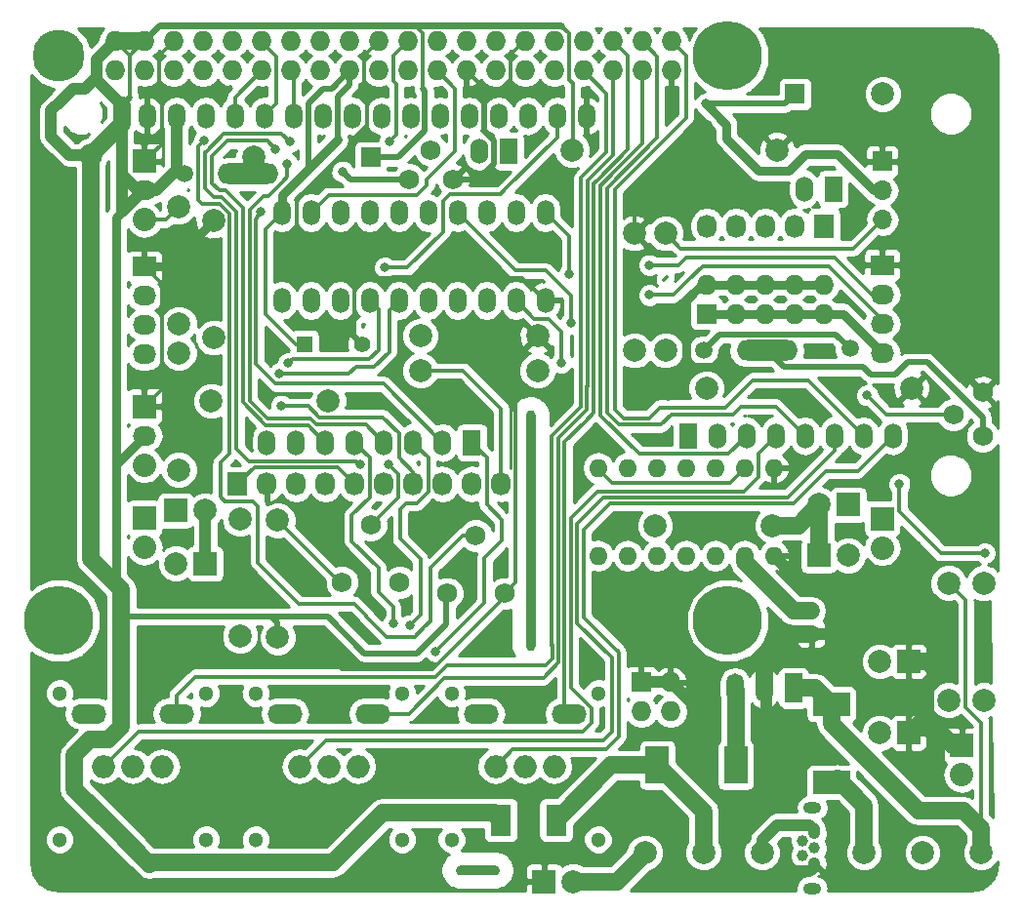
<source format=gbr>
%TF.GenerationSoftware,KiCad,Pcbnew,4.0.5*%
%TF.CreationDate,2017-05-22T14:14:15+02:00*%
%TF.ProjectId,Echtzeitsystem,456368747A65697473797374656D2E6B,1.1*%
%TF.FileFunction,Copper,L2,Bot,Signal*%
%FSLAX46Y46*%
G04 Gerber Fmt 4.6, Leading zero omitted, Abs format (unit mm)*
G04 Created by KiCad (PCBNEW 4.0.5) date Mon May 22 14:14:15 2017*
%MOMM*%
%LPD*%
G01*
G04 APERTURE LIST*
%ADD10C,0.100000*%
%ADD11C,1.998980*%
%ADD12R,2.032000X2.032000*%
%ADD13C,1.500000*%
%ADD14O,5.300000X1.800000*%
%ADD15O,1.501140X2.199640*%
%ADD16R,1.727200X1.727200*%
%ADD17O,1.727200X1.727200*%
%ADD18R,1.998980X3.197860*%
%ADD19R,1.699260X1.699260*%
%ADD20C,6.000000*%
%ADD21C,4.500000*%
%ADD22O,2.032000X2.032000*%
%ADD23C,1.750060*%
%ADD24O,1.500000X2.500000*%
%ADD25R,1.500000X2.500000*%
%ADD26C,2.000000*%
%ADD27R,2.000000X2.000000*%
%ADD28O,2.032000X1.727200*%
%ADD29R,2.032000X1.727200*%
%ADD30C,1.300000*%
%ADD31R,1.300000X1.300000*%
%ADD32O,3.048000X1.727200*%
%ADD33O,2.000000X2.000000*%
%ADD34O,1.600000X1.600000*%
%ADD35R,1.727200X2.032000*%
%ADD36O,1.727200X2.032000*%
%ADD37C,1.400000*%
%ADD38R,1.400000X1.400000*%
%ADD39R,1.524000X2.197100*%
%ADD40O,1.524000X2.197100*%
%ADD41R,1.800860X2.700020*%
%ADD42R,1.524000X2.199640*%
%ADD43O,1.524000X2.199640*%
%ADD44R,1.700000X1.700000*%
%ADD45O,1.700000X1.700000*%
%ADD46C,1.000000*%
%ADD47O,1.550000X1.000000*%
%ADD48R,3.197860X1.998980*%
%ADD49C,0.800000*%
%ADD50C,0.300000*%
%ADD51C,1.000000*%
%ADD52C,1.500000*%
%ADD53C,0.800000*%
%ADD54C,0.500000*%
%ADD55C,0.200000*%
%ADD56C,0.254000*%
G04 APERTURE END LIST*
D10*
D11*
X168200000Y-134500000D03*
D12*
X165660000Y-134500000D03*
D13*
X179500000Y-88400000D03*
D14*
X185000000Y-88400000D03*
D15*
X169350000Y-68050000D03*
X166810000Y-68050000D03*
X164270000Y-68050000D03*
X161730000Y-68050000D03*
X159190000Y-68050000D03*
X156650000Y-68050000D03*
X154110000Y-68050000D03*
X151570000Y-68050000D03*
X149030000Y-68050000D03*
X146490000Y-68050000D03*
X143950000Y-68050000D03*
X141410000Y-68050000D03*
X138870000Y-68050000D03*
X136330000Y-68050000D03*
X133790000Y-68050000D03*
X131250000Y-68050000D03*
D16*
X179790000Y-85220000D03*
D17*
X179790000Y-82680000D03*
X182330000Y-85220000D03*
X182330000Y-82680000D03*
X184870000Y-85220000D03*
X184870000Y-82680000D03*
X187410000Y-85220000D03*
X187410000Y-82680000D03*
X189950000Y-85220000D03*
X189950000Y-82680000D03*
D18*
X182298520Y-124400000D03*
X175501480Y-124400000D03*
D19*
X150630000Y-71650000D03*
D11*
X140470000Y-71650000D03*
D20*
X181600000Y-111850000D03*
D21*
X123600000Y-62850000D03*
D20*
X123600000Y-111850000D03*
D22*
X201900000Y-125240000D03*
D12*
X201900000Y-122700000D03*
D11*
X203580000Y-132000000D03*
X198500000Y-132000000D03*
X193420000Y-132000000D03*
X184580000Y-132000000D03*
X179500000Y-132000000D03*
X174420000Y-132000000D03*
D23*
X162249360Y-109499360D03*
X159750000Y-104500640D03*
X157250640Y-109499360D03*
X153149360Y-108549360D03*
X150650000Y-103550640D03*
X148150640Y-108549360D03*
D17*
X176730000Y-61580000D03*
X176730000Y-64120000D03*
X174190000Y-61580000D03*
X174190000Y-64120000D03*
X171650000Y-61580000D03*
X171650000Y-64120000D03*
X169110000Y-61580000D03*
X169110000Y-64120000D03*
X166570000Y-61580000D03*
X166570000Y-64120000D03*
X164030000Y-61580000D03*
X164030000Y-64120000D03*
X161490000Y-61580000D03*
X161490000Y-64120000D03*
X158950000Y-61580000D03*
X158950000Y-64120000D03*
X156410000Y-61580000D03*
X156410000Y-64120000D03*
X153870000Y-61580000D03*
X153870000Y-64120000D03*
X151330000Y-61580000D03*
X151330000Y-64120000D03*
X148790000Y-61580000D03*
X148790000Y-64120000D03*
X146250000Y-61580000D03*
X146250000Y-64120000D03*
X143710000Y-61580000D03*
X143710000Y-64120000D03*
X141170000Y-61580000D03*
X141170000Y-64120000D03*
X138630000Y-61580000D03*
X138630000Y-64120000D03*
X136090000Y-61580000D03*
X136090000Y-64120000D03*
X133550000Y-61580000D03*
X133550000Y-64120000D03*
X131010000Y-61580000D03*
X131010000Y-64120000D03*
X128470000Y-61580000D03*
X128470000Y-64120000D03*
D24*
X182220000Y-117700000D03*
X184760000Y-117700000D03*
D25*
X187300000Y-117700000D03*
D11*
X185890000Y-71000000D03*
X168110000Y-71000000D03*
X197540000Y-91700000D03*
X179760000Y-91700000D03*
D15*
X142920000Y-76440000D03*
X145460000Y-76440000D03*
X148000000Y-76440000D03*
X150540000Y-76440000D03*
X153080000Y-76440000D03*
X155620000Y-76440000D03*
X158160000Y-76440000D03*
X160700000Y-76440000D03*
X163240000Y-76440000D03*
X165780000Y-76440000D03*
X165780000Y-84060000D03*
X163240000Y-84060000D03*
X160700000Y-84060000D03*
X158160000Y-84060000D03*
X155620000Y-84060000D03*
X153080000Y-84060000D03*
X150540000Y-84060000D03*
X148000000Y-84060000D03*
X145460000Y-84060000D03*
X142920000Y-84060000D03*
D26*
X194760000Y-115400000D03*
D27*
X197300000Y-115400000D03*
D26*
X133760000Y-106900000D03*
D27*
X136300000Y-106900000D03*
X133700000Y-102300000D03*
D26*
X136240000Y-102300000D03*
X192040000Y-106200000D03*
D27*
X189500000Y-106200000D03*
X192100000Y-101800000D03*
D26*
X189560000Y-101800000D03*
D12*
X131000000Y-93270000D03*
D28*
X131000000Y-95810000D03*
D22*
X131000000Y-98350000D03*
D11*
X175300000Y-103600000D03*
X185460000Y-103600000D03*
X139300000Y-113200000D03*
X139300000Y-103040000D03*
X154950000Y-90150000D03*
X165110000Y-90150000D03*
X154950000Y-87150000D03*
X165110000Y-87150000D03*
X203800000Y-108600000D03*
X203800000Y-118760000D03*
D28*
X131000000Y-88750000D03*
X131000000Y-86210000D03*
X131000000Y-83670000D03*
D29*
X131000000Y-81130000D03*
D17*
X176640000Y-119740000D03*
X174100000Y-119740000D03*
X176640000Y-117200000D03*
D16*
X174100000Y-117200000D03*
D30*
X188850000Y-111000000D03*
D31*
X188850000Y-113000000D03*
D12*
X131000000Y-72000000D03*
D28*
X131000000Y-74540000D03*
D22*
X131000000Y-77080000D03*
D12*
X131000000Y-102960000D03*
D22*
X131000000Y-105500000D03*
X195000000Y-105540000D03*
D12*
X195000000Y-103000000D03*
D30*
X136350000Y-130850000D03*
X136350000Y-118150000D03*
X123650000Y-118150000D03*
X123650000Y-130850000D03*
D32*
X133810000Y-119928000D03*
X126190000Y-119928000D03*
D33*
X127460000Y-124500000D03*
X132540000Y-124500000D03*
X130000000Y-124500000D03*
D30*
X170350000Y-130850000D03*
X170350000Y-118150000D03*
X157650000Y-118150000D03*
X157650000Y-130850000D03*
D32*
X167810000Y-119928000D03*
X160190000Y-119928000D03*
D33*
X161460000Y-124500000D03*
X166540000Y-124500000D03*
X164000000Y-124500000D03*
D30*
X153350000Y-130850000D03*
X153350000Y-118150000D03*
X140650000Y-118150000D03*
X140650000Y-130850000D03*
D32*
X150810000Y-119928000D03*
X143190000Y-119928000D03*
D33*
X144460000Y-124500000D03*
X149540000Y-124500000D03*
X147000000Y-124500000D03*
D34*
X185600000Y-106220000D03*
X183060000Y-106220000D03*
X180520000Y-106220000D03*
X177980000Y-106220000D03*
X175440000Y-106220000D03*
X172900000Y-106220000D03*
X170360000Y-106220000D03*
X170360000Y-98600000D03*
X172900000Y-98600000D03*
X175440000Y-98600000D03*
X177980000Y-98600000D03*
X180520000Y-98600000D03*
X183060000Y-98600000D03*
X185600000Y-98600000D03*
D35*
X139100000Y-100000000D03*
D36*
X141640000Y-100000000D03*
X144180000Y-100000000D03*
X146720000Y-100000000D03*
X149260000Y-100000000D03*
X151800000Y-100000000D03*
X154340000Y-100000000D03*
X156880000Y-100000000D03*
X159420000Y-100000000D03*
X161960000Y-100000000D03*
D37*
X149900000Y-87850000D03*
D38*
X144900000Y-87850000D03*
D28*
X195000000Y-88620000D03*
X195000000Y-86080000D03*
X195000000Y-83540000D03*
D29*
X195000000Y-81000000D03*
D36*
X179790000Y-77600000D03*
X182330000Y-77600000D03*
X184870000Y-77600000D03*
X187410000Y-77600000D03*
D35*
X189950000Y-77600000D03*
D39*
X178158000Y-95814000D03*
D40*
X180698000Y-95814000D03*
X183238000Y-95814000D03*
X185778000Y-95814000D03*
X188318000Y-95814000D03*
X190858000Y-95814000D03*
X193398000Y-95814000D03*
X195938000Y-95814000D03*
D39*
X159420000Y-96400000D03*
D40*
X156880000Y-96400000D03*
X154340000Y-96400000D03*
X151800000Y-96400000D03*
X149260000Y-96400000D03*
X146720000Y-96400000D03*
X144180000Y-96400000D03*
X141640000Y-96400000D03*
D26*
X194760000Y-121600000D03*
D27*
X197300000Y-121600000D03*
D11*
X200750000Y-118760000D03*
X200750000Y-108600000D03*
D41*
X166720300Y-129170000D03*
X161919700Y-129170000D03*
D11*
X142570000Y-113320000D03*
X142570000Y-103160000D03*
D42*
X162590000Y-71120000D03*
D43*
X160050000Y-71120000D03*
D42*
X190770000Y-74400000D03*
D43*
X188230000Y-74400000D03*
D23*
X157765000Y-73575000D03*
X155860000Y-71035000D03*
X153955000Y-73575000D03*
X203705000Y-92055000D03*
X201165000Y-93960000D03*
X203705000Y-95865000D03*
D20*
X181600000Y-62850000D03*
D44*
X195000000Y-72000000D03*
D45*
X195000000Y-74540000D03*
X195000000Y-77080000D03*
D13*
X134450000Y-73100000D03*
D14*
X139950000Y-73100000D03*
D19*
X187440000Y-66150000D03*
D11*
X195060000Y-66150000D03*
D46*
X189120000Y-130300000D03*
X189120000Y-132900000D03*
X188120000Y-130950000D03*
X188120000Y-132250000D03*
X189120000Y-131600000D03*
D47*
X188900000Y-135100000D03*
X188900000Y-128100000D03*
D48*
X190600000Y-125898520D03*
X190600000Y-119101480D03*
D11*
X176200000Y-78240000D03*
X176200000Y-88400000D03*
X173500000Y-78240000D03*
X173500000Y-88400000D03*
X134000000Y-98760000D03*
X134000000Y-88600000D03*
X146960000Y-92800000D03*
X136800000Y-92800000D03*
X134000000Y-75940000D03*
X134000000Y-86100000D03*
X137000000Y-77140000D03*
X137000000Y-87300000D03*
D49*
X136650000Y-95600000D03*
D13*
X181950000Y-90750000D03*
D49*
X176400000Y-92400000D03*
X199070000Y-86530000D03*
X145300000Y-113200000D03*
X179910000Y-68800000D03*
X186700000Y-133600000D03*
X184960000Y-121200000D03*
X184960000Y-124700000D03*
D13*
X198100000Y-106600000D03*
X198100000Y-110250000D03*
D49*
X198100000Y-98940000D03*
X199065000Y-80550000D03*
X176720000Y-66770000D03*
X176730000Y-66780000D03*
X183300000Y-133800000D03*
X182100000Y-131000000D03*
X199070000Y-73370000D03*
X199065000Y-73365000D03*
X192800000Y-68800000D03*
D13*
X184100000Y-128200000D03*
X192200000Y-88250000D03*
D49*
X179700000Y-67000000D03*
D13*
X157470000Y-128550000D03*
D49*
X155180000Y-128550000D03*
X151660000Y-128550000D03*
X149405000Y-130805000D03*
X147360000Y-132850000D03*
X144210000Y-132850000D03*
X140130000Y-132850000D03*
X135640000Y-132850000D03*
X131450000Y-132850000D03*
X128365000Y-129915000D03*
X124935000Y-126485000D03*
X126350000Y-103520000D03*
X126300000Y-96550000D03*
X126350000Y-91290000D03*
X126300000Y-86300000D03*
X126300000Y-81110000D03*
X126300000Y-76040000D03*
X126350000Y-76040000D03*
X123670000Y-70600000D03*
X122930000Y-68040000D03*
X123730000Y-66610000D03*
X126840000Y-64730000D03*
X126900000Y-63150000D03*
D26*
X126350000Y-71450000D03*
D13*
X129050000Y-67150000D03*
D49*
X167200000Y-89450000D03*
X168000000Y-86050000D03*
X174800000Y-81000000D03*
X167850000Y-81820000D03*
X174800000Y-83600000D03*
X143500000Y-89500000D03*
X142700000Y-90400000D03*
X141100000Y-76400000D03*
X152250000Y-70290000D03*
X143400000Y-72200000D03*
X142400000Y-70950000D03*
X143600000Y-70300000D03*
X149700000Y-98300000D03*
X196485000Y-100015000D03*
X203900000Y-106000000D03*
X154050000Y-112250000D03*
X152600000Y-112100000D03*
X156275000Y-114525000D03*
X152200000Y-98300000D03*
X151850000Y-81200000D03*
X136200000Y-70160000D03*
X193700000Y-92300000D03*
X142900000Y-93200000D03*
X148180000Y-72880000D03*
D50*
X149950000Y-86350000D02*
X149950000Y-86250000D01*
X150050000Y-86150000D02*
X149950000Y-86150000D01*
X149950000Y-86250000D02*
X150050000Y-86150000D01*
X149950000Y-86150000D02*
X149950000Y-86350000D01*
X176050000Y-82280000D02*
X176330000Y-82000000D01*
D51*
X188850000Y-113000000D02*
X191100000Y-113000000D01*
X195350000Y-113000000D02*
X198100000Y-110250000D01*
X191100000Y-113000000D02*
X195350000Y-113000000D01*
D52*
X188850000Y-113000000D02*
X186900000Y-113000000D01*
D50*
X131000000Y-93270000D02*
X134320000Y-93270000D01*
X134320000Y-93270000D02*
X136650000Y-95600000D01*
D53*
X181050000Y-89850000D02*
X178000000Y-89850000D01*
X181950000Y-90750000D02*
X181050000Y-89850000D01*
X178000000Y-86150000D02*
X178000000Y-89850000D01*
X178000000Y-84000000D02*
X178000000Y-86150000D01*
X179320000Y-82680000D02*
X178000000Y-84000000D01*
X178000000Y-89850000D02*
X178000000Y-90800000D01*
X178000000Y-90800000D02*
X176400000Y-92400000D01*
D54*
X203705000Y-92055000D02*
X199070000Y-87420000D01*
X199070000Y-87420000D02*
X199070000Y-86530000D01*
X160450000Y-69300000D02*
X161300000Y-70150000D01*
X161300000Y-72200000D02*
X159925000Y-73575000D01*
X161300000Y-70150000D02*
X161300000Y-72200000D01*
X159925000Y-73575000D02*
X157765000Y-73575000D01*
X160500000Y-69350000D02*
X160450000Y-69300000D01*
X160450000Y-65750000D02*
X160500000Y-65700000D01*
X160450000Y-69300000D02*
X160450000Y-65750000D01*
D50*
X164030000Y-61580000D02*
X163920000Y-61580000D01*
X163920000Y-61580000D02*
X162750000Y-62750000D01*
X161900000Y-65700000D02*
X160500000Y-65700000D01*
X162750000Y-64850000D02*
X161900000Y-65700000D01*
X162750000Y-62750000D02*
X162750000Y-64850000D01*
X160500000Y-65700000D02*
X160500000Y-65670000D01*
X157765000Y-73575000D02*
X159925000Y-73575000D01*
X160500000Y-65670000D02*
X160500000Y-65670000D01*
X160500000Y-65670000D02*
X158950000Y-64120000D01*
X160500000Y-69350000D02*
X160500000Y-65670000D01*
X161350000Y-70200000D02*
X160500000Y-69350000D01*
X159925000Y-73575000D02*
X161350000Y-72150000D01*
X161350000Y-72150000D02*
X161350000Y-70200000D01*
X149250000Y-83020000D02*
X149250000Y-83200000D01*
X131270000Y-93000000D02*
X131000000Y-93270000D01*
D53*
X131000000Y-81130000D02*
X133010000Y-81130000D01*
X133010000Y-81130000D02*
X137000000Y-77140000D01*
D50*
X162240000Y-109810000D02*
X156000000Y-116050000D01*
X148150000Y-116050000D02*
X145300000Y-113200000D01*
X156000000Y-116050000D02*
X148150000Y-116050000D01*
X173500000Y-78240000D02*
X173500000Y-75210000D01*
X173500000Y-75210000D02*
X179910000Y-68800000D01*
D52*
X184760000Y-115140000D02*
X184760000Y-117700000D01*
X186900000Y-113000000D02*
X184760000Y-115140000D01*
D53*
X179790000Y-82680000D02*
X179320000Y-82680000D01*
X179790000Y-82680000D02*
X189950000Y-82680000D01*
D51*
X176640000Y-117200000D02*
X180000000Y-120560000D01*
X182000000Y-128200000D02*
X184100000Y-128200000D01*
X180000000Y-126200000D02*
X182000000Y-128200000D01*
X180000000Y-120560000D02*
X180000000Y-126200000D01*
X174100000Y-117200000D02*
X176640000Y-117200000D01*
D53*
X184960000Y-121200000D02*
X185000000Y-121200000D01*
X185000000Y-121200000D02*
X184960000Y-121200000D01*
D51*
X184960000Y-127340000D02*
X184960000Y-124700000D01*
X184100000Y-128200000D02*
X184960000Y-127340000D01*
X184960000Y-124700000D02*
X184960000Y-121200000D01*
X184960000Y-121200000D02*
X184960000Y-117700000D01*
X188900000Y-133400000D02*
X188700000Y-133600000D01*
X188700000Y-133600000D02*
X186700000Y-133600000D01*
X186700000Y-133600000D02*
X185700000Y-134600000D01*
X185700000Y-134600000D02*
X184100000Y-134600000D01*
X184100000Y-134600000D02*
X183300000Y-133800000D01*
X189100000Y-133200000D02*
X188900000Y-133400000D01*
D52*
X198100000Y-110250000D02*
X198100000Y-106600000D01*
X199900000Y-112050000D02*
X198100000Y-110250000D01*
D51*
X194900000Y-108400000D02*
X196250000Y-108400000D01*
D52*
X199900000Y-116500000D02*
X199900000Y-112050000D01*
D51*
X187780000Y-108400000D02*
X194900000Y-108400000D01*
X187780000Y-108400000D02*
X185600000Y-106220000D01*
X196250000Y-108400000D02*
X199900000Y-112050000D01*
D52*
X197300000Y-115400000D02*
X198900000Y-115400000D01*
X199900000Y-116400000D02*
X199900000Y-116500000D01*
X198900000Y-115400000D02*
X199900000Y-116400000D01*
X197300000Y-121600000D02*
X197500000Y-121600000D01*
X197500000Y-121600000D02*
X198750000Y-120350000D01*
D50*
X131000000Y-93270000D02*
X132500000Y-91770000D01*
X132500000Y-82630000D02*
X131000000Y-81130000D01*
X132500000Y-91770000D02*
X132500000Y-82630000D01*
X132500000Y-69495000D02*
X132500000Y-70550000D01*
X132500000Y-70550000D02*
X132500000Y-70500000D01*
X132275000Y-65225000D02*
X132275000Y-62855000D01*
X133550000Y-61580000D02*
X132275000Y-62855000D01*
X132250000Y-65250000D02*
X132275000Y-65225000D01*
X132500000Y-65500000D02*
X132500000Y-69495000D01*
X132250000Y-65250000D02*
X132500000Y-65500000D01*
X132500000Y-70500000D02*
X131000000Y-72000000D01*
D51*
X189120000Y-132900000D02*
X189100000Y-132920000D01*
X189100000Y-132920000D02*
X189100000Y-133200000D01*
X199065000Y-80550000D02*
X199070000Y-80550000D01*
X176730000Y-66780000D02*
X176720000Y-66770000D01*
D50*
X163210000Y-108538720D02*
X162249360Y-109499360D01*
X165110000Y-87150000D02*
X163210000Y-89050000D01*
X163210000Y-89050000D02*
X163210000Y-108538720D01*
X150070000Y-62840000D02*
X151330000Y-61580000D01*
X150070000Y-65120000D02*
X150070000Y-62840000D01*
D52*
X201900000Y-122700000D02*
X201100000Y-122700000D01*
X201100000Y-122700000D02*
X198750000Y-120350000D01*
X198750000Y-120350000D02*
X198750000Y-118000000D01*
X198750000Y-118000000D02*
X198750000Y-117650000D01*
X198750000Y-117650000D02*
X199900000Y-116500000D01*
X199900000Y-116500000D02*
X199900000Y-116500000D01*
D50*
X131000000Y-93270000D02*
X131180000Y-93450000D01*
X149900000Y-87850000D02*
X149250000Y-87200000D01*
X149250000Y-83370000D02*
X149250000Y-83200000D01*
X149250000Y-87200000D02*
X149250000Y-83370000D01*
X163820000Y-82100000D02*
X165780000Y-84060000D01*
X150350000Y-82100000D02*
X163820000Y-82100000D01*
X149250000Y-83200000D02*
X150350000Y-82100000D01*
X149250000Y-83200000D02*
X149250000Y-83200000D01*
D51*
X182100000Y-132600000D02*
X182100000Y-131000000D01*
X182100000Y-131000000D02*
X182100000Y-130200000D01*
X182100000Y-130200000D02*
X184100000Y-128200000D01*
X183300000Y-133800000D02*
X182100000Y-132600000D01*
D54*
X157765000Y-73575000D02*
X157910000Y-73430000D01*
D51*
X199065000Y-73365000D02*
X199070000Y-73370000D01*
X192800000Y-68800000D02*
X192810000Y-68790000D01*
D50*
X144190000Y-75360000D02*
X144190000Y-77960000D01*
X144190000Y-77960000D02*
X149250000Y-83020000D01*
X150330000Y-65380000D02*
X150070000Y-65120000D01*
X149110000Y-70440000D02*
X147330000Y-72220000D01*
X147330000Y-72220000D02*
X144190000Y-75360000D01*
X150330000Y-68820000D02*
X150330000Y-65380000D01*
X150330000Y-68820000D02*
X149110000Y-70040000D01*
X149110000Y-70040000D02*
X149110000Y-70440000D01*
D54*
X179500000Y-88400000D02*
X180900000Y-87000000D01*
X190950000Y-87000000D02*
X192200000Y-88250000D01*
X180900000Y-87000000D02*
X190950000Y-87000000D01*
X187440000Y-66150000D02*
X186590000Y-67000000D01*
D53*
X181500000Y-68800000D02*
X179700000Y-67000000D01*
X181500000Y-70000000D02*
X181500000Y-68800000D01*
X184300000Y-72800000D02*
X181500000Y-70000000D01*
X186900000Y-72800000D02*
X184300000Y-72800000D01*
X188300000Y-71400000D02*
X186900000Y-72800000D01*
X188300000Y-71400000D02*
X191100000Y-71400000D01*
D54*
X186590000Y-67000000D02*
X179700000Y-67000000D01*
D52*
X131010000Y-61580000D02*
X130980000Y-61550000D01*
X130980000Y-61550000D02*
X128500000Y-61550000D01*
X128500000Y-61550000D02*
X128470000Y-61580000D01*
D50*
X154500000Y-60220000D02*
X155150000Y-60870000D01*
D54*
X153050000Y-71650000D02*
X155350000Y-69350000D01*
X155350000Y-69350000D02*
X155350000Y-65900000D01*
X155350000Y-65900000D02*
X155150000Y-65700000D01*
X153050000Y-71650000D02*
X150630000Y-71650000D01*
D50*
X155150000Y-60870000D02*
X155150000Y-65700000D01*
D54*
X157070000Y-60220000D02*
X159730000Y-60220000D01*
X159730000Y-60220000D02*
X167180000Y-60220000D01*
X167180000Y-60220000D02*
X167285000Y-60325000D01*
X157070000Y-60220000D02*
X154500000Y-60220000D01*
X154500000Y-60220000D02*
X132370000Y-60220000D01*
X132370000Y-60220000D02*
X131010000Y-61580000D01*
D50*
X167285000Y-60325000D02*
X167850000Y-60890000D01*
X157175000Y-60325000D02*
X167285000Y-60325000D01*
X154585000Y-60325000D02*
X157175000Y-60325000D01*
X131010000Y-61580000D02*
X132265000Y-60325000D01*
X132275000Y-60325000D02*
X132265000Y-60325000D01*
X146925000Y-60325000D02*
X132275000Y-60325000D01*
X146925000Y-60325000D02*
X154585000Y-60325000D01*
X167850000Y-64900000D02*
X167850000Y-60890000D01*
X168150000Y-65200000D02*
X167850000Y-64900000D01*
X168150000Y-69060000D02*
X168150000Y-65200000D01*
X150070000Y-71640000D02*
X150330000Y-71380000D01*
D54*
X133790000Y-72440000D02*
X133790000Y-68050000D01*
X134450000Y-73100000D02*
X133790000Y-72440000D01*
D51*
X131000000Y-74540000D02*
X130910000Y-74540000D01*
X130910000Y-74540000D02*
X129050000Y-76400000D01*
X129050000Y-73150000D02*
X129050000Y-76400000D01*
X129050000Y-73150000D02*
X129050000Y-68750000D01*
X131000000Y-74540000D02*
X130440000Y-74540000D01*
X130440000Y-74540000D02*
X129050000Y-73150000D01*
X132060000Y-74540000D02*
X131000000Y-74540000D01*
D53*
X132060000Y-74540000D02*
X131000000Y-74540000D01*
X128550000Y-86120000D02*
X128550000Y-76900000D01*
X128550000Y-76900000D02*
X129050000Y-76400000D01*
X128550000Y-97200000D02*
X128550000Y-86120000D01*
X128550000Y-101250000D02*
X128550000Y-97200000D01*
X128550000Y-106450000D02*
X128550000Y-98260000D01*
X128550000Y-106450000D02*
X128550000Y-108700000D01*
X128550000Y-98260000D02*
X131000000Y-95810000D01*
D54*
X131000000Y-74540000D02*
X131140000Y-74400000D01*
X131000000Y-74540000D02*
X131040000Y-74500000D01*
D52*
X149390000Y-130820000D02*
X149390000Y-130800000D01*
X149400000Y-130810000D02*
X149390000Y-130800000D01*
X149400000Y-130810000D02*
X149405000Y-130805000D01*
X144210000Y-132850000D02*
X147360000Y-132850000D01*
X151660000Y-128550000D02*
X155180000Y-128550000D01*
X155180000Y-128550000D02*
X157470000Y-128550000D01*
X157470000Y-128550000D02*
X158810000Y-128550000D01*
X158810000Y-128550000D02*
X161299700Y-128550000D01*
X147360000Y-132850000D02*
X149390000Y-130820000D01*
X149390000Y-130820000D02*
X151660000Y-128550000D01*
D55*
X131450000Y-132850000D02*
X131300000Y-132850000D01*
X131450000Y-132850000D02*
X131450000Y-133000000D01*
X124950000Y-126490000D02*
X124940000Y-126490000D01*
X124940000Y-126490000D02*
X124935000Y-126485000D01*
D52*
X126300000Y-122200000D02*
X124950000Y-123550000D01*
X124950000Y-123550000D02*
X124950000Y-126490000D01*
X124950000Y-126490000D02*
X124950000Y-126500000D01*
X124950000Y-126500000D02*
X128365000Y-129915000D01*
X128365000Y-129915000D02*
X131450000Y-133000000D01*
X131450000Y-133000000D02*
X131300000Y-132850000D01*
X131300000Y-132850000D02*
X135640000Y-132850000D01*
X135640000Y-132850000D02*
X140130000Y-132850000D01*
X140130000Y-132850000D02*
X144210000Y-132850000D01*
X127900000Y-122200000D02*
X126300000Y-122200000D01*
X129000000Y-121100000D02*
X127900000Y-122200000D01*
X129000000Y-111500000D02*
X129000000Y-121100000D01*
X129000000Y-110650000D02*
X129000000Y-111500000D01*
D53*
X194240000Y-74540000D02*
X191100000Y-71400000D01*
X195000000Y-74540000D02*
X194240000Y-74540000D01*
X130440000Y-74540000D02*
X129050000Y-73150000D01*
X129050000Y-76400000D02*
X130910000Y-74540000D01*
D52*
X161299700Y-128550000D02*
X161919700Y-129170000D01*
D55*
X126300000Y-96550000D02*
X126350000Y-96550000D01*
X126300000Y-96550000D02*
X126350000Y-96550000D01*
X126300000Y-86300000D02*
X126350000Y-86300000D01*
X126300000Y-86300000D02*
X126350000Y-86300000D01*
X126300000Y-81110000D02*
X126350000Y-81110000D01*
X126350000Y-81110000D02*
X126290000Y-81110000D01*
X126290000Y-81110000D02*
X126350000Y-81110000D01*
X126300000Y-76040000D02*
X126350000Y-76040000D01*
X122930000Y-68040000D02*
X122930000Y-67600000D01*
X122930000Y-68040000D02*
X122930000Y-67600000D01*
X123815000Y-66715000D02*
X123815000Y-66695000D01*
X123815000Y-66695000D02*
X123730000Y-66610000D01*
X126840000Y-64730000D02*
X126850000Y-64740000D01*
X126850000Y-64740000D02*
X126840000Y-64740000D01*
X126840000Y-64740000D02*
X126850000Y-64740000D01*
D51*
X128470000Y-61580000D02*
X126900000Y-63150000D01*
X126900000Y-63150000D02*
X126850000Y-63200000D01*
X126850000Y-63200000D02*
X126850000Y-64740000D01*
X126850000Y-64740000D02*
X126850000Y-64850000D01*
X126850000Y-64850000D02*
X126720000Y-64850000D01*
X126720000Y-64850000D02*
X125860000Y-65710000D01*
X125860000Y-65710000D02*
X124820000Y-65710000D01*
X124820000Y-65710000D02*
X123815000Y-66715000D01*
X123815000Y-66715000D02*
X122930000Y-67600000D01*
X122930000Y-67600000D02*
X122930000Y-67600000D01*
X122930000Y-67600000D02*
X122930000Y-69860000D01*
X122930000Y-69860000D02*
X123670000Y-70600000D01*
X123670000Y-70600000D02*
X124520000Y-71450000D01*
X124520000Y-71450000D02*
X126350000Y-71450000D01*
D54*
X142570000Y-113320000D02*
X142570000Y-112050000D01*
X142570000Y-112050000D02*
X142020000Y-111500000D01*
D50*
X168150000Y-70960000D02*
X168150000Y-69060000D01*
X168150000Y-70960000D02*
X168110000Y-71000000D01*
D54*
X126600000Y-65100000D02*
X126850000Y-64850000D01*
D52*
X126350000Y-73150000D02*
X126350000Y-71450000D01*
X126350000Y-73150000D02*
X126350000Y-81110000D01*
X126350000Y-81110000D02*
X126350000Y-86300000D01*
X126350000Y-86300000D02*
X126350000Y-91290000D01*
X126350000Y-91290000D02*
X126350000Y-96550000D01*
X126350000Y-96550000D02*
X126350000Y-103520000D01*
X126350000Y-103520000D02*
X126350000Y-106500000D01*
X126350000Y-106500000D02*
X128550000Y-108700000D01*
D51*
X126850000Y-64850000D02*
X126850000Y-64950000D01*
X126850000Y-64950000D02*
X129050000Y-67150000D01*
X126850000Y-64250000D02*
X126850000Y-63200000D01*
X126850000Y-64850000D02*
X126850000Y-64250000D01*
X129050000Y-67150000D02*
X128900000Y-67150000D01*
D50*
X130540000Y-61860000D02*
X130540000Y-61310000D01*
X129720000Y-62830000D02*
X130970000Y-61580000D01*
X130970000Y-61580000D02*
X131010000Y-61580000D01*
X128470000Y-61580000D02*
X129720000Y-62830000D01*
X129720000Y-62830000D02*
X129725000Y-62835000D01*
X129725000Y-62835000D02*
X129725000Y-66200000D01*
X131010000Y-61580000D02*
X131020000Y-61580000D01*
D52*
X129050000Y-67150000D02*
X129050000Y-68750000D01*
X129050000Y-68750000D02*
X126350000Y-71450000D01*
D54*
X128550000Y-108700000D02*
X128550000Y-107800000D01*
X128550000Y-107800000D02*
X128550000Y-108700000D01*
D52*
X128550000Y-108700000D02*
X129000000Y-109150000D01*
D53*
X129050000Y-73150000D02*
X129050000Y-67150000D01*
D54*
X129050000Y-67150000D02*
X129750000Y-66450000D01*
X150100000Y-114700000D02*
X154600000Y-114700000D01*
X150100000Y-114700000D02*
X146900000Y-111500000D01*
X129000000Y-111500000D02*
X142020000Y-111500000D01*
X142020000Y-111500000D02*
X146900000Y-111500000D01*
D52*
X129000000Y-109150000D02*
X129000000Y-110650000D01*
D54*
X157210000Y-109540000D02*
X157210000Y-112090000D01*
X154600000Y-114700000D02*
X157160000Y-112140000D01*
X157210000Y-112090000D02*
X157160000Y-112140000D01*
D51*
X133500000Y-73100000D02*
X132060000Y-74540000D01*
X133790000Y-68050000D02*
X133790000Y-72810000D01*
X133790000Y-72810000D02*
X133500000Y-73100000D01*
D53*
X133790000Y-72810000D02*
X133500000Y-73100000D01*
D52*
X188850000Y-111000000D02*
X187300000Y-111000000D01*
X190600000Y-125898520D02*
X191400000Y-125898520D01*
X191400000Y-125898520D02*
X193420000Y-127918520D01*
X191100000Y-125598520D02*
X193420000Y-127918520D01*
X193420000Y-127918520D02*
X193420000Y-132000000D01*
X183060000Y-106220000D02*
X183060000Y-106760000D01*
X183060000Y-106760000D02*
X187300000Y-111000000D01*
D50*
X156410000Y-64120000D02*
X157950000Y-65660000D01*
X157950000Y-71150000D02*
X155520000Y-73580000D01*
X157950000Y-65660000D02*
X157950000Y-71150000D01*
X145460000Y-76440000D02*
X146980000Y-74920000D01*
X146980000Y-74920000D02*
X154640000Y-74920000D01*
X155520000Y-74040000D02*
X154640000Y-74920000D01*
X155520000Y-73580000D02*
X155520000Y-74040000D01*
X163240000Y-84060000D02*
X164840000Y-85660000D01*
X166050000Y-85660000D02*
X167200000Y-86810000D01*
X164840000Y-85660000D02*
X166050000Y-85660000D01*
X167200000Y-86810000D02*
X167200000Y-89450000D01*
X168000000Y-83650000D02*
X165820000Y-81470000D01*
X163190000Y-81470000D02*
X161720000Y-80000000D01*
X165820000Y-81470000D02*
X163190000Y-81470000D01*
X158160000Y-76440000D02*
X161720000Y-80000000D01*
X168000000Y-83650000D02*
X168000000Y-86050000D01*
X150810000Y-119928000D02*
X153922000Y-119928000D01*
X165619998Y-116800000D02*
X166919998Y-115500000D01*
X157050000Y-116800000D02*
X165619998Y-116800000D01*
X153922000Y-119928000D02*
X157050000Y-116800000D01*
X169450000Y-73650000D02*
X171650000Y-71450000D01*
X171650000Y-71450000D02*
X171650000Y-64120000D01*
X166919998Y-115500000D02*
X166919998Y-114200232D01*
X166899768Y-114200232D02*
X166919998Y-114200232D01*
X168974768Y-93974768D02*
X169405002Y-93544534D01*
X169405002Y-91550000D02*
X169450000Y-91550000D01*
X169405002Y-93544534D02*
X169405002Y-91550000D01*
X169450000Y-91550000D02*
X169450000Y-73650000D01*
X166899768Y-96049768D02*
X168974768Y-93974768D01*
X171650000Y-64120000D02*
X171625000Y-64145000D01*
X166899768Y-114200232D02*
X166899768Y-96049768D01*
X166899768Y-114200232D02*
X166899768Y-114200232D01*
X173720000Y-61860000D02*
X173720000Y-61870000D01*
X171150000Y-93800000D02*
X172200000Y-94850000D01*
X176700000Y-93950000D02*
X182054000Y-93950000D01*
X175800000Y-94850000D02*
X176700000Y-93950000D01*
X172200000Y-94850000D02*
X175800000Y-94850000D01*
X174190000Y-61580000D02*
X175475000Y-62865000D01*
X175475000Y-62865000D02*
X175475000Y-64800000D01*
X175475000Y-64800000D02*
X175462500Y-64812500D01*
X175462500Y-64812500D02*
X175462500Y-69954770D01*
X175462500Y-69954770D02*
X171117270Y-74300000D01*
X185778000Y-93274000D02*
X188318000Y-95814000D01*
X182054000Y-93950000D02*
X182730000Y-93274000D01*
X182730000Y-93274000D02*
X185778000Y-93274000D01*
X171150000Y-74300000D02*
X171150000Y-93800000D01*
X164650000Y-115700000D02*
X157300000Y-115700000D01*
X151525000Y-116725000D02*
X156275000Y-116725000D01*
X135425000Y-116725000D02*
X133810000Y-118340000D01*
X133810000Y-118340000D02*
X133810000Y-119928000D01*
X135425000Y-116725000D02*
X151525000Y-116725000D01*
X156275000Y-116725000D02*
X157300000Y-115700000D01*
X169110000Y-64120000D02*
X171100000Y-66110000D01*
X171100000Y-66110000D02*
X171100000Y-71200000D01*
X168875000Y-64355000D02*
X169110000Y-64120000D01*
X169110000Y-64120000D02*
X169125000Y-64135000D01*
X164650000Y-115700000D02*
X165839996Y-115700000D01*
X166369766Y-114000000D02*
X166369766Y-113980234D01*
X166369766Y-115170230D02*
X166369766Y-114000000D01*
X166369766Y-113980234D02*
X166350000Y-114000000D01*
X166350000Y-114000000D02*
X166350000Y-95850000D01*
X166350000Y-95850000D02*
X168875000Y-93325000D01*
X165839996Y-115700000D02*
X166369766Y-115170230D01*
X168875000Y-73425000D02*
X168875000Y-93325000D01*
X171100000Y-71200000D02*
X168875000Y-73425000D01*
X170587268Y-94042734D02*
X173944534Y-97400000D01*
X173944534Y-97400000D02*
X174500000Y-97400000D01*
X183238000Y-95814000D02*
X181652000Y-97400000D01*
X181652000Y-97400000D02*
X174500000Y-97400000D01*
X170587268Y-94042734D02*
X170587268Y-74100000D01*
X170587268Y-74100000D02*
X170587268Y-74050000D01*
X170600000Y-74050000D02*
X171450000Y-73200000D01*
X171450000Y-73200000D02*
X171450000Y-73180002D01*
X170587268Y-74050000D02*
X170600000Y-74050000D01*
X174190000Y-64120000D02*
X174190000Y-70440002D01*
X174190000Y-70440002D02*
X171450000Y-73180002D01*
X171450000Y-73180002D02*
X170530002Y-74100000D01*
X182476000Y-96576000D02*
X183238000Y-95814000D01*
X174190000Y-64120000D02*
X174175000Y-64135000D01*
X171180000Y-61860000D02*
X171180000Y-62030000D01*
X170265233Y-73615233D02*
X170000000Y-73880466D01*
X170000000Y-73880466D02*
X170000000Y-74700000D01*
X167450000Y-116050000D02*
X167450000Y-119568000D01*
X167450000Y-114399536D02*
X167450000Y-116050000D01*
X169250000Y-94550000D02*
X167450000Y-96350000D01*
X167450000Y-96350000D02*
X167450000Y-114399536D01*
X170000000Y-74700000D02*
X170000000Y-92400000D01*
X170000000Y-93800000D02*
X170000000Y-92400000D01*
X169250000Y-94550000D02*
X170000000Y-93800000D01*
X170155234Y-73725232D02*
X170155234Y-73744766D01*
X170050000Y-73830466D02*
X170155234Y-73725232D01*
X172925000Y-70955466D02*
X170265233Y-73615233D01*
X170265233Y-73615233D02*
X170050000Y-73830466D01*
X172925000Y-64950000D02*
X172925000Y-70955466D01*
X170155234Y-73744766D02*
X170050000Y-73830466D01*
X167450000Y-119568000D02*
X167810000Y-119928000D01*
X172925000Y-62855000D02*
X172925000Y-64950000D01*
X171650000Y-61580000D02*
X172925000Y-62855000D01*
X174750000Y-94290000D02*
X175690000Y-93350000D01*
X175690000Y-93350000D02*
X181384000Y-93350000D01*
X178000000Y-64700000D02*
X178000000Y-68210004D01*
X178000000Y-68210004D02*
X171800000Y-74410004D01*
X171800000Y-93528000D02*
X172562000Y-94290000D01*
X171800000Y-93528000D02*
X171800000Y-74410004D01*
X172562000Y-94290000D02*
X174750000Y-94290000D01*
X181384000Y-93350000D02*
X183746000Y-90988000D01*
X183746000Y-90988000D02*
X188572000Y-90988000D01*
X188572000Y-90988000D02*
X193398000Y-95814000D01*
X176730000Y-61580000D02*
X178000000Y-62850000D01*
X178000000Y-62850000D02*
X178000000Y-64700000D01*
X178010000Y-80320000D02*
X177330000Y-81000000D01*
X178010000Y-80320000D02*
X190858000Y-80320000D01*
X190858000Y-80320000D02*
X192890000Y-82352000D01*
X192890000Y-82352000D02*
X194078000Y-83540000D01*
X177330000Y-81000000D02*
X174800000Y-81000000D01*
X194078000Y-83540000D02*
X195000000Y-83540000D01*
X176900000Y-83600000D02*
X174800000Y-83600000D01*
X165780000Y-76440000D02*
X167850000Y-78510000D01*
X167850000Y-78510000D02*
X167850000Y-81820000D01*
X176900000Y-83600000D02*
X178200000Y-82300000D01*
X192128000Y-82860000D02*
X195000000Y-85732000D01*
X195000000Y-85732000D02*
X195000000Y-86080000D01*
X180190000Y-81082000D02*
X179418000Y-81082000D01*
X179418000Y-81082000D02*
X178200000Y-82300000D01*
X180190000Y-81082000D02*
X190350000Y-81082000D01*
X190350000Y-81082000D02*
X192128000Y-82860000D01*
X194850000Y-85930000D02*
X195000000Y-86080000D01*
X143500000Y-89500000D02*
X143850000Y-89150000D01*
X143850000Y-89150000D02*
X148850000Y-89150000D01*
X150500000Y-89150000D02*
X151300000Y-88350000D01*
X151300000Y-84850000D02*
X151300000Y-84820000D01*
X151300000Y-88350000D02*
X151300000Y-84850000D01*
X148850000Y-89150000D02*
X150500000Y-89150000D01*
X151300000Y-84820000D02*
X150540000Y-84060000D01*
X151300000Y-84820000D02*
X150540000Y-84060000D01*
X148750000Y-90400000D02*
X149350000Y-89800000D01*
X142700000Y-90400000D02*
X148750000Y-90400000D01*
X153080000Y-84060000D02*
X152230000Y-84910000D01*
X149350000Y-89800000D02*
X149400000Y-89800000D01*
X150950000Y-89800000D02*
X152230000Y-88520000D01*
X149400000Y-89800000D02*
X150950000Y-89800000D01*
X152230000Y-84910000D02*
X152230000Y-88520000D01*
X148800000Y-90350000D02*
X149350000Y-89800000D01*
X140700000Y-89600000D02*
X142400000Y-91300000D01*
X151780000Y-91300000D02*
X156880000Y-96400000D01*
X142400000Y-91300000D02*
X151780000Y-91300000D01*
X140700000Y-89600000D02*
X140700000Y-88400000D01*
X140700000Y-77050000D02*
X140700000Y-77370000D01*
X141100000Y-76400000D02*
X140700000Y-77050000D01*
X153870000Y-61580000D02*
X152600000Y-62850000D01*
X152600000Y-65050000D02*
X152600000Y-62850000D01*
X152850000Y-65300000D02*
X152600000Y-65050000D01*
X152850000Y-69200000D02*
X152850000Y-65300000D01*
X140700000Y-88400000D02*
X140700000Y-77450000D01*
X152850000Y-69690000D02*
X152850000Y-69200000D01*
X152250000Y-70290000D02*
X152850000Y-69690000D01*
X143400000Y-73350000D02*
X143025000Y-73725000D01*
X143400000Y-73350000D02*
X143400000Y-72200000D01*
X141750000Y-75000000D02*
X141330000Y-75000000D01*
X145900000Y-94800000D02*
X146700000Y-94800000D01*
X140150000Y-90700000D02*
X140150000Y-92750464D01*
X150200000Y-94800000D02*
X151800000Y-96400000D01*
X146700000Y-94800000D02*
X150200000Y-94800000D01*
X141699536Y-94300000D02*
X145400000Y-94300000D01*
X140150000Y-92750464D02*
X141699536Y-94300000D01*
X140150000Y-88800000D02*
X140150000Y-90700000D01*
X141330000Y-75000000D02*
X140150000Y-76180000D01*
X140150000Y-76180000D02*
X140150000Y-76960000D01*
X140150000Y-88800000D02*
X140150000Y-76960000D01*
X145400000Y-94300000D02*
X145900000Y-94800000D01*
X143025000Y-73725000D02*
X141750000Y-75000000D01*
X141700000Y-70210000D02*
X142400000Y-70910000D01*
X139050000Y-70210000D02*
X141700000Y-70210000D01*
X138190000Y-70210000D02*
X139050000Y-70210000D01*
X139550000Y-76000000D02*
X139550000Y-92900000D01*
X139550000Y-76000000D02*
X138075000Y-74525000D01*
X139550000Y-92900000D02*
X141550000Y-94900000D01*
X146720000Y-96400000D02*
X145220000Y-94900000D01*
X141550000Y-94900000D02*
X145220000Y-94900000D01*
X138075000Y-74525000D02*
X137550000Y-74525000D01*
X136900000Y-71500000D02*
X138190000Y-70210000D01*
X136900000Y-73875000D02*
X136900000Y-71500000D01*
X137550000Y-74525000D02*
X136900000Y-73875000D01*
X142400000Y-70910000D02*
X142400000Y-70950000D01*
X142900000Y-69600000D02*
X143600000Y-70300000D01*
X136425000Y-71075000D02*
X136300000Y-71200000D01*
X136300000Y-74350000D02*
X137050000Y-75100000D01*
X136300000Y-71200000D02*
X136300000Y-74350000D01*
X137050000Y-75100000D02*
X137700232Y-75100000D01*
X138560000Y-69600000D02*
X137900000Y-69600000D01*
X137900000Y-69600000D02*
X136425000Y-71075000D01*
X148600000Y-98000000D02*
X149400000Y-98000000D01*
X139000232Y-94500000D02*
X139000232Y-76400000D01*
X139000232Y-76400000D02*
X137700232Y-75100000D01*
X148600000Y-98000000D02*
X140100000Y-98000000D01*
X140100000Y-98000000D02*
X139000000Y-96900000D01*
X139000000Y-96900000D02*
X139000000Y-94500000D01*
X139000000Y-94500000D02*
X139000232Y-94500000D01*
X149400000Y-98000000D02*
X149700000Y-98300000D01*
X139290000Y-69600000D02*
X142900000Y-69600000D01*
X139290000Y-69600000D02*
X138560000Y-69600000D01*
D52*
X189560000Y-101800000D02*
X189560000Y-106140000D01*
X189560000Y-106140000D02*
X189500000Y-106200000D01*
X185460000Y-103600000D02*
X187760000Y-103600000D01*
X187760000Y-103600000D02*
X189560000Y-101800000D01*
D51*
X136300000Y-106900000D02*
X136300000Y-102360000D01*
X136300000Y-102360000D02*
X136240000Y-102300000D01*
D50*
X154950000Y-90150000D02*
X158650000Y-90150000D01*
X161960000Y-93460000D02*
X161960000Y-97160000D01*
X158650000Y-90150000D02*
X161960000Y-93460000D01*
X161960000Y-97160000D02*
X161960000Y-100000000D01*
D52*
X172000000Y-134500000D02*
X174500000Y-132000000D01*
X168220000Y-134500000D02*
X172000000Y-134500000D01*
D51*
X189120000Y-130300000D02*
X189100000Y-130280000D01*
X189100000Y-130280000D02*
X189100000Y-130000000D01*
X189100000Y-130000000D02*
X188700000Y-129600000D01*
X188700000Y-129600000D02*
X185900000Y-129600000D01*
X185900000Y-129600000D02*
X184580000Y-130920000D01*
X184580000Y-130920000D02*
X184580000Y-132000000D01*
D50*
X156410000Y-61580000D02*
X156410000Y-61610000D01*
D54*
X145220000Y-72580000D02*
X145220000Y-66990000D01*
D53*
X182330000Y-85220000D02*
X179790000Y-85220000D01*
X184870000Y-85220000D02*
X182330000Y-85220000D01*
X187410000Y-85220000D02*
X184870000Y-85220000D01*
X189950000Y-85220000D02*
X187410000Y-85220000D01*
X189950000Y-85220000D02*
X191600000Y-85220000D01*
X191600000Y-85220000D02*
X195000000Y-88620000D01*
D54*
X195000000Y-88450000D02*
X195000000Y-88620000D01*
D53*
X142920000Y-76440000D02*
X142920000Y-74940000D01*
X142920000Y-74940000D02*
X147770000Y-70090000D01*
D54*
X147770000Y-66360000D02*
X147770000Y-70090000D01*
X148790000Y-64120000D02*
X148790000Y-65340000D01*
X148790000Y-65340000D02*
X147770000Y-66360000D01*
X147240000Y-65670000D02*
X148790000Y-64120000D01*
X146540000Y-65670000D02*
X147240000Y-65670000D01*
X145220000Y-66990000D02*
X146540000Y-65670000D01*
D50*
X139100000Y-100000000D02*
X140550000Y-98550000D01*
X147810000Y-98550000D02*
X149260000Y-100000000D01*
X140550000Y-98550000D02*
X147810000Y-98550000D01*
X170360000Y-98600000D02*
X170360000Y-98684000D01*
X170360000Y-98684000D02*
X171554000Y-99878000D01*
X171554000Y-99878000D02*
X181782000Y-99878000D01*
X181782000Y-99878000D02*
X183060000Y-98600000D01*
X144900000Y-87850000D02*
X144100000Y-87850000D01*
X144100000Y-87850000D02*
X141500000Y-85250000D01*
X141500000Y-85250000D02*
X141500000Y-77860000D01*
X141500000Y-77860000D02*
X142920000Y-76440000D01*
X196485000Y-102385000D02*
X196485000Y-100015000D01*
X196485000Y-102385000D02*
X200100000Y-106000000D01*
X200100000Y-106000000D02*
X203900000Y-106000000D01*
X172144000Y-121894000D02*
X172144000Y-114606000D01*
X171046000Y-122992000D02*
X172144000Y-121894000D01*
X172000000Y-114500000D02*
X172000000Y-114462000D01*
X172038000Y-114500000D02*
X172000000Y-114500000D01*
X172144000Y-114606000D02*
X172038000Y-114500000D01*
X161460000Y-124500000D02*
X162968000Y-122992000D01*
X169100000Y-111562000D02*
X172000000Y-114462000D01*
X162968000Y-122992000D02*
X171046000Y-122992000D01*
X161460000Y-123840000D02*
X161460000Y-124500000D01*
X169100000Y-103942000D02*
X169100000Y-111562000D01*
X169100000Y-103942000D02*
X171386000Y-101656000D01*
X171386000Y-101656000D02*
X187302000Y-101656000D01*
X192890000Y-98862000D02*
X195938000Y-95814000D01*
X190096000Y-98862000D02*
X192890000Y-98862000D01*
X187302000Y-101656000D02*
X190096000Y-98862000D01*
X171554000Y-121468000D02*
X170792000Y-122230000D01*
X171554000Y-115074000D02*
X171554000Y-121468000D01*
X144460000Y-124500000D02*
X146730000Y-122230000D01*
X146730000Y-122230000D02*
X170792000Y-122230000D01*
X186794000Y-101148000D02*
X190858000Y-97084000D01*
X170836000Y-101148000D02*
X186794000Y-101148000D01*
X168550000Y-103434000D02*
X170836000Y-101148000D01*
X190858000Y-97084000D02*
X190858000Y-95814000D01*
X168550000Y-112070000D02*
X171554000Y-115074000D01*
X168550000Y-112070000D02*
X168550000Y-103434000D01*
X155620000Y-100670000D02*
X155620000Y-97680000D01*
X154950000Y-111350000D02*
X154950000Y-106500000D01*
X154050000Y-112250000D02*
X154950000Y-111350000D01*
X155620000Y-100670000D02*
X154640000Y-101650000D01*
X154640000Y-101650000D02*
X153720000Y-101650000D01*
X153720000Y-101650000D02*
X153190000Y-102180000D01*
X153190000Y-102180000D02*
X153190000Y-104740000D01*
X153190000Y-104740000D02*
X154950000Y-106500000D01*
X155620000Y-97680000D02*
X154340000Y-96400000D01*
X169014000Y-121468000D02*
X169776000Y-120706000D01*
X130492000Y-121468000D02*
X169014000Y-121468000D01*
X169776000Y-119436000D02*
X169776000Y-120706000D01*
X167990001Y-117650001D02*
X169776000Y-119436000D01*
X167990001Y-116259999D02*
X167990001Y-117650001D01*
X167990001Y-116259999D02*
X167990001Y-114659999D01*
X167990001Y-102926000D02*
X170276001Y-100640000D01*
X170276001Y-100640000D02*
X182984000Y-100640000D01*
X167990001Y-102926000D02*
X167990001Y-114659999D01*
X182984000Y-100640000D02*
X184254000Y-99370000D01*
X184254000Y-99370000D02*
X184254000Y-97338000D01*
X127460000Y-124500000D02*
X130492000Y-121468000D01*
X184254000Y-97338000D02*
X185778000Y-95814000D01*
X150550000Y-98450000D02*
X150550000Y-97690000D01*
X149000000Y-104950000D02*
X151300000Y-107250000D01*
X151300000Y-109350000D02*
X151300000Y-107250000D01*
X152600000Y-110650000D02*
X151300000Y-109350000D01*
X152600000Y-112100000D02*
X152600000Y-110650000D01*
X150550000Y-98450000D02*
X150550000Y-101150000D01*
X150550000Y-101150000D02*
X149000000Y-102700000D01*
X149000000Y-102700000D02*
X149000000Y-104950000D01*
X150550000Y-97690000D02*
X149260000Y-96400000D01*
X160500000Y-110300000D02*
X156275000Y-114525000D01*
X160500000Y-106400000D02*
X162000000Y-104900000D01*
X160500000Y-110300000D02*
X160500000Y-106400000D01*
X162000000Y-104900000D02*
X162000000Y-103100000D01*
X162000000Y-103100000D02*
X160700000Y-101800000D01*
X160700000Y-98800000D02*
X160700000Y-97680000D01*
X160700000Y-101800000D02*
X160700000Y-98800000D01*
X160700000Y-97680000D02*
X159420000Y-96400000D01*
X153070000Y-100000000D02*
X153070000Y-99170000D01*
X150650000Y-103550640D02*
X153070000Y-101130640D01*
X153070000Y-101130640D02*
X153070000Y-100000000D01*
X153070000Y-99170000D02*
X152200000Y-98300000D01*
X153820000Y-81200000D02*
X156890000Y-78130000D01*
X156890000Y-78130000D02*
X156890000Y-75470000D01*
X156890000Y-75470000D02*
X157190000Y-75170000D01*
X166810000Y-69940000D02*
X166810000Y-68000000D01*
X166810000Y-69940000D02*
X162300000Y-74450000D01*
X151850000Y-81200000D02*
X153820000Y-81200000D01*
X157500000Y-74860000D02*
X161890000Y-74860000D01*
X161890000Y-74860000D02*
X162300000Y-74450000D01*
X157190000Y-75170000D02*
X157500000Y-74860000D01*
X166810000Y-68000000D02*
X166700000Y-68000000D01*
X136200000Y-70160000D02*
X135650000Y-70710000D01*
X135650000Y-70710000D02*
X135650000Y-75350000D01*
X137522610Y-75677390D02*
X135977390Y-75677390D01*
X137522610Y-75677390D02*
X138375232Y-76530012D01*
X140850000Y-104300000D02*
X140850000Y-106840000D01*
X138375232Y-95875232D02*
X138375232Y-76530012D01*
X140850000Y-101900000D02*
X140450000Y-101500000D01*
X140850000Y-104300000D02*
X140850000Y-101900000D01*
X155800000Y-111900000D02*
X155350000Y-112350000D01*
X152700000Y-113250000D02*
X152000000Y-113250000D01*
X155350000Y-112350000D02*
X154450000Y-113250000D01*
X154450000Y-113250000D02*
X152700000Y-113250000D01*
X152000000Y-113250000D02*
X150250000Y-111500000D01*
X159750000Y-104460000D02*
X158640000Y-104460000D01*
X158640000Y-104460000D02*
X155800000Y-107300000D01*
X155800000Y-107300000D02*
X155800000Y-111900000D01*
X150250000Y-111500000D02*
X150250000Y-111440000D01*
X138375232Y-97374768D02*
X137600000Y-98150000D01*
X137600000Y-98150000D02*
X137600000Y-101100000D01*
X137600000Y-101100000D02*
X138000000Y-101500000D01*
X138000000Y-101500000D02*
X140450000Y-101500000D01*
X138375232Y-95875232D02*
X138375232Y-97374768D01*
X140850000Y-106840000D02*
X144410000Y-110400000D01*
X144410000Y-110400000D02*
X149210000Y-110400000D01*
X149210000Y-110400000D02*
X150250000Y-111440000D01*
X135977390Y-75677390D02*
X135650000Y-75350000D01*
X143710000Y-64120000D02*
X143950000Y-64360000D01*
X143950000Y-64360000D02*
X143950000Y-68000000D01*
X141410000Y-68000000D02*
X142425000Y-66985000D01*
X142425000Y-62875000D02*
X142425000Y-65100000D01*
X142425000Y-62875000D02*
X141170000Y-61620000D01*
X142425000Y-66985000D02*
X142425000Y-65100000D01*
X140700000Y-61860000D02*
X140700000Y-61900000D01*
X141170000Y-61580000D02*
X141170000Y-61620000D01*
X141170000Y-64120000D02*
X138870000Y-66420000D01*
X138870000Y-66420000D02*
X138870000Y-68000000D01*
D52*
X190600000Y-119101480D02*
X190600000Y-120800000D01*
X190600000Y-120800000D02*
X192500000Y-122700000D01*
X187300000Y-117700000D02*
X189198520Y-117700000D01*
X189198520Y-117700000D02*
X190600000Y-119101480D01*
X198150000Y-128350000D02*
X202050000Y-128350000D01*
X198150000Y-128350000D02*
X192500000Y-122700000D01*
X202050000Y-128350000D02*
X203580000Y-129880000D01*
X203580000Y-129880000D02*
X203580000Y-132000000D01*
D50*
X200750000Y-108600000D02*
X202250000Y-110100000D01*
X202250000Y-110100000D02*
X202250000Y-119400000D01*
X202250000Y-119400000D02*
X203580000Y-120730000D01*
X203580000Y-120730000D02*
X203580000Y-132000000D01*
D52*
X182298520Y-124400000D02*
X182298520Y-117821480D01*
X175501480Y-124400000D02*
X171490300Y-124400000D01*
X171490300Y-124400000D02*
X166720300Y-129170000D01*
X179500000Y-132000000D02*
X179500000Y-128398520D01*
X179500000Y-128398520D02*
X175501480Y-124400000D01*
X166720300Y-129170000D02*
X166720300Y-128981180D01*
D50*
X148150640Y-108549360D02*
X147959360Y-108549360D01*
X147959360Y-108549360D02*
X142570000Y-103160000D01*
X196580000Y-93960000D02*
X201165000Y-93960000D01*
X195360000Y-93960000D02*
X196580000Y-93960000D01*
X193700000Y-92300000D02*
X195360000Y-93960000D01*
X176200000Y-78240000D02*
X177518000Y-79558000D01*
X177518000Y-79558000D02*
X178408000Y-79558000D01*
X178408000Y-79558000D02*
X191522000Y-79558000D01*
X195000000Y-77080000D02*
X192522000Y-79558000D01*
X192522000Y-79558000D02*
X191522000Y-79558000D01*
X131000000Y-77080000D02*
X132860000Y-77080000D01*
X132860000Y-77080000D02*
X134000000Y-75940000D01*
X154340000Y-98940000D02*
X154340000Y-100000000D01*
X153100000Y-97700000D02*
X154340000Y-98940000D01*
X153100000Y-95600000D02*
X153100000Y-97700000D01*
X151700000Y-94200000D02*
X153100000Y-95600000D01*
X146200000Y-94200000D02*
X151700000Y-94200000D01*
X145200000Y-93200000D02*
X146200000Y-94200000D01*
X142900000Y-93200000D02*
X145200000Y-93200000D01*
X154300000Y-99200000D02*
X154300000Y-99240000D01*
D54*
X148180000Y-72880000D02*
X148875000Y-73575000D01*
X148875000Y-73575000D02*
X153955000Y-73575000D01*
X194000000Y-90500000D02*
X193350000Y-89850000D01*
X186450000Y-89850000D02*
X185000000Y-88400000D01*
X193350000Y-89850000D02*
X186450000Y-89850000D01*
X194000000Y-90500000D02*
X196100000Y-90500000D01*
X196100000Y-90500000D02*
X197200000Y-89400000D01*
X197200000Y-89400000D02*
X198900000Y-89400000D01*
X198900000Y-89400000D02*
X203705000Y-94205000D01*
X203705000Y-94205000D02*
X203705000Y-95865000D01*
D56*
G36*
X197170657Y-129329343D02*
X197619984Y-129629574D01*
X198150000Y-129735000D01*
X201476314Y-129735000D01*
X202195000Y-130453686D01*
X202195000Y-131073298D01*
X201945794Y-131673453D01*
X201945226Y-132323694D01*
X202193538Y-132924655D01*
X202652927Y-133384846D01*
X203253453Y-133634206D01*
X203903694Y-133634774D01*
X204504655Y-133386462D01*
X204645028Y-133246333D01*
X204658475Y-134161901D01*
X204359439Y-134609439D01*
X203747143Y-135018562D01*
X190310161Y-134961934D01*
X190251227Y-134665654D01*
X190005190Y-134297434D01*
X189766911Y-134138221D01*
X189902566Y-134002566D01*
X189974803Y-133894456D01*
X190148603Y-133634346D01*
X190235000Y-133200000D01*
X190235000Y-133174447D01*
X190254803Y-133126756D01*
X190255197Y-132675225D01*
X190082767Y-132257914D01*
X190075132Y-132250266D01*
X190081645Y-132243765D01*
X190254803Y-131826756D01*
X190255197Y-131375225D01*
X190082767Y-130957914D01*
X190075132Y-130950266D01*
X190081645Y-130943765D01*
X190254803Y-130526756D01*
X190255197Y-130075225D01*
X190235000Y-130026345D01*
X190235000Y-130000000D01*
X190148603Y-129565654D01*
X189902566Y-129197434D01*
X189766911Y-129061779D01*
X190005190Y-128902566D01*
X190251227Y-128534346D01*
X190337624Y-128100000D01*
X190251227Y-127665654D01*
X190170909Y-127545450D01*
X191088244Y-127545450D01*
X192035000Y-128492206D01*
X192035000Y-131073298D01*
X191785794Y-131673453D01*
X191785226Y-132323694D01*
X192033538Y-132924655D01*
X192492927Y-133384846D01*
X193093453Y-133634206D01*
X193743694Y-133634774D01*
X194344655Y-133386462D01*
X194804846Y-132927073D01*
X195054206Y-132326547D01*
X195054208Y-132323694D01*
X196865226Y-132323694D01*
X197113538Y-132924655D01*
X197572927Y-133384846D01*
X198173453Y-133634206D01*
X198823694Y-133634774D01*
X199424655Y-133386462D01*
X199884846Y-132927073D01*
X200134206Y-132326547D01*
X200134774Y-131676306D01*
X199886462Y-131075345D01*
X199427073Y-130615154D01*
X198826547Y-130365794D01*
X198176306Y-130365226D01*
X197575345Y-130613538D01*
X197115154Y-131072927D01*
X196865794Y-131673453D01*
X196865226Y-132323694D01*
X195054208Y-132323694D01*
X195054774Y-131676306D01*
X194806462Y-131075345D01*
X194805000Y-131073880D01*
X194805000Y-127918520D01*
X194699573Y-127388503D01*
X194399343Y-126939177D01*
X192846370Y-125386204D01*
X192846370Y-125005056D01*
X197170657Y-129329343D01*
X197170657Y-129329343D01*
G37*
X197170657Y-129329343D02*
X197619984Y-129629574D01*
X198150000Y-129735000D01*
X201476314Y-129735000D01*
X202195000Y-130453686D01*
X202195000Y-131073298D01*
X201945794Y-131673453D01*
X201945226Y-132323694D01*
X202193538Y-132924655D01*
X202652927Y-133384846D01*
X203253453Y-133634206D01*
X203903694Y-133634774D01*
X204504655Y-133386462D01*
X204645028Y-133246333D01*
X204658475Y-134161901D01*
X204359439Y-134609439D01*
X203747143Y-135018562D01*
X190310161Y-134961934D01*
X190251227Y-134665654D01*
X190005190Y-134297434D01*
X189766911Y-134138221D01*
X189902566Y-134002566D01*
X189974803Y-133894456D01*
X190148603Y-133634346D01*
X190235000Y-133200000D01*
X190235000Y-133174447D01*
X190254803Y-133126756D01*
X190255197Y-132675225D01*
X190082767Y-132257914D01*
X190075132Y-132250266D01*
X190081645Y-132243765D01*
X190254803Y-131826756D01*
X190255197Y-131375225D01*
X190082767Y-130957914D01*
X190075132Y-130950266D01*
X190081645Y-130943765D01*
X190254803Y-130526756D01*
X190255197Y-130075225D01*
X190235000Y-130026345D01*
X190235000Y-130000000D01*
X190148603Y-129565654D01*
X189902566Y-129197434D01*
X189766911Y-129061779D01*
X190005190Y-128902566D01*
X190251227Y-128534346D01*
X190337624Y-128100000D01*
X190251227Y-127665654D01*
X190170909Y-127545450D01*
X191088244Y-127545450D01*
X192035000Y-128492206D01*
X192035000Y-131073298D01*
X191785794Y-131673453D01*
X191785226Y-132323694D01*
X192033538Y-132924655D01*
X192492927Y-133384846D01*
X193093453Y-133634206D01*
X193743694Y-133634774D01*
X194344655Y-133386462D01*
X194804846Y-132927073D01*
X195054206Y-132326547D01*
X195054208Y-132323694D01*
X196865226Y-132323694D01*
X197113538Y-132924655D01*
X197572927Y-133384846D01*
X198173453Y-133634206D01*
X198823694Y-133634774D01*
X199424655Y-133386462D01*
X199884846Y-132927073D01*
X200134206Y-132326547D01*
X200134774Y-131676306D01*
X199886462Y-131075345D01*
X199427073Y-130615154D01*
X198826547Y-130365794D01*
X198176306Y-130365226D01*
X197575345Y-130613538D01*
X197115154Y-131072927D01*
X196865794Y-131673453D01*
X196865226Y-132323694D01*
X195054208Y-132323694D01*
X195054774Y-131676306D01*
X194806462Y-131075345D01*
X194805000Y-131073880D01*
X194805000Y-127918520D01*
X194699573Y-127388503D01*
X194399343Y-126939177D01*
X192846370Y-125386204D01*
X192846370Y-125005056D01*
X197170657Y-129329343D01*
G36*
X187492201Y-134950058D02*
X186957328Y-134947804D01*
X187170133Y-134735000D01*
X187534979Y-134735000D01*
X187492201Y-134950058D01*
X187492201Y-134950058D01*
G37*
X187492201Y-134950058D02*
X186957328Y-134947804D01*
X187170133Y-134735000D01*
X187534979Y-134735000D01*
X187492201Y-134950058D01*
G36*
X144903079Y-122946763D02*
X144492032Y-122865000D01*
X144427968Y-122865000D01*
X143802281Y-122989457D01*
X143271848Y-123343880D01*
X142917425Y-123874313D01*
X142792968Y-124500000D01*
X142917425Y-125125687D01*
X143271848Y-125656120D01*
X143802281Y-126010543D01*
X144427968Y-126135000D01*
X144492032Y-126135000D01*
X145117719Y-126010543D01*
X145648152Y-125656120D01*
X145730000Y-125533625D01*
X145811848Y-125656120D01*
X146342281Y-126010543D01*
X146967968Y-126135000D01*
X147032032Y-126135000D01*
X147657719Y-126010543D01*
X148188152Y-125656120D01*
X148270000Y-125533625D01*
X148351848Y-125656120D01*
X148882281Y-126010543D01*
X149507968Y-126135000D01*
X149572032Y-126135000D01*
X150197719Y-126010543D01*
X150728152Y-125656120D01*
X151082575Y-125125687D01*
X151207032Y-124500000D01*
X151082575Y-123874313D01*
X150728152Y-123343880D01*
X150235947Y-123015000D01*
X160764053Y-123015000D01*
X160271848Y-123343880D01*
X159917425Y-123874313D01*
X159792968Y-124500000D01*
X159917425Y-125125687D01*
X160271848Y-125656120D01*
X160802281Y-126010543D01*
X161427968Y-126135000D01*
X161492032Y-126135000D01*
X162117719Y-126010543D01*
X162648152Y-125656120D01*
X162730000Y-125533625D01*
X162811848Y-125656120D01*
X163342281Y-126010543D01*
X163967968Y-126135000D01*
X164032032Y-126135000D01*
X164657719Y-126010543D01*
X165188152Y-125656120D01*
X165270000Y-125533625D01*
X165351848Y-125656120D01*
X165882281Y-126010543D01*
X166507968Y-126135000D01*
X166572032Y-126135000D01*
X167197719Y-126010543D01*
X167728152Y-125656120D01*
X168082575Y-125125687D01*
X168207032Y-124500000D01*
X168082575Y-123874313D01*
X168017553Y-123777000D01*
X170154614Y-123777000D01*
X166759064Y-127172550D01*
X165819870Y-127172550D01*
X165584553Y-127216828D01*
X165368429Y-127355900D01*
X165223439Y-127568100D01*
X165172430Y-127819990D01*
X165172430Y-130520010D01*
X165216708Y-130755327D01*
X165355780Y-130971451D01*
X165567980Y-131116441D01*
X165819870Y-131167450D01*
X167620730Y-131167450D01*
X167856047Y-131123172D01*
X168072171Y-130984100D01*
X168217161Y-130771900D01*
X168237982Y-130669078D01*
X169052378Y-130669078D01*
X169064967Y-130886582D01*
X169064777Y-131104481D01*
X169079665Y-131140511D01*
X169081917Y-131179428D01*
X169220389Y-131513729D01*
X169235370Y-131517346D01*
X169259995Y-131576943D01*
X169621155Y-131938735D01*
X169682557Y-131964232D01*
X169686271Y-131979611D01*
X169892036Y-132051215D01*
X170093276Y-132134777D01*
X170132264Y-132134811D01*
X170169078Y-132147622D01*
X170386582Y-132135033D01*
X170604481Y-132135223D01*
X170640511Y-132120335D01*
X170679428Y-132118083D01*
X171013729Y-131979611D01*
X171017346Y-131964630D01*
X171076943Y-131940005D01*
X171438735Y-131578845D01*
X171464232Y-131517443D01*
X171479611Y-131513729D01*
X171551215Y-131307964D01*
X171634777Y-131106724D01*
X171634811Y-131067736D01*
X171647622Y-131030922D01*
X171635033Y-130813418D01*
X171635223Y-130595519D01*
X171620335Y-130559489D01*
X171618083Y-130520572D01*
X171479611Y-130186271D01*
X171464630Y-130182654D01*
X171440005Y-130123057D01*
X171078845Y-129761265D01*
X171017443Y-129735768D01*
X171013729Y-129720389D01*
X170807964Y-129648785D01*
X170606724Y-129565223D01*
X170567736Y-129565189D01*
X170530922Y-129552378D01*
X170313418Y-129564967D01*
X170095519Y-129564777D01*
X170059489Y-129579665D01*
X170020572Y-129581917D01*
X169686271Y-129720389D01*
X169682654Y-129735370D01*
X169623057Y-129759995D01*
X169261265Y-130121155D01*
X169235768Y-130182557D01*
X169220389Y-130186271D01*
X169148785Y-130392036D01*
X169065223Y-130593276D01*
X169065189Y-130632264D01*
X169052378Y-130669078D01*
X168237982Y-130669078D01*
X168268170Y-130520010D01*
X168268170Y-129580816D01*
X172063986Y-125785000D01*
X173854550Y-125785000D01*
X173854550Y-125998930D01*
X173898828Y-126234247D01*
X174037900Y-126450371D01*
X174250100Y-126595361D01*
X174501990Y-126646370D01*
X175789164Y-126646370D01*
X178115000Y-128972206D01*
X178115000Y-131073298D01*
X177865794Y-131673453D01*
X177865226Y-132323694D01*
X178113538Y-132924655D01*
X178572927Y-133384846D01*
X179173453Y-133634206D01*
X179823694Y-133634774D01*
X180424655Y-133386462D01*
X180884846Y-132927073D01*
X180983027Y-132690627D01*
X181051397Y-133034346D01*
X181210511Y-133272477D01*
X181297434Y-133402566D01*
X182825258Y-134930390D01*
X173567312Y-134891374D01*
X174880396Y-133578290D01*
X175344655Y-133386462D01*
X175804846Y-132927073D01*
X176054206Y-132326547D01*
X176054774Y-131676306D01*
X175806462Y-131075345D01*
X175347073Y-130615154D01*
X174746547Y-130365794D01*
X174096306Y-130365226D01*
X173495345Y-130613538D01*
X173035154Y-131072927D01*
X172785794Y-131673453D01*
X172785722Y-131755592D01*
X171426314Y-133115000D01*
X169126702Y-133115000D01*
X168526547Y-132865794D01*
X167876306Y-132865226D01*
X167275345Y-133113538D01*
X167224719Y-133164076D01*
X167140090Y-133032559D01*
X166927890Y-132887569D01*
X166676000Y-132836560D01*
X164644000Y-132836560D01*
X164408683Y-132880838D01*
X164192559Y-133019910D01*
X164047569Y-133232110D01*
X163996560Y-133484000D01*
X163996560Y-134851040D01*
X162431233Y-134844443D01*
X162501561Y-134797451D01*
X162572147Y-134726865D01*
X162697451Y-134601562D01*
X162914223Y-134277138D01*
X162975346Y-134129573D01*
X163020238Y-134021196D01*
X163096358Y-133638514D01*
X163096358Y-133361486D01*
X163020238Y-132978804D01*
X162958136Y-132828877D01*
X162914223Y-132722862D01*
X162697451Y-132398438D01*
X162501562Y-132202550D01*
X162501561Y-132202549D01*
X162177138Y-131985776D01*
X161993368Y-131909657D01*
X161921196Y-131879762D01*
X161538513Y-131803642D01*
X161468584Y-131803642D01*
X161400000Y-131790000D01*
X158527210Y-131790000D01*
X158738735Y-131578845D01*
X158764232Y-131517443D01*
X158779611Y-131513729D01*
X158851215Y-131307964D01*
X158934777Y-131106724D01*
X158934811Y-131067736D01*
X158947622Y-131030922D01*
X158935033Y-130813418D01*
X158935223Y-130595519D01*
X158920335Y-130559489D01*
X158918083Y-130520572D01*
X158779611Y-130186271D01*
X158764630Y-130182654D01*
X158740005Y-130123057D01*
X158552277Y-129935000D01*
X160371830Y-129935000D01*
X160371830Y-130520010D01*
X160416108Y-130755327D01*
X160555180Y-130971451D01*
X160767380Y-131116441D01*
X161019270Y-131167450D01*
X162820130Y-131167450D01*
X163055447Y-131123172D01*
X163271571Y-130984100D01*
X163416561Y-130771900D01*
X163467570Y-130520010D01*
X163467570Y-127819990D01*
X163423292Y-127584673D01*
X163284220Y-127368549D01*
X163072020Y-127223559D01*
X162820130Y-127172550D01*
X161337656Y-127172550D01*
X161299700Y-127165000D01*
X157470636Y-127165000D01*
X157195715Y-127164760D01*
X157195134Y-127165000D01*
X151660000Y-127165000D01*
X151129984Y-127270426D01*
X150680657Y-127570657D01*
X148470930Y-129780384D01*
X148410657Y-129820657D01*
X148370384Y-129880930D01*
X146786314Y-131465000D01*
X141796568Y-131465000D01*
X141851215Y-131307964D01*
X141934777Y-131106724D01*
X141934811Y-131067736D01*
X141947622Y-131030922D01*
X141935033Y-130813418D01*
X141935223Y-130595519D01*
X141920335Y-130559489D01*
X141918083Y-130520572D01*
X141779611Y-130186271D01*
X141764630Y-130182654D01*
X141740005Y-130123057D01*
X141378845Y-129761265D01*
X141317443Y-129735768D01*
X141313729Y-129720389D01*
X141107964Y-129648785D01*
X140906724Y-129565223D01*
X140867736Y-129565189D01*
X140830922Y-129552378D01*
X140613418Y-129564967D01*
X140395519Y-129564777D01*
X140359489Y-129579665D01*
X140320572Y-129581917D01*
X139986271Y-129720389D01*
X139982654Y-129735370D01*
X139923057Y-129759995D01*
X139561265Y-130121155D01*
X139535768Y-130182557D01*
X139520389Y-130186271D01*
X139448785Y-130392036D01*
X139365223Y-130593276D01*
X139365189Y-130632264D01*
X139352378Y-130669078D01*
X139364967Y-130886582D01*
X139364777Y-131104481D01*
X139379665Y-131140511D01*
X139381917Y-131179428D01*
X139500205Y-131465000D01*
X137496568Y-131465000D01*
X137551215Y-131307964D01*
X137634777Y-131106724D01*
X137634811Y-131067736D01*
X137647622Y-131030922D01*
X137635033Y-130813418D01*
X137635223Y-130595519D01*
X137620335Y-130559489D01*
X137618083Y-130520572D01*
X137479611Y-130186271D01*
X137464630Y-130182654D01*
X137440005Y-130123057D01*
X137078845Y-129761265D01*
X137017443Y-129735768D01*
X137013729Y-129720389D01*
X136807964Y-129648785D01*
X136606724Y-129565223D01*
X136567736Y-129565189D01*
X136530922Y-129552378D01*
X136313418Y-129564967D01*
X136095519Y-129564777D01*
X136059489Y-129579665D01*
X136020572Y-129581917D01*
X135686271Y-129720389D01*
X135682654Y-129735370D01*
X135623057Y-129759995D01*
X135261265Y-130121155D01*
X135235768Y-130182557D01*
X135220389Y-130186271D01*
X135148785Y-130392036D01*
X135065223Y-130593276D01*
X135065189Y-130632264D01*
X135052378Y-130669078D01*
X135064967Y-130886582D01*
X135064777Y-131104481D01*
X135079665Y-131140511D01*
X135081917Y-131179428D01*
X135200205Y-131465000D01*
X131873686Y-131465000D01*
X126335000Y-125926314D01*
X126335000Y-125698317D01*
X126802281Y-126010543D01*
X127427968Y-126135000D01*
X127492032Y-126135000D01*
X128117719Y-126010543D01*
X128648152Y-125656120D01*
X128730000Y-125533625D01*
X128811848Y-125656120D01*
X129342281Y-126010543D01*
X129967968Y-126135000D01*
X130032032Y-126135000D01*
X130657719Y-126010543D01*
X131188152Y-125656120D01*
X131270000Y-125533625D01*
X131351848Y-125656120D01*
X131882281Y-126010543D01*
X132507968Y-126135000D01*
X132572032Y-126135000D01*
X133197719Y-126010543D01*
X133728152Y-125656120D01*
X134082575Y-125125687D01*
X134207032Y-124500000D01*
X134082575Y-123874313D01*
X133728152Y-123343880D01*
X133197719Y-122989457D01*
X132572032Y-122865000D01*
X132507968Y-122865000D01*
X131882281Y-122989457D01*
X131351848Y-123343880D01*
X131270000Y-123466375D01*
X131188152Y-123343880D01*
X130657719Y-122989457D01*
X130176434Y-122893723D01*
X130817157Y-122253000D01*
X145596842Y-122253000D01*
X144903079Y-122946763D01*
X144903079Y-122946763D01*
G37*
X144903079Y-122946763D02*
X144492032Y-122865000D01*
X144427968Y-122865000D01*
X143802281Y-122989457D01*
X143271848Y-123343880D01*
X142917425Y-123874313D01*
X142792968Y-124500000D01*
X142917425Y-125125687D01*
X143271848Y-125656120D01*
X143802281Y-126010543D01*
X144427968Y-126135000D01*
X144492032Y-126135000D01*
X145117719Y-126010543D01*
X145648152Y-125656120D01*
X145730000Y-125533625D01*
X145811848Y-125656120D01*
X146342281Y-126010543D01*
X146967968Y-126135000D01*
X147032032Y-126135000D01*
X147657719Y-126010543D01*
X148188152Y-125656120D01*
X148270000Y-125533625D01*
X148351848Y-125656120D01*
X148882281Y-126010543D01*
X149507968Y-126135000D01*
X149572032Y-126135000D01*
X150197719Y-126010543D01*
X150728152Y-125656120D01*
X151082575Y-125125687D01*
X151207032Y-124500000D01*
X151082575Y-123874313D01*
X150728152Y-123343880D01*
X150235947Y-123015000D01*
X160764053Y-123015000D01*
X160271848Y-123343880D01*
X159917425Y-123874313D01*
X159792968Y-124500000D01*
X159917425Y-125125687D01*
X160271848Y-125656120D01*
X160802281Y-126010543D01*
X161427968Y-126135000D01*
X161492032Y-126135000D01*
X162117719Y-126010543D01*
X162648152Y-125656120D01*
X162730000Y-125533625D01*
X162811848Y-125656120D01*
X163342281Y-126010543D01*
X163967968Y-126135000D01*
X164032032Y-126135000D01*
X164657719Y-126010543D01*
X165188152Y-125656120D01*
X165270000Y-125533625D01*
X165351848Y-125656120D01*
X165882281Y-126010543D01*
X166507968Y-126135000D01*
X166572032Y-126135000D01*
X167197719Y-126010543D01*
X167728152Y-125656120D01*
X168082575Y-125125687D01*
X168207032Y-124500000D01*
X168082575Y-123874313D01*
X168017553Y-123777000D01*
X170154614Y-123777000D01*
X166759064Y-127172550D01*
X165819870Y-127172550D01*
X165584553Y-127216828D01*
X165368429Y-127355900D01*
X165223439Y-127568100D01*
X165172430Y-127819990D01*
X165172430Y-130520010D01*
X165216708Y-130755327D01*
X165355780Y-130971451D01*
X165567980Y-131116441D01*
X165819870Y-131167450D01*
X167620730Y-131167450D01*
X167856047Y-131123172D01*
X168072171Y-130984100D01*
X168217161Y-130771900D01*
X168237982Y-130669078D01*
X169052378Y-130669078D01*
X169064967Y-130886582D01*
X169064777Y-131104481D01*
X169079665Y-131140511D01*
X169081917Y-131179428D01*
X169220389Y-131513729D01*
X169235370Y-131517346D01*
X169259995Y-131576943D01*
X169621155Y-131938735D01*
X169682557Y-131964232D01*
X169686271Y-131979611D01*
X169892036Y-132051215D01*
X170093276Y-132134777D01*
X170132264Y-132134811D01*
X170169078Y-132147622D01*
X170386582Y-132135033D01*
X170604481Y-132135223D01*
X170640511Y-132120335D01*
X170679428Y-132118083D01*
X171013729Y-131979611D01*
X171017346Y-131964630D01*
X171076943Y-131940005D01*
X171438735Y-131578845D01*
X171464232Y-131517443D01*
X171479611Y-131513729D01*
X171551215Y-131307964D01*
X171634777Y-131106724D01*
X171634811Y-131067736D01*
X171647622Y-131030922D01*
X171635033Y-130813418D01*
X171635223Y-130595519D01*
X171620335Y-130559489D01*
X171618083Y-130520572D01*
X171479611Y-130186271D01*
X171464630Y-130182654D01*
X171440005Y-130123057D01*
X171078845Y-129761265D01*
X171017443Y-129735768D01*
X171013729Y-129720389D01*
X170807964Y-129648785D01*
X170606724Y-129565223D01*
X170567736Y-129565189D01*
X170530922Y-129552378D01*
X170313418Y-129564967D01*
X170095519Y-129564777D01*
X170059489Y-129579665D01*
X170020572Y-129581917D01*
X169686271Y-129720389D01*
X169682654Y-129735370D01*
X169623057Y-129759995D01*
X169261265Y-130121155D01*
X169235768Y-130182557D01*
X169220389Y-130186271D01*
X169148785Y-130392036D01*
X169065223Y-130593276D01*
X169065189Y-130632264D01*
X169052378Y-130669078D01*
X168237982Y-130669078D01*
X168268170Y-130520010D01*
X168268170Y-129580816D01*
X172063986Y-125785000D01*
X173854550Y-125785000D01*
X173854550Y-125998930D01*
X173898828Y-126234247D01*
X174037900Y-126450371D01*
X174250100Y-126595361D01*
X174501990Y-126646370D01*
X175789164Y-126646370D01*
X178115000Y-128972206D01*
X178115000Y-131073298D01*
X177865794Y-131673453D01*
X177865226Y-132323694D01*
X178113538Y-132924655D01*
X178572927Y-133384846D01*
X179173453Y-133634206D01*
X179823694Y-133634774D01*
X180424655Y-133386462D01*
X180884846Y-132927073D01*
X180983027Y-132690627D01*
X181051397Y-133034346D01*
X181210511Y-133272477D01*
X181297434Y-133402566D01*
X182825258Y-134930390D01*
X173567312Y-134891374D01*
X174880396Y-133578290D01*
X175344655Y-133386462D01*
X175804846Y-132927073D01*
X176054206Y-132326547D01*
X176054774Y-131676306D01*
X175806462Y-131075345D01*
X175347073Y-130615154D01*
X174746547Y-130365794D01*
X174096306Y-130365226D01*
X173495345Y-130613538D01*
X173035154Y-131072927D01*
X172785794Y-131673453D01*
X172785722Y-131755592D01*
X171426314Y-133115000D01*
X169126702Y-133115000D01*
X168526547Y-132865794D01*
X167876306Y-132865226D01*
X167275345Y-133113538D01*
X167224719Y-133164076D01*
X167140090Y-133032559D01*
X166927890Y-132887569D01*
X166676000Y-132836560D01*
X164644000Y-132836560D01*
X164408683Y-132880838D01*
X164192559Y-133019910D01*
X164047569Y-133232110D01*
X163996560Y-133484000D01*
X163996560Y-134851040D01*
X162431233Y-134844443D01*
X162501561Y-134797451D01*
X162572147Y-134726865D01*
X162697451Y-134601562D01*
X162914223Y-134277138D01*
X162975346Y-134129573D01*
X163020238Y-134021196D01*
X163096358Y-133638514D01*
X163096358Y-133361486D01*
X163020238Y-132978804D01*
X162958136Y-132828877D01*
X162914223Y-132722862D01*
X162697451Y-132398438D01*
X162501562Y-132202550D01*
X162501561Y-132202549D01*
X162177138Y-131985776D01*
X161993368Y-131909657D01*
X161921196Y-131879762D01*
X161538513Y-131803642D01*
X161468584Y-131803642D01*
X161400000Y-131790000D01*
X158527210Y-131790000D01*
X158738735Y-131578845D01*
X158764232Y-131517443D01*
X158779611Y-131513729D01*
X158851215Y-131307964D01*
X158934777Y-131106724D01*
X158934811Y-131067736D01*
X158947622Y-131030922D01*
X158935033Y-130813418D01*
X158935223Y-130595519D01*
X158920335Y-130559489D01*
X158918083Y-130520572D01*
X158779611Y-130186271D01*
X158764630Y-130182654D01*
X158740005Y-130123057D01*
X158552277Y-129935000D01*
X160371830Y-129935000D01*
X160371830Y-130520010D01*
X160416108Y-130755327D01*
X160555180Y-130971451D01*
X160767380Y-131116441D01*
X161019270Y-131167450D01*
X162820130Y-131167450D01*
X163055447Y-131123172D01*
X163271571Y-130984100D01*
X163416561Y-130771900D01*
X163467570Y-130520010D01*
X163467570Y-127819990D01*
X163423292Y-127584673D01*
X163284220Y-127368549D01*
X163072020Y-127223559D01*
X162820130Y-127172550D01*
X161337656Y-127172550D01*
X161299700Y-127165000D01*
X157470636Y-127165000D01*
X157195715Y-127164760D01*
X157195134Y-127165000D01*
X151660000Y-127165000D01*
X151129984Y-127270426D01*
X150680657Y-127570657D01*
X148470930Y-129780384D01*
X148410657Y-129820657D01*
X148370384Y-129880930D01*
X146786314Y-131465000D01*
X141796568Y-131465000D01*
X141851215Y-131307964D01*
X141934777Y-131106724D01*
X141934811Y-131067736D01*
X141947622Y-131030922D01*
X141935033Y-130813418D01*
X141935223Y-130595519D01*
X141920335Y-130559489D01*
X141918083Y-130520572D01*
X141779611Y-130186271D01*
X141764630Y-130182654D01*
X141740005Y-130123057D01*
X141378845Y-129761265D01*
X141317443Y-129735768D01*
X141313729Y-129720389D01*
X141107964Y-129648785D01*
X140906724Y-129565223D01*
X140867736Y-129565189D01*
X140830922Y-129552378D01*
X140613418Y-129564967D01*
X140395519Y-129564777D01*
X140359489Y-129579665D01*
X140320572Y-129581917D01*
X139986271Y-129720389D01*
X139982654Y-129735370D01*
X139923057Y-129759995D01*
X139561265Y-130121155D01*
X139535768Y-130182557D01*
X139520389Y-130186271D01*
X139448785Y-130392036D01*
X139365223Y-130593276D01*
X139365189Y-130632264D01*
X139352378Y-130669078D01*
X139364967Y-130886582D01*
X139364777Y-131104481D01*
X139379665Y-131140511D01*
X139381917Y-131179428D01*
X139500205Y-131465000D01*
X137496568Y-131465000D01*
X137551215Y-131307964D01*
X137634777Y-131106724D01*
X137634811Y-131067736D01*
X137647622Y-131030922D01*
X137635033Y-130813418D01*
X137635223Y-130595519D01*
X137620335Y-130559489D01*
X137618083Y-130520572D01*
X137479611Y-130186271D01*
X137464630Y-130182654D01*
X137440005Y-130123057D01*
X137078845Y-129761265D01*
X137017443Y-129735768D01*
X137013729Y-129720389D01*
X136807964Y-129648785D01*
X136606724Y-129565223D01*
X136567736Y-129565189D01*
X136530922Y-129552378D01*
X136313418Y-129564967D01*
X136095519Y-129564777D01*
X136059489Y-129579665D01*
X136020572Y-129581917D01*
X135686271Y-129720389D01*
X135682654Y-129735370D01*
X135623057Y-129759995D01*
X135261265Y-130121155D01*
X135235768Y-130182557D01*
X135220389Y-130186271D01*
X135148785Y-130392036D01*
X135065223Y-130593276D01*
X135065189Y-130632264D01*
X135052378Y-130669078D01*
X135064967Y-130886582D01*
X135064777Y-131104481D01*
X135079665Y-131140511D01*
X135081917Y-131179428D01*
X135200205Y-131465000D01*
X131873686Y-131465000D01*
X126335000Y-125926314D01*
X126335000Y-125698317D01*
X126802281Y-126010543D01*
X127427968Y-126135000D01*
X127492032Y-126135000D01*
X128117719Y-126010543D01*
X128648152Y-125656120D01*
X128730000Y-125533625D01*
X128811848Y-125656120D01*
X129342281Y-126010543D01*
X129967968Y-126135000D01*
X130032032Y-126135000D01*
X130657719Y-126010543D01*
X131188152Y-125656120D01*
X131270000Y-125533625D01*
X131351848Y-125656120D01*
X131882281Y-126010543D01*
X132507968Y-126135000D01*
X132572032Y-126135000D01*
X133197719Y-126010543D01*
X133728152Y-125656120D01*
X134082575Y-125125687D01*
X134207032Y-124500000D01*
X134082575Y-123874313D01*
X133728152Y-123343880D01*
X133197719Y-122989457D01*
X132572032Y-122865000D01*
X132507968Y-122865000D01*
X131882281Y-122989457D01*
X131351848Y-123343880D01*
X131270000Y-123466375D01*
X131188152Y-123343880D01*
X130657719Y-122989457D01*
X130176434Y-122893723D01*
X130817157Y-122253000D01*
X145596842Y-122253000D01*
X144903079Y-122946763D01*
G36*
X121963645Y-65294357D02*
X121972848Y-65298178D01*
X121975375Y-65302169D01*
X122500095Y-65517111D01*
X123023620Y-65734498D01*
X123030799Y-65734504D01*
X123037446Y-65737227D01*
X123139708Y-65736826D01*
X122853081Y-66022954D01*
X122818405Y-66106463D01*
X122127434Y-66797434D01*
X121881397Y-67165654D01*
X121795000Y-67600000D01*
X121795000Y-69860000D01*
X121881397Y-70294346D01*
X122062278Y-70565053D01*
X122127434Y-70662566D01*
X122867434Y-71402566D01*
X123717434Y-72252567D01*
X124085655Y-72498604D01*
X124520000Y-72585000D01*
X124965000Y-72585000D01*
X124965000Y-106500000D01*
X125070427Y-107030017D01*
X125358618Y-107461325D01*
X125370657Y-107479343D01*
X127615000Y-109723686D01*
X127615000Y-118642908D01*
X127466186Y-118543474D01*
X126892697Y-118429400D01*
X125487303Y-118429400D01*
X124913814Y-118543474D01*
X124864239Y-118576599D01*
X124934777Y-118406724D01*
X124934811Y-118367736D01*
X124947622Y-118330922D01*
X124935033Y-118113418D01*
X124935223Y-117895519D01*
X124920335Y-117859489D01*
X124918083Y-117820572D01*
X124779611Y-117486271D01*
X124764630Y-117482654D01*
X124740005Y-117423057D01*
X124378845Y-117061265D01*
X124317443Y-117035768D01*
X124313729Y-117020389D01*
X124107964Y-116948785D01*
X123906724Y-116865223D01*
X123867736Y-116865189D01*
X123830922Y-116852378D01*
X123613418Y-116864967D01*
X123395519Y-116864777D01*
X123359489Y-116879665D01*
X123320572Y-116881917D01*
X122986271Y-117020389D01*
X122982654Y-117035370D01*
X122923057Y-117059995D01*
X122561265Y-117421155D01*
X122535768Y-117482557D01*
X122520389Y-117486271D01*
X122448785Y-117692036D01*
X122365223Y-117893276D01*
X122365189Y-117932264D01*
X122352378Y-117969078D01*
X122364967Y-118186582D01*
X122364777Y-118404481D01*
X122379665Y-118440511D01*
X122381917Y-118479428D01*
X122520389Y-118813729D01*
X122535370Y-118817346D01*
X122559995Y-118876943D01*
X122921155Y-119238735D01*
X122982557Y-119264232D01*
X122986271Y-119279611D01*
X123192036Y-119351215D01*
X123393276Y-119434777D01*
X123432264Y-119434811D01*
X123469078Y-119447622D01*
X123686582Y-119435033D01*
X123904481Y-119435223D01*
X123940511Y-119420335D01*
X123979428Y-119418083D01*
X124100072Y-119368111D01*
X123988703Y-119928000D01*
X124102777Y-120501489D01*
X124427633Y-120987670D01*
X124913814Y-121312526D01*
X125176530Y-121364784D01*
X123970657Y-122570657D01*
X123670427Y-123019983D01*
X123565000Y-123550000D01*
X123565000Y-126500000D01*
X123670427Y-127030017D01*
X123901050Y-127375169D01*
X123970657Y-127479343D01*
X130470657Y-133979343D01*
X130919984Y-134279573D01*
X131450000Y-134385000D01*
X131980016Y-134279573D01*
X132046724Y-134235000D01*
X147360000Y-134235000D01*
X147890017Y-134129573D01*
X148339343Y-133829343D01*
X152233686Y-129935000D01*
X152447746Y-129935000D01*
X152261265Y-130121155D01*
X152235768Y-130182557D01*
X152220389Y-130186271D01*
X152148785Y-130392036D01*
X152065223Y-130593276D01*
X152065189Y-130632264D01*
X152052378Y-130669078D01*
X152064967Y-130886582D01*
X152064777Y-131104481D01*
X152079665Y-131140511D01*
X152081917Y-131179428D01*
X152220389Y-131513729D01*
X152235370Y-131517346D01*
X152259995Y-131576943D01*
X152621155Y-131938735D01*
X152682557Y-131964232D01*
X152686271Y-131979611D01*
X152892036Y-132051215D01*
X153093276Y-132134777D01*
X153132264Y-132134811D01*
X153169078Y-132147622D01*
X153386582Y-132135033D01*
X153604481Y-132135223D01*
X153640511Y-132120335D01*
X153679428Y-132118083D01*
X154013729Y-131979611D01*
X154017346Y-131964630D01*
X154076943Y-131940005D01*
X154438735Y-131578845D01*
X154464232Y-131517443D01*
X154479611Y-131513729D01*
X154551215Y-131307964D01*
X154634777Y-131106724D01*
X154634811Y-131067736D01*
X154647622Y-131030922D01*
X154635033Y-130813418D01*
X154635223Y-130595519D01*
X154620335Y-130559489D01*
X154618083Y-130520572D01*
X154479611Y-130186271D01*
X154464630Y-130182654D01*
X154440005Y-130123057D01*
X154252277Y-129935000D01*
X156747746Y-129935000D01*
X156561265Y-130121155D01*
X156535768Y-130182557D01*
X156520389Y-130186271D01*
X156448785Y-130392036D01*
X156365223Y-130593276D01*
X156365189Y-130632264D01*
X156352378Y-130669078D01*
X156364967Y-130886582D01*
X156364777Y-131104481D01*
X156379665Y-131140511D01*
X156381917Y-131179428D01*
X156520389Y-131513729D01*
X156535370Y-131517346D01*
X156559995Y-131576943D01*
X156921155Y-131938735D01*
X156982557Y-131964232D01*
X156986271Y-131979611D01*
X157192036Y-132051215D01*
X157393276Y-132134777D01*
X157399858Y-132134783D01*
X157298438Y-132202549D01*
X157197346Y-132303642D01*
X157102549Y-132398439D01*
X156885776Y-132722862D01*
X156814700Y-132894456D01*
X156779762Y-132978804D01*
X156703642Y-133361487D01*
X156703642Y-133638513D01*
X156779762Y-134021196D01*
X156792272Y-134051397D01*
X156885776Y-134277138D01*
X157102549Y-134601561D01*
X157102550Y-134601562D01*
X157298438Y-134797451D01*
X157336634Y-134822973D01*
X121987181Y-134673998D01*
X121890561Y-134609439D01*
X121876289Y-134588080D01*
X121863147Y-130669078D01*
X122352378Y-130669078D01*
X122364967Y-130886582D01*
X122364777Y-131104481D01*
X122379665Y-131140511D01*
X122381917Y-131179428D01*
X122520389Y-131513729D01*
X122535370Y-131517346D01*
X122559995Y-131576943D01*
X122921155Y-131938735D01*
X122982557Y-131964232D01*
X122986271Y-131979611D01*
X123192036Y-132051215D01*
X123393276Y-132134777D01*
X123432264Y-132134811D01*
X123469078Y-132147622D01*
X123686582Y-132135033D01*
X123904481Y-132135223D01*
X123940511Y-132120335D01*
X123979428Y-132118083D01*
X124313729Y-131979611D01*
X124317346Y-131964630D01*
X124376943Y-131940005D01*
X124738735Y-131578845D01*
X124764232Y-131517443D01*
X124779611Y-131513729D01*
X124851215Y-131307964D01*
X124934777Y-131106724D01*
X124934811Y-131067736D01*
X124947622Y-131030922D01*
X124935033Y-130813418D01*
X124935223Y-130595519D01*
X124920335Y-130559489D01*
X124918083Y-130520572D01*
X124779611Y-130186271D01*
X124764630Y-130182654D01*
X124740005Y-130123057D01*
X124378845Y-129761265D01*
X124317443Y-129735768D01*
X124313729Y-129720389D01*
X124107964Y-129648785D01*
X123906724Y-129565223D01*
X123867736Y-129565189D01*
X123830922Y-129552378D01*
X123613418Y-129564967D01*
X123395519Y-129564777D01*
X123359489Y-129579665D01*
X123320572Y-129581917D01*
X122986271Y-129720389D01*
X122982654Y-129735370D01*
X122923057Y-129759995D01*
X122561265Y-130121155D01*
X122535768Y-130182557D01*
X122520389Y-130186271D01*
X122448785Y-130392036D01*
X122365223Y-130593276D01*
X122365189Y-130632264D01*
X122352378Y-130669078D01*
X121863147Y-130669078D01*
X121810746Y-115042957D01*
X122199149Y-115204236D01*
X122858800Y-115481342D01*
X122866588Y-115481381D01*
X122873782Y-115484368D01*
X123589334Y-115484992D01*
X124304875Y-115488568D01*
X124312086Y-115485623D01*
X124319874Y-115485630D01*
X124981170Y-115212388D01*
X125643639Y-114941854D01*
X125656160Y-114933488D01*
X125656372Y-114933400D01*
X125656536Y-114933236D01*
X125674434Y-114921277D01*
X125689691Y-114900139D01*
X126656198Y-113935317D01*
X126671277Y-113924434D01*
X126674293Y-113917254D01*
X126679806Y-113911751D01*
X126954236Y-113250851D01*
X127231342Y-112591200D01*
X127231381Y-112583412D01*
X127234368Y-112576218D01*
X127234992Y-111860666D01*
X127238568Y-111145125D01*
X127235623Y-111137914D01*
X127235630Y-111130126D01*
X126962388Y-110468830D01*
X126691854Y-109806361D01*
X126683488Y-109793840D01*
X126683400Y-109793628D01*
X126683236Y-109793464D01*
X126671277Y-109775566D01*
X126650139Y-109760309D01*
X125685317Y-108793802D01*
X125674434Y-108778723D01*
X125667254Y-108775707D01*
X125661751Y-108770194D01*
X125000851Y-108495764D01*
X124341200Y-108218658D01*
X124333412Y-108218619D01*
X124326218Y-108215632D01*
X123610666Y-108215008D01*
X122895125Y-108211432D01*
X122887914Y-108214377D01*
X122880126Y-108214370D01*
X122218830Y-108487612D01*
X121789351Y-108662999D01*
X121642838Y-64972990D01*
X121963645Y-65294357D01*
X121963645Y-65294357D01*
G37*
X121963645Y-65294357D02*
X121972848Y-65298178D01*
X121975375Y-65302169D01*
X122500095Y-65517111D01*
X123023620Y-65734498D01*
X123030799Y-65734504D01*
X123037446Y-65737227D01*
X123139708Y-65736826D01*
X122853081Y-66022954D01*
X122818405Y-66106463D01*
X122127434Y-66797434D01*
X121881397Y-67165654D01*
X121795000Y-67600000D01*
X121795000Y-69860000D01*
X121881397Y-70294346D01*
X122062278Y-70565053D01*
X122127434Y-70662566D01*
X122867434Y-71402566D01*
X123717434Y-72252567D01*
X124085655Y-72498604D01*
X124520000Y-72585000D01*
X124965000Y-72585000D01*
X124965000Y-106500000D01*
X125070427Y-107030017D01*
X125358618Y-107461325D01*
X125370657Y-107479343D01*
X127615000Y-109723686D01*
X127615000Y-118642908D01*
X127466186Y-118543474D01*
X126892697Y-118429400D01*
X125487303Y-118429400D01*
X124913814Y-118543474D01*
X124864239Y-118576599D01*
X124934777Y-118406724D01*
X124934811Y-118367736D01*
X124947622Y-118330922D01*
X124935033Y-118113418D01*
X124935223Y-117895519D01*
X124920335Y-117859489D01*
X124918083Y-117820572D01*
X124779611Y-117486271D01*
X124764630Y-117482654D01*
X124740005Y-117423057D01*
X124378845Y-117061265D01*
X124317443Y-117035768D01*
X124313729Y-117020389D01*
X124107964Y-116948785D01*
X123906724Y-116865223D01*
X123867736Y-116865189D01*
X123830922Y-116852378D01*
X123613418Y-116864967D01*
X123395519Y-116864777D01*
X123359489Y-116879665D01*
X123320572Y-116881917D01*
X122986271Y-117020389D01*
X122982654Y-117035370D01*
X122923057Y-117059995D01*
X122561265Y-117421155D01*
X122535768Y-117482557D01*
X122520389Y-117486271D01*
X122448785Y-117692036D01*
X122365223Y-117893276D01*
X122365189Y-117932264D01*
X122352378Y-117969078D01*
X122364967Y-118186582D01*
X122364777Y-118404481D01*
X122379665Y-118440511D01*
X122381917Y-118479428D01*
X122520389Y-118813729D01*
X122535370Y-118817346D01*
X122559995Y-118876943D01*
X122921155Y-119238735D01*
X122982557Y-119264232D01*
X122986271Y-119279611D01*
X123192036Y-119351215D01*
X123393276Y-119434777D01*
X123432264Y-119434811D01*
X123469078Y-119447622D01*
X123686582Y-119435033D01*
X123904481Y-119435223D01*
X123940511Y-119420335D01*
X123979428Y-119418083D01*
X124100072Y-119368111D01*
X123988703Y-119928000D01*
X124102777Y-120501489D01*
X124427633Y-120987670D01*
X124913814Y-121312526D01*
X125176530Y-121364784D01*
X123970657Y-122570657D01*
X123670427Y-123019983D01*
X123565000Y-123550000D01*
X123565000Y-126500000D01*
X123670427Y-127030017D01*
X123901050Y-127375169D01*
X123970657Y-127479343D01*
X130470657Y-133979343D01*
X130919984Y-134279573D01*
X131450000Y-134385000D01*
X131980016Y-134279573D01*
X132046724Y-134235000D01*
X147360000Y-134235000D01*
X147890017Y-134129573D01*
X148339343Y-133829343D01*
X152233686Y-129935000D01*
X152447746Y-129935000D01*
X152261265Y-130121155D01*
X152235768Y-130182557D01*
X152220389Y-130186271D01*
X152148785Y-130392036D01*
X152065223Y-130593276D01*
X152065189Y-130632264D01*
X152052378Y-130669078D01*
X152064967Y-130886582D01*
X152064777Y-131104481D01*
X152079665Y-131140511D01*
X152081917Y-131179428D01*
X152220389Y-131513729D01*
X152235370Y-131517346D01*
X152259995Y-131576943D01*
X152621155Y-131938735D01*
X152682557Y-131964232D01*
X152686271Y-131979611D01*
X152892036Y-132051215D01*
X153093276Y-132134777D01*
X153132264Y-132134811D01*
X153169078Y-132147622D01*
X153386582Y-132135033D01*
X153604481Y-132135223D01*
X153640511Y-132120335D01*
X153679428Y-132118083D01*
X154013729Y-131979611D01*
X154017346Y-131964630D01*
X154076943Y-131940005D01*
X154438735Y-131578845D01*
X154464232Y-131517443D01*
X154479611Y-131513729D01*
X154551215Y-131307964D01*
X154634777Y-131106724D01*
X154634811Y-131067736D01*
X154647622Y-131030922D01*
X154635033Y-130813418D01*
X154635223Y-130595519D01*
X154620335Y-130559489D01*
X154618083Y-130520572D01*
X154479611Y-130186271D01*
X154464630Y-130182654D01*
X154440005Y-130123057D01*
X154252277Y-129935000D01*
X156747746Y-129935000D01*
X156561265Y-130121155D01*
X156535768Y-130182557D01*
X156520389Y-130186271D01*
X156448785Y-130392036D01*
X156365223Y-130593276D01*
X156365189Y-130632264D01*
X156352378Y-130669078D01*
X156364967Y-130886582D01*
X156364777Y-131104481D01*
X156379665Y-131140511D01*
X156381917Y-131179428D01*
X156520389Y-131513729D01*
X156535370Y-131517346D01*
X156559995Y-131576943D01*
X156921155Y-131938735D01*
X156982557Y-131964232D01*
X156986271Y-131979611D01*
X157192036Y-132051215D01*
X157393276Y-132134777D01*
X157399858Y-132134783D01*
X157298438Y-132202549D01*
X157197346Y-132303642D01*
X157102549Y-132398439D01*
X156885776Y-132722862D01*
X156814700Y-132894456D01*
X156779762Y-132978804D01*
X156703642Y-133361487D01*
X156703642Y-133638513D01*
X156779762Y-134021196D01*
X156792272Y-134051397D01*
X156885776Y-134277138D01*
X157102549Y-134601561D01*
X157102550Y-134601562D01*
X157298438Y-134797451D01*
X157336634Y-134822973D01*
X121987181Y-134673998D01*
X121890561Y-134609439D01*
X121876289Y-134588080D01*
X121863147Y-130669078D01*
X122352378Y-130669078D01*
X122364967Y-130886582D01*
X122364777Y-131104481D01*
X122379665Y-131140511D01*
X122381917Y-131179428D01*
X122520389Y-131513729D01*
X122535370Y-131517346D01*
X122559995Y-131576943D01*
X122921155Y-131938735D01*
X122982557Y-131964232D01*
X122986271Y-131979611D01*
X123192036Y-132051215D01*
X123393276Y-132134777D01*
X123432264Y-132134811D01*
X123469078Y-132147622D01*
X123686582Y-132135033D01*
X123904481Y-132135223D01*
X123940511Y-132120335D01*
X123979428Y-132118083D01*
X124313729Y-131979611D01*
X124317346Y-131964630D01*
X124376943Y-131940005D01*
X124738735Y-131578845D01*
X124764232Y-131517443D01*
X124779611Y-131513729D01*
X124851215Y-131307964D01*
X124934777Y-131106724D01*
X124934811Y-131067736D01*
X124947622Y-131030922D01*
X124935033Y-130813418D01*
X124935223Y-130595519D01*
X124920335Y-130559489D01*
X124918083Y-130520572D01*
X124779611Y-130186271D01*
X124764630Y-130182654D01*
X124740005Y-130123057D01*
X124378845Y-129761265D01*
X124317443Y-129735768D01*
X124313729Y-129720389D01*
X124107964Y-129648785D01*
X123906724Y-129565223D01*
X123867736Y-129565189D01*
X123830922Y-129552378D01*
X123613418Y-129564967D01*
X123395519Y-129564777D01*
X123359489Y-129579665D01*
X123320572Y-129581917D01*
X122986271Y-129720389D01*
X122982654Y-129735370D01*
X122923057Y-129759995D01*
X122561265Y-130121155D01*
X122535768Y-130182557D01*
X122520389Y-130186271D01*
X122448785Y-130392036D01*
X122365223Y-130593276D01*
X122365189Y-130632264D01*
X122352378Y-130669078D01*
X121863147Y-130669078D01*
X121810746Y-115042957D01*
X122199149Y-115204236D01*
X122858800Y-115481342D01*
X122866588Y-115481381D01*
X122873782Y-115484368D01*
X123589334Y-115484992D01*
X124304875Y-115488568D01*
X124312086Y-115485623D01*
X124319874Y-115485630D01*
X124981170Y-115212388D01*
X125643639Y-114941854D01*
X125656160Y-114933488D01*
X125656372Y-114933400D01*
X125656536Y-114933236D01*
X125674434Y-114921277D01*
X125689691Y-114900139D01*
X126656198Y-113935317D01*
X126671277Y-113924434D01*
X126674293Y-113917254D01*
X126679806Y-113911751D01*
X126954236Y-113250851D01*
X127231342Y-112591200D01*
X127231381Y-112583412D01*
X127234368Y-112576218D01*
X127234992Y-111860666D01*
X127238568Y-111145125D01*
X127235623Y-111137914D01*
X127235630Y-111130126D01*
X126962388Y-110468830D01*
X126691854Y-109806361D01*
X126683488Y-109793840D01*
X126683400Y-109793628D01*
X126683236Y-109793464D01*
X126671277Y-109775566D01*
X126650139Y-109760309D01*
X125685317Y-108793802D01*
X125674434Y-108778723D01*
X125667254Y-108775707D01*
X125661751Y-108770194D01*
X125000851Y-108495764D01*
X124341200Y-108218658D01*
X124333412Y-108218619D01*
X124326218Y-108215632D01*
X123610666Y-108215008D01*
X122895125Y-108211432D01*
X122887914Y-108214377D01*
X122880126Y-108214370D01*
X122218830Y-108487612D01*
X121789351Y-108662999D01*
X121642838Y-64972990D01*
X121963645Y-65294357D01*
G36*
X161505655Y-133244926D02*
X161595225Y-133304774D01*
X161655074Y-133394345D01*
X161676090Y-133500000D01*
X161655074Y-133605655D01*
X161595225Y-133695226D01*
X161505655Y-133755074D01*
X161330070Y-133790000D01*
X158469930Y-133790000D01*
X158294345Y-133755074D01*
X158204774Y-133695225D01*
X158144926Y-133605655D01*
X158123910Y-133500000D01*
X158144926Y-133394345D01*
X158204774Y-133304775D01*
X158294345Y-133244926D01*
X158469930Y-133210000D01*
X161330070Y-133210000D01*
X161505655Y-133244926D01*
X161505655Y-133244926D01*
G37*
X161505655Y-133244926D02*
X161595225Y-133304774D01*
X161655074Y-133394345D01*
X161676090Y-133500000D01*
X161655074Y-133605655D01*
X161595225Y-133695226D01*
X161505655Y-133755074D01*
X161330070Y-133790000D01*
X158469930Y-133790000D01*
X158294345Y-133755074D01*
X158204774Y-133695225D01*
X158144926Y-133605655D01*
X158123910Y-133500000D01*
X158144926Y-133394345D01*
X158204774Y-133304775D01*
X158294345Y-133244926D01*
X158469930Y-133210000D01*
X161330070Y-133210000D01*
X161505655Y-133244926D01*
G36*
X186984803Y-131174775D02*
X187157233Y-131592086D01*
X187164868Y-131599734D01*
X187158355Y-131606235D01*
X186985197Y-132023244D01*
X186984812Y-132465000D01*
X186700000Y-132465000D01*
X186265655Y-132551396D01*
X186065233Y-132685313D01*
X186214206Y-132326547D01*
X186214774Y-131676306D01*
X185984977Y-131120155D01*
X186370132Y-130735000D01*
X186985187Y-130735000D01*
X186984803Y-131174775D01*
X186984803Y-131174775D01*
G37*
X186984803Y-131174775D02*
X187157233Y-131592086D01*
X187164868Y-131599734D01*
X187158355Y-131606235D01*
X186985197Y-132023244D01*
X186984812Y-132465000D01*
X186700000Y-132465000D01*
X186265655Y-132551396D01*
X186065233Y-132685313D01*
X186214206Y-132326547D01*
X186214774Y-131676306D01*
X185984977Y-131120155D01*
X186370132Y-130735000D01*
X186985187Y-130735000D01*
X186984803Y-131174775D01*
G36*
X181197434Y-129002566D02*
X181494086Y-129200782D01*
X181297434Y-129397434D01*
X181051397Y-129765654D01*
X180965000Y-130200000D01*
X180965000Y-131265421D01*
X180886462Y-131075345D01*
X180885000Y-131073880D01*
X180885000Y-128690132D01*
X181197434Y-129002566D01*
X181197434Y-129002566D01*
G37*
X181197434Y-129002566D02*
X181494086Y-129200782D01*
X181297434Y-129397434D01*
X181051397Y-129765654D01*
X180965000Y-130200000D01*
X180965000Y-131265421D01*
X180886462Y-131075345D01*
X180885000Y-131073880D01*
X180885000Y-128690132D01*
X181197434Y-129002566D01*
G36*
X183531397Y-130485654D02*
X183468947Y-130799611D01*
X183235000Y-131033150D01*
X183235000Y-130670132D01*
X183756766Y-130148366D01*
X183531397Y-130485654D01*
X183531397Y-130485654D01*
G37*
X183531397Y-130485654D02*
X183468947Y-130799611D01*
X183235000Y-131033150D01*
X183235000Y-130670132D01*
X183756766Y-130148366D01*
X183531397Y-130485654D01*
G36*
X204581698Y-128934114D02*
X204559343Y-128900657D01*
X204365000Y-128706314D01*
X204365000Y-120730000D01*
X204360226Y-120706000D01*
X204305245Y-120429593D01*
X204247734Y-120343522D01*
X204454281Y-120258178D01*
X204581698Y-128934114D01*
X204581698Y-128934114D01*
G37*
X204581698Y-128934114D02*
X204559343Y-128900657D01*
X204365000Y-128706314D01*
X204365000Y-120730000D01*
X204360226Y-120706000D01*
X204305245Y-120429593D01*
X204247734Y-120343522D01*
X204454281Y-120258178D01*
X204581698Y-128934114D01*
G36*
X186298110Y-119546431D02*
X186550000Y-119597440D01*
X188050000Y-119597440D01*
X188285317Y-119553162D01*
X188353630Y-119509204D01*
X188353630Y-120100970D01*
X188397908Y-120336287D01*
X188536980Y-120552411D01*
X188749180Y-120697401D01*
X189001070Y-120748410D01*
X189215000Y-120748410D01*
X189215000Y-120800000D01*
X189320427Y-121330017D01*
X189556951Y-121684000D01*
X189620657Y-121779343D01*
X192092904Y-124251590D01*
X191291390Y-124251590D01*
X191100000Y-124213520D01*
X190908610Y-124251590D01*
X189001070Y-124251590D01*
X188765753Y-124295868D01*
X188549629Y-124434940D01*
X188404639Y-124647140D01*
X188353630Y-124899030D01*
X188353630Y-126898010D01*
X188374574Y-127009318D01*
X188163030Y-127051397D01*
X187794810Y-127297434D01*
X187548773Y-127665654D01*
X187462376Y-128100000D01*
X187534979Y-128465000D01*
X185900000Y-128465000D01*
X185465654Y-128551397D01*
X185449169Y-128562412D01*
X185484759Y-128476702D01*
X185484808Y-128420324D01*
X185762566Y-128142566D01*
X186008604Y-127774345D01*
X186095000Y-127340000D01*
X186095000Y-119407652D01*
X186298110Y-119546431D01*
X186298110Y-119546431D01*
G37*
X186298110Y-119546431D02*
X186550000Y-119597440D01*
X188050000Y-119597440D01*
X188285317Y-119553162D01*
X188353630Y-119509204D01*
X188353630Y-120100970D01*
X188397908Y-120336287D01*
X188536980Y-120552411D01*
X188749180Y-120697401D01*
X189001070Y-120748410D01*
X189215000Y-120748410D01*
X189215000Y-120800000D01*
X189320427Y-121330017D01*
X189556951Y-121684000D01*
X189620657Y-121779343D01*
X192092904Y-124251590D01*
X191291390Y-124251590D01*
X191100000Y-124213520D01*
X190908610Y-124251590D01*
X189001070Y-124251590D01*
X188765753Y-124295868D01*
X188549629Y-124434940D01*
X188404639Y-124647140D01*
X188353630Y-124899030D01*
X188353630Y-126898010D01*
X188374574Y-127009318D01*
X188163030Y-127051397D01*
X187794810Y-127297434D01*
X187548773Y-127665654D01*
X187462376Y-128100000D01*
X187534979Y-128465000D01*
X185900000Y-128465000D01*
X185465654Y-128551397D01*
X185449169Y-128562412D01*
X185484759Y-128476702D01*
X185484808Y-128420324D01*
X185762566Y-128142566D01*
X186008604Y-127774345D01*
X186095000Y-127340000D01*
X186095000Y-119407652D01*
X186298110Y-119546431D01*
G36*
X200120657Y-123679343D02*
X200245338Y-123762652D01*
X200280838Y-123951317D01*
X200419910Y-124167441D01*
X200568837Y-124269198D01*
X200342330Y-124608190D01*
X200216655Y-125240000D01*
X200342330Y-125871810D01*
X200700222Y-126407433D01*
X201235845Y-126765325D01*
X201867655Y-126891000D01*
X201932345Y-126891000D01*
X202564155Y-126765325D01*
X202795000Y-126611079D01*
X202795000Y-127214074D01*
X202580017Y-127070427D01*
X202050000Y-126965000D01*
X198723686Y-126965000D01*
X194993891Y-123235205D01*
X195083795Y-123235284D01*
X195684943Y-122986894D01*
X195751574Y-122920379D01*
X195835910Y-123051441D01*
X196048110Y-123196431D01*
X196300000Y-123247440D01*
X198300000Y-123247440D01*
X198535317Y-123203162D01*
X198751441Y-123064090D01*
X198896431Y-122851890D01*
X198947440Y-122600000D01*
X198947440Y-122506126D01*
X200120657Y-123679343D01*
X200120657Y-123679343D01*
G37*
X200120657Y-123679343D02*
X200245338Y-123762652D01*
X200280838Y-123951317D01*
X200419910Y-124167441D01*
X200568837Y-124269198D01*
X200342330Y-124608190D01*
X200216655Y-125240000D01*
X200342330Y-125871810D01*
X200700222Y-126407433D01*
X201235845Y-126765325D01*
X201867655Y-126891000D01*
X201932345Y-126891000D01*
X202564155Y-126765325D01*
X202795000Y-126611079D01*
X202795000Y-127214074D01*
X202580017Y-127070427D01*
X202050000Y-126965000D01*
X198723686Y-126965000D01*
X194993891Y-123235205D01*
X195083795Y-123235284D01*
X195684943Y-122986894D01*
X195751574Y-122920379D01*
X195835910Y-123051441D01*
X196048110Y-123196431D01*
X196300000Y-123247440D01*
X198300000Y-123247440D01*
X198535317Y-123203162D01*
X198751441Y-123064090D01*
X198896431Y-122851890D01*
X198947440Y-122600000D01*
X198947440Y-122506126D01*
X200120657Y-123679343D01*
G36*
X183825000Y-126815055D02*
X183316485Y-127025169D01*
X183276585Y-127065000D01*
X182470132Y-127065000D01*
X182051502Y-126646370D01*
X183298010Y-126646370D01*
X183533327Y-126602092D01*
X183749451Y-126463020D01*
X183825000Y-126352450D01*
X183825000Y-126815055D01*
X183825000Y-126815055D01*
G37*
X183825000Y-126815055D02*
X183316485Y-127025169D01*
X183276585Y-127065000D01*
X182470132Y-127065000D01*
X182051502Y-126646370D01*
X183298010Y-126646370D01*
X183533327Y-126602092D01*
X183749451Y-126463020D01*
X183825000Y-126352450D01*
X183825000Y-126815055D01*
G36*
X178865000Y-121030133D02*
X178865000Y-125804834D01*
X177148410Y-124088244D01*
X177148410Y-122801070D01*
X177104132Y-122565753D01*
X176965060Y-122349629D01*
X176752860Y-122204639D01*
X176500970Y-122153630D01*
X174501990Y-122153630D01*
X174266673Y-122197908D01*
X174050549Y-122336980D01*
X173905559Y-122549180D01*
X173854550Y-122801070D01*
X173854550Y-123015000D01*
X172133158Y-123015000D01*
X172699076Y-122449081D01*
X172699079Y-122449079D01*
X172869245Y-122194406D01*
X172929000Y-121894000D01*
X172929000Y-120676992D01*
X173010971Y-120799670D01*
X173497152Y-121124526D01*
X174070641Y-121238600D01*
X174129359Y-121238600D01*
X174702848Y-121124526D01*
X175189029Y-120799670D01*
X175370000Y-120528828D01*
X175550971Y-120799670D01*
X176037152Y-121124526D01*
X176610641Y-121238600D01*
X176669359Y-121238600D01*
X177242848Y-121124526D01*
X177729029Y-120799670D01*
X178053885Y-120313489D01*
X178069559Y-120234691D01*
X178865000Y-121030133D01*
X178865000Y-121030133D01*
G37*
X178865000Y-121030133D02*
X178865000Y-125804834D01*
X177148410Y-124088244D01*
X177148410Y-122801070D01*
X177104132Y-122565753D01*
X176965060Y-122349629D01*
X176752860Y-122204639D01*
X176500970Y-122153630D01*
X174501990Y-122153630D01*
X174266673Y-122197908D01*
X174050549Y-122336980D01*
X173905559Y-122549180D01*
X173854550Y-122801070D01*
X173854550Y-123015000D01*
X172133158Y-123015000D01*
X172699076Y-122449081D01*
X172699079Y-122449079D01*
X172869245Y-122194406D01*
X172929000Y-121894000D01*
X172929000Y-120676992D01*
X173010971Y-120799670D01*
X173497152Y-121124526D01*
X174070641Y-121238600D01*
X174129359Y-121238600D01*
X174702848Y-121124526D01*
X175189029Y-120799670D01*
X175370000Y-120528828D01*
X175550971Y-120799670D01*
X176037152Y-121124526D01*
X176610641Y-121238600D01*
X176669359Y-121238600D01*
X177242848Y-121124526D01*
X177729029Y-120799670D01*
X178053885Y-120313489D01*
X178069559Y-120234691D01*
X178865000Y-121030133D01*
G36*
X148351848Y-123343880D02*
X148270000Y-123466375D01*
X148188152Y-123343880D01*
X147695947Y-123015000D01*
X148844053Y-123015000D01*
X148351848Y-123343880D01*
X148351848Y-123343880D01*
G37*
X148351848Y-123343880D02*
X148270000Y-123466375D01*
X148188152Y-123343880D01*
X147695947Y-123015000D01*
X148844053Y-123015000D01*
X148351848Y-123343880D01*
G36*
X183780657Y-119216272D02*
X183825000Y-119245901D01*
X183825000Y-122447378D01*
X183762100Y-122349629D01*
X183683520Y-122295938D01*
X183683520Y-119070896D01*
X183780657Y-119216272D01*
X183780657Y-119216272D01*
G37*
X183780657Y-119216272D02*
X183825000Y-119245901D01*
X183825000Y-122447378D01*
X183762100Y-122349629D01*
X183683520Y-122295938D01*
X183683520Y-119070896D01*
X183780657Y-119216272D01*
G36*
X170769000Y-121142842D02*
X170466842Y-121445000D01*
X170147158Y-121445000D01*
X170331079Y-121261079D01*
X170501245Y-121006406D01*
X170561000Y-120706000D01*
X170561000Y-119436000D01*
X170560838Y-119435185D01*
X170604481Y-119435223D01*
X170640511Y-119420335D01*
X170679428Y-119418083D01*
X170769000Y-119380981D01*
X170769000Y-121142842D01*
X170769000Y-121142842D01*
G37*
X170769000Y-121142842D02*
X170466842Y-121445000D01*
X170147158Y-121445000D01*
X170331079Y-121261079D01*
X170501245Y-121006406D01*
X170561000Y-120706000D01*
X170561000Y-119436000D01*
X170560838Y-119435185D01*
X170604481Y-119435223D01*
X170640511Y-119420335D01*
X170679428Y-119418083D01*
X170769000Y-119380981D01*
X170769000Y-121142842D01*
G36*
X193374722Y-114472637D02*
X193125284Y-115073352D01*
X193124716Y-115723795D01*
X193373106Y-116324943D01*
X193832637Y-116785278D01*
X194433352Y-117034716D01*
X195083795Y-117035284D01*
X195684943Y-116786894D01*
X195751574Y-116720379D01*
X195835910Y-116851441D01*
X196048110Y-116996431D01*
X196300000Y-117047440D01*
X197518899Y-117047440D01*
X197470427Y-117119983D01*
X197365000Y-117650000D01*
X197365000Y-119776314D01*
X197188754Y-119952560D01*
X196300000Y-119952560D01*
X196064683Y-119996838D01*
X195848559Y-120135910D01*
X195751090Y-120278561D01*
X195687363Y-120214722D01*
X195086648Y-119965284D01*
X194436205Y-119964716D01*
X193835057Y-120213106D01*
X193374722Y-120672637D01*
X193125284Y-121273352D01*
X193125203Y-121366517D01*
X192451631Y-120692945D01*
X192650371Y-120565060D01*
X192795361Y-120352860D01*
X192846370Y-120100970D01*
X192846370Y-118101990D01*
X192802092Y-117866673D01*
X192663020Y-117650549D01*
X192450820Y-117505559D01*
X192198930Y-117454550D01*
X190911756Y-117454550D01*
X190177863Y-116720657D01*
X190074208Y-116651397D01*
X189728537Y-116420427D01*
X189198520Y-116315000D01*
X188672038Y-116315000D01*
X188653162Y-116214683D01*
X188514090Y-115998559D01*
X188301890Y-115853569D01*
X188050000Y-115802560D01*
X186550000Y-115802560D01*
X186314683Y-115846838D01*
X186145000Y-115956026D01*
X186145000Y-115713686D01*
X187473686Y-114385000D01*
X188850000Y-114385000D01*
X189290194Y-114297440D01*
X189500000Y-114297440D01*
X189735317Y-114253162D01*
X189918946Y-114135000D01*
X193712950Y-114135000D01*
X193374722Y-114472637D01*
X193374722Y-114472637D01*
G37*
X193374722Y-114472637D02*
X193125284Y-115073352D01*
X193124716Y-115723795D01*
X193373106Y-116324943D01*
X193832637Y-116785278D01*
X194433352Y-117034716D01*
X195083795Y-117035284D01*
X195684943Y-116786894D01*
X195751574Y-116720379D01*
X195835910Y-116851441D01*
X196048110Y-116996431D01*
X196300000Y-117047440D01*
X197518899Y-117047440D01*
X197470427Y-117119983D01*
X197365000Y-117650000D01*
X197365000Y-119776314D01*
X197188754Y-119952560D01*
X196300000Y-119952560D01*
X196064683Y-119996838D01*
X195848559Y-120135910D01*
X195751090Y-120278561D01*
X195687363Y-120214722D01*
X195086648Y-119965284D01*
X194436205Y-119964716D01*
X193835057Y-120213106D01*
X193374722Y-120672637D01*
X193125284Y-121273352D01*
X193125203Y-121366517D01*
X192451631Y-120692945D01*
X192650371Y-120565060D01*
X192795361Y-120352860D01*
X192846370Y-120100970D01*
X192846370Y-118101990D01*
X192802092Y-117866673D01*
X192663020Y-117650549D01*
X192450820Y-117505559D01*
X192198930Y-117454550D01*
X190911756Y-117454550D01*
X190177863Y-116720657D01*
X190074208Y-116651397D01*
X189728537Y-116420427D01*
X189198520Y-116315000D01*
X188672038Y-116315000D01*
X188653162Y-116214683D01*
X188514090Y-115998559D01*
X188301890Y-115853569D01*
X188050000Y-115802560D01*
X186550000Y-115802560D01*
X186314683Y-115846838D01*
X186145000Y-115956026D01*
X186145000Y-115713686D01*
X187473686Y-114385000D01*
X188850000Y-114385000D01*
X189290194Y-114297440D01*
X189500000Y-114297440D01*
X189735317Y-114253162D01*
X189918946Y-114135000D01*
X193712950Y-114135000D01*
X193374722Y-114472637D01*
G36*
X202776402Y-121036560D02*
X201395246Y-121036560D01*
X200753180Y-120394494D01*
X201073694Y-120394774D01*
X201674655Y-120146462D01*
X201780572Y-120040730D01*
X202776402Y-121036560D01*
X202776402Y-121036560D01*
G37*
X202776402Y-121036560D02*
X201395246Y-121036560D01*
X200753180Y-120394494D01*
X201073694Y-120394774D01*
X201674655Y-120146462D01*
X201780572Y-120040730D01*
X202776402Y-121036560D01*
G36*
X137665794Y-112873453D02*
X137665226Y-113523694D01*
X137913538Y-114124655D01*
X138372927Y-114584846D01*
X138973453Y-114834206D01*
X139623694Y-114834774D01*
X140224655Y-114586462D01*
X140684846Y-114127073D01*
X140934206Y-113526547D01*
X140934774Y-112876306D01*
X140731771Y-112385000D01*
X141193095Y-112385000D01*
X141185154Y-112392927D01*
X140935794Y-112993453D01*
X140935226Y-113643694D01*
X141183538Y-114244655D01*
X141642927Y-114704846D01*
X142243453Y-114954206D01*
X142893694Y-114954774D01*
X143494655Y-114706462D01*
X143954846Y-114247073D01*
X144204206Y-113646547D01*
X144204774Y-112996306D01*
X143956462Y-112395345D01*
X143946135Y-112385000D01*
X144651433Y-112385000D01*
X144423081Y-112612954D01*
X144265180Y-112993223D01*
X144264821Y-113404971D01*
X144422058Y-113785515D01*
X144712954Y-114076919D01*
X145093223Y-114234820D01*
X145224777Y-114234935D01*
X146929842Y-115940000D01*
X135425000Y-115940000D01*
X135124594Y-115999755D01*
X134869921Y-116169921D01*
X133254921Y-117784921D01*
X133084755Y-118039593D01*
X133068336Y-118122137D01*
X133025000Y-118340000D01*
X133025000Y-118445771D01*
X132533814Y-118543474D01*
X132047633Y-118868330D01*
X131722777Y-119354511D01*
X131608703Y-119928000D01*
X131722777Y-120501489D01*
X131844059Y-120683000D01*
X130492005Y-120683000D01*
X130492000Y-120682999D01*
X130385000Y-120704283D01*
X130385000Y-112385000D01*
X137868617Y-112385000D01*
X137665794Y-112873453D01*
X137665794Y-112873453D01*
G37*
X137665794Y-112873453D02*
X137665226Y-113523694D01*
X137913538Y-114124655D01*
X138372927Y-114584846D01*
X138973453Y-114834206D01*
X139623694Y-114834774D01*
X140224655Y-114586462D01*
X140684846Y-114127073D01*
X140934206Y-113526547D01*
X140934774Y-112876306D01*
X140731771Y-112385000D01*
X141193095Y-112385000D01*
X141185154Y-112392927D01*
X140935794Y-112993453D01*
X140935226Y-113643694D01*
X141183538Y-114244655D01*
X141642927Y-114704846D01*
X142243453Y-114954206D01*
X142893694Y-114954774D01*
X143494655Y-114706462D01*
X143954846Y-114247073D01*
X144204206Y-113646547D01*
X144204774Y-112996306D01*
X143956462Y-112395345D01*
X143946135Y-112385000D01*
X144651433Y-112385000D01*
X144423081Y-112612954D01*
X144265180Y-112993223D01*
X144264821Y-113404971D01*
X144422058Y-113785515D01*
X144712954Y-114076919D01*
X145093223Y-114234820D01*
X145224777Y-114234935D01*
X146929842Y-115940000D01*
X135425000Y-115940000D01*
X135124594Y-115999755D01*
X134869921Y-116169921D01*
X133254921Y-117784921D01*
X133084755Y-118039593D01*
X133068336Y-118122137D01*
X133025000Y-118340000D01*
X133025000Y-118445771D01*
X132533814Y-118543474D01*
X132047633Y-118868330D01*
X131722777Y-119354511D01*
X131608703Y-119928000D01*
X131722777Y-120501489D01*
X131844059Y-120683000D01*
X130492005Y-120683000D01*
X130492000Y-120682999D01*
X130385000Y-120704283D01*
X130385000Y-112385000D01*
X137868617Y-112385000D01*
X137665794Y-112873453D01*
G36*
X152148785Y-117692036D02*
X152065223Y-117893276D01*
X152065189Y-117932264D01*
X152052378Y-117969078D01*
X152064967Y-118186582D01*
X152064777Y-118404481D01*
X152079665Y-118440511D01*
X152081917Y-118479428D01*
X152116964Y-118564039D01*
X152086186Y-118543474D01*
X151512697Y-118429400D01*
X150107303Y-118429400D01*
X149533814Y-118543474D01*
X149047633Y-118868330D01*
X148722777Y-119354511D01*
X148608703Y-119928000D01*
X148722777Y-120501489D01*
X148844059Y-120683000D01*
X145155941Y-120683000D01*
X145277223Y-120501489D01*
X145391297Y-119928000D01*
X145277223Y-119354511D01*
X144952367Y-118868330D01*
X144466186Y-118543474D01*
X143892697Y-118429400D01*
X142487303Y-118429400D01*
X141913814Y-118543474D01*
X141864239Y-118576599D01*
X141934777Y-118406724D01*
X141934811Y-118367736D01*
X141947622Y-118330922D01*
X141935033Y-118113418D01*
X141935223Y-117895519D01*
X141920335Y-117859489D01*
X141918083Y-117820572D01*
X141789440Y-117510000D01*
X152212132Y-117510000D01*
X152148785Y-117692036D01*
X152148785Y-117692036D01*
G37*
X152148785Y-117692036D02*
X152065223Y-117893276D01*
X152065189Y-117932264D01*
X152052378Y-117969078D01*
X152064967Y-118186582D01*
X152064777Y-118404481D01*
X152079665Y-118440511D01*
X152081917Y-118479428D01*
X152116964Y-118564039D01*
X152086186Y-118543474D01*
X151512697Y-118429400D01*
X150107303Y-118429400D01*
X149533814Y-118543474D01*
X149047633Y-118868330D01*
X148722777Y-119354511D01*
X148608703Y-119928000D01*
X148722777Y-120501489D01*
X148844059Y-120683000D01*
X145155941Y-120683000D01*
X145277223Y-120501489D01*
X145391297Y-119928000D01*
X145277223Y-119354511D01*
X144952367Y-118868330D01*
X144466186Y-118543474D01*
X143892697Y-118429400D01*
X142487303Y-118429400D01*
X141913814Y-118543474D01*
X141864239Y-118576599D01*
X141934777Y-118406724D01*
X141934811Y-118367736D01*
X141947622Y-118330922D01*
X141935033Y-118113418D01*
X141935223Y-117895519D01*
X141920335Y-117859489D01*
X141918083Y-117820572D01*
X141789440Y-117510000D01*
X152212132Y-117510000D01*
X152148785Y-117692036D01*
G36*
X156520389Y-118813729D02*
X156535370Y-118817346D01*
X156559995Y-118876943D01*
X156921155Y-119238735D01*
X156982557Y-119264232D01*
X156986271Y-119279611D01*
X157192036Y-119351215D01*
X157393276Y-119434777D01*
X157432264Y-119434811D01*
X157469078Y-119447622D01*
X157686582Y-119435033D01*
X157904481Y-119435223D01*
X157940511Y-119420335D01*
X157979428Y-119418083D01*
X158100072Y-119368111D01*
X157988703Y-119928000D01*
X158102777Y-120501489D01*
X158224059Y-120683000D01*
X154072819Y-120683000D01*
X154222407Y-120653245D01*
X154477079Y-120483079D01*
X156410859Y-118549299D01*
X156520389Y-118813729D01*
X156520389Y-118813729D01*
G37*
X156520389Y-118813729D02*
X156535370Y-118817346D01*
X156559995Y-118876943D01*
X156921155Y-119238735D01*
X156982557Y-119264232D01*
X156986271Y-119279611D01*
X157192036Y-119351215D01*
X157393276Y-119434777D01*
X157432264Y-119434811D01*
X157469078Y-119447622D01*
X157686582Y-119435033D01*
X157904481Y-119435223D01*
X157940511Y-119420335D01*
X157979428Y-119418083D01*
X158100072Y-119368111D01*
X157988703Y-119928000D01*
X158102777Y-120501489D01*
X158224059Y-120683000D01*
X154072819Y-120683000D01*
X154222407Y-120653245D01*
X154477079Y-120483079D01*
X156410859Y-118549299D01*
X156520389Y-118813729D01*
G36*
X166665000Y-118517379D02*
X166533814Y-118543474D01*
X166047633Y-118868330D01*
X165722777Y-119354511D01*
X165608703Y-119928000D01*
X165722777Y-120501489D01*
X165844059Y-120683000D01*
X162155941Y-120683000D01*
X162277223Y-120501489D01*
X162391297Y-119928000D01*
X162277223Y-119354511D01*
X161952367Y-118868330D01*
X161466186Y-118543474D01*
X160892697Y-118429400D01*
X159487303Y-118429400D01*
X158913814Y-118543474D01*
X158864239Y-118576599D01*
X158934777Y-118406724D01*
X158934811Y-118367736D01*
X158947622Y-118330922D01*
X158935033Y-118113418D01*
X158935223Y-117895519D01*
X158920335Y-117859489D01*
X158918083Y-117820572D01*
X158820506Y-117585000D01*
X165619998Y-117585000D01*
X165920405Y-117525245D01*
X166175077Y-117355079D01*
X166665000Y-116865156D01*
X166665000Y-118517379D01*
X166665000Y-118517379D01*
G37*
X166665000Y-118517379D02*
X166533814Y-118543474D01*
X166047633Y-118868330D01*
X165722777Y-119354511D01*
X165608703Y-119928000D01*
X165722777Y-120501489D01*
X165844059Y-120683000D01*
X162155941Y-120683000D01*
X162277223Y-120501489D01*
X162391297Y-119928000D01*
X162277223Y-119354511D01*
X161952367Y-118868330D01*
X161466186Y-118543474D01*
X160892697Y-118429400D01*
X159487303Y-118429400D01*
X158913814Y-118543474D01*
X158864239Y-118576599D01*
X158934777Y-118406724D01*
X158934811Y-118367736D01*
X158947622Y-118330922D01*
X158935033Y-118113418D01*
X158935223Y-117895519D01*
X158920335Y-117859489D01*
X158918083Y-117820572D01*
X158820506Y-117585000D01*
X165619998Y-117585000D01*
X165920405Y-117525245D01*
X166175077Y-117355079D01*
X166665000Y-116865156D01*
X166665000Y-118517379D01*
G36*
X139448785Y-117692036D02*
X139365223Y-117893276D01*
X139365189Y-117932264D01*
X139352378Y-117969078D01*
X139364967Y-118186582D01*
X139364777Y-118404481D01*
X139379665Y-118440511D01*
X139381917Y-118479428D01*
X139520389Y-118813729D01*
X139535370Y-118817346D01*
X139559995Y-118876943D01*
X139921155Y-119238735D01*
X139982557Y-119264232D01*
X139986271Y-119279611D01*
X140192036Y-119351215D01*
X140393276Y-119434777D01*
X140432264Y-119434811D01*
X140469078Y-119447622D01*
X140686582Y-119435033D01*
X140904481Y-119435223D01*
X140940511Y-119420335D01*
X140979428Y-119418083D01*
X141100072Y-119368111D01*
X140988703Y-119928000D01*
X141102777Y-120501489D01*
X141224059Y-120683000D01*
X135775941Y-120683000D01*
X135897223Y-120501489D01*
X136011297Y-119928000D01*
X135897223Y-119354511D01*
X135896167Y-119352930D01*
X136093276Y-119434777D01*
X136132264Y-119434811D01*
X136169078Y-119447622D01*
X136386582Y-119435033D01*
X136604481Y-119435223D01*
X136640511Y-119420335D01*
X136679428Y-119418083D01*
X137013729Y-119279611D01*
X137017346Y-119264630D01*
X137076943Y-119240005D01*
X137438735Y-118878845D01*
X137464232Y-118817443D01*
X137479611Y-118813729D01*
X137551215Y-118607964D01*
X137634777Y-118406724D01*
X137634811Y-118367736D01*
X137647622Y-118330922D01*
X137635033Y-118113418D01*
X137635223Y-117895519D01*
X137620335Y-117859489D01*
X137618083Y-117820572D01*
X137489440Y-117510000D01*
X139512132Y-117510000D01*
X139448785Y-117692036D01*
X139448785Y-117692036D01*
G37*
X139448785Y-117692036D02*
X139365223Y-117893276D01*
X139365189Y-117932264D01*
X139352378Y-117969078D01*
X139364967Y-118186582D01*
X139364777Y-118404481D01*
X139379665Y-118440511D01*
X139381917Y-118479428D01*
X139520389Y-118813729D01*
X139535370Y-118817346D01*
X139559995Y-118876943D01*
X139921155Y-119238735D01*
X139982557Y-119264232D01*
X139986271Y-119279611D01*
X140192036Y-119351215D01*
X140393276Y-119434777D01*
X140432264Y-119434811D01*
X140469078Y-119447622D01*
X140686582Y-119435033D01*
X140904481Y-119435223D01*
X140940511Y-119420335D01*
X140979428Y-119418083D01*
X141100072Y-119368111D01*
X140988703Y-119928000D01*
X141102777Y-120501489D01*
X141224059Y-120683000D01*
X135775941Y-120683000D01*
X135897223Y-120501489D01*
X136011297Y-119928000D01*
X135897223Y-119354511D01*
X135896167Y-119352930D01*
X136093276Y-119434777D01*
X136132264Y-119434811D01*
X136169078Y-119447622D01*
X136386582Y-119435033D01*
X136604481Y-119435223D01*
X136640511Y-119420335D01*
X136679428Y-119418083D01*
X137013729Y-119279611D01*
X137017346Y-119264630D01*
X137076943Y-119240005D01*
X137438735Y-118878845D01*
X137464232Y-118817443D01*
X137479611Y-118813729D01*
X137551215Y-118607964D01*
X137634777Y-118406724D01*
X137634811Y-118367736D01*
X137647622Y-118330922D01*
X137635033Y-118113418D01*
X137635223Y-117895519D01*
X137620335Y-117859489D01*
X137618083Y-117820572D01*
X137489440Y-117510000D01*
X139512132Y-117510000D01*
X139448785Y-117692036D01*
G36*
X179505302Y-107262811D02*
X179970849Y-107573880D01*
X180520000Y-107683113D01*
X181069151Y-107573880D01*
X181534698Y-107262811D01*
X181719886Y-106985658D01*
X181780427Y-107290017D01*
X182021923Y-107651441D01*
X182080657Y-107739343D01*
X182718445Y-108377131D01*
X182341200Y-108218658D01*
X182333412Y-108218619D01*
X182326218Y-108215632D01*
X181610666Y-108215008D01*
X180895125Y-108211432D01*
X180887914Y-108214377D01*
X180880126Y-108214370D01*
X180218830Y-108487612D01*
X179556361Y-108758146D01*
X179543840Y-108766512D01*
X179543628Y-108766600D01*
X179543464Y-108766764D01*
X179525566Y-108778723D01*
X179510309Y-108799861D01*
X178543802Y-109764683D01*
X178528723Y-109775566D01*
X178525707Y-109782746D01*
X178520194Y-109788249D01*
X178245764Y-110449149D01*
X177968658Y-111108800D01*
X177968619Y-111116588D01*
X177965632Y-111123782D01*
X177965008Y-111839334D01*
X177961432Y-112554875D01*
X177964377Y-112562086D01*
X177964370Y-112569874D01*
X178237612Y-113231170D01*
X178508146Y-113893639D01*
X178516512Y-113906160D01*
X178516600Y-113906372D01*
X178516764Y-113906536D01*
X178528723Y-113924434D01*
X178549861Y-113939691D01*
X179514683Y-114906198D01*
X179525566Y-114921277D01*
X179532746Y-114924293D01*
X179538249Y-114929806D01*
X180199149Y-115204236D01*
X180858800Y-115481342D01*
X180866588Y-115481381D01*
X180873782Y-115484368D01*
X181589334Y-115484992D01*
X182304875Y-115488568D01*
X182312086Y-115485623D01*
X182319874Y-115485630D01*
X182981170Y-115212388D01*
X183394147Y-115043739D01*
X183375000Y-115140000D01*
X183375000Y-116446617D01*
X183199343Y-116183728D01*
X182750017Y-115883498D01*
X182220000Y-115778071D01*
X181689983Y-115883498D01*
X181240657Y-116183728D01*
X180940427Y-116633054D01*
X180835000Y-117163071D01*
X180835000Y-118236929D01*
X180913520Y-118631675D01*
X180913520Y-119923487D01*
X180802567Y-119757434D01*
X178148797Y-117103664D01*
X178053885Y-116626511D01*
X177729029Y-116140330D01*
X177242848Y-115815474D01*
X176669359Y-115701400D01*
X176610641Y-115701400D01*
X176037152Y-115815474D01*
X175663710Y-116065000D01*
X175543543Y-116065000D01*
X175427690Y-115884959D01*
X175215490Y-115739969D01*
X174963600Y-115688960D01*
X173236400Y-115688960D01*
X173001083Y-115733238D01*
X172929000Y-115779622D01*
X172929000Y-114606005D01*
X172929001Y-114606000D01*
X172869245Y-114305594D01*
X172699079Y-114050921D01*
X172593079Y-113944921D01*
X172570300Y-113929700D01*
X172555079Y-113906921D01*
X169885000Y-111236842D01*
X169885000Y-107588630D01*
X170360000Y-107683113D01*
X170909151Y-107573880D01*
X171374698Y-107262811D01*
X171630000Y-106880725D01*
X171885302Y-107262811D01*
X172350849Y-107573880D01*
X172900000Y-107683113D01*
X173449151Y-107573880D01*
X173914698Y-107262811D01*
X174170000Y-106880725D01*
X174425302Y-107262811D01*
X174890849Y-107573880D01*
X175440000Y-107683113D01*
X175989151Y-107573880D01*
X176454698Y-107262811D01*
X176710000Y-106880725D01*
X176965302Y-107262811D01*
X177430849Y-107573880D01*
X177980000Y-107683113D01*
X178529151Y-107573880D01*
X178994698Y-107262811D01*
X179250000Y-106880725D01*
X179505302Y-107262811D01*
X179505302Y-107262811D01*
G37*
X179505302Y-107262811D02*
X179970849Y-107573880D01*
X180520000Y-107683113D01*
X181069151Y-107573880D01*
X181534698Y-107262811D01*
X181719886Y-106985658D01*
X181780427Y-107290017D01*
X182021923Y-107651441D01*
X182080657Y-107739343D01*
X182718445Y-108377131D01*
X182341200Y-108218658D01*
X182333412Y-108218619D01*
X182326218Y-108215632D01*
X181610666Y-108215008D01*
X180895125Y-108211432D01*
X180887914Y-108214377D01*
X180880126Y-108214370D01*
X180218830Y-108487612D01*
X179556361Y-108758146D01*
X179543840Y-108766512D01*
X179543628Y-108766600D01*
X179543464Y-108766764D01*
X179525566Y-108778723D01*
X179510309Y-108799861D01*
X178543802Y-109764683D01*
X178528723Y-109775566D01*
X178525707Y-109782746D01*
X178520194Y-109788249D01*
X178245764Y-110449149D01*
X177968658Y-111108800D01*
X177968619Y-111116588D01*
X177965632Y-111123782D01*
X177965008Y-111839334D01*
X177961432Y-112554875D01*
X177964377Y-112562086D01*
X177964370Y-112569874D01*
X178237612Y-113231170D01*
X178508146Y-113893639D01*
X178516512Y-113906160D01*
X178516600Y-113906372D01*
X178516764Y-113906536D01*
X178528723Y-113924434D01*
X178549861Y-113939691D01*
X179514683Y-114906198D01*
X179525566Y-114921277D01*
X179532746Y-114924293D01*
X179538249Y-114929806D01*
X180199149Y-115204236D01*
X180858800Y-115481342D01*
X180866588Y-115481381D01*
X180873782Y-115484368D01*
X181589334Y-115484992D01*
X182304875Y-115488568D01*
X182312086Y-115485623D01*
X182319874Y-115485630D01*
X182981170Y-115212388D01*
X183394147Y-115043739D01*
X183375000Y-115140000D01*
X183375000Y-116446617D01*
X183199343Y-116183728D01*
X182750017Y-115883498D01*
X182220000Y-115778071D01*
X181689983Y-115883498D01*
X181240657Y-116183728D01*
X180940427Y-116633054D01*
X180835000Y-117163071D01*
X180835000Y-118236929D01*
X180913520Y-118631675D01*
X180913520Y-119923487D01*
X180802567Y-119757434D01*
X178148797Y-117103664D01*
X178053885Y-116626511D01*
X177729029Y-116140330D01*
X177242848Y-115815474D01*
X176669359Y-115701400D01*
X176610641Y-115701400D01*
X176037152Y-115815474D01*
X175663710Y-116065000D01*
X175543543Y-116065000D01*
X175427690Y-115884959D01*
X175215490Y-115739969D01*
X174963600Y-115688960D01*
X173236400Y-115688960D01*
X173001083Y-115733238D01*
X172929000Y-115779622D01*
X172929000Y-114606005D01*
X172929001Y-114606000D01*
X172869245Y-114305594D01*
X172699079Y-114050921D01*
X172593079Y-113944921D01*
X172570300Y-113929700D01*
X172555079Y-113906921D01*
X169885000Y-111236842D01*
X169885000Y-107588630D01*
X170360000Y-107683113D01*
X170909151Y-107573880D01*
X171374698Y-107262811D01*
X171630000Y-106880725D01*
X171885302Y-107262811D01*
X172350849Y-107573880D01*
X172900000Y-107683113D01*
X173449151Y-107573880D01*
X173914698Y-107262811D01*
X174170000Y-106880725D01*
X174425302Y-107262811D01*
X174890849Y-107573880D01*
X175440000Y-107683113D01*
X175989151Y-107573880D01*
X176454698Y-107262811D01*
X176710000Y-106880725D01*
X176965302Y-107262811D01*
X177430849Y-107573880D01*
X177980000Y-107683113D01*
X178529151Y-107573880D01*
X178994698Y-107262811D01*
X179250000Y-106880725D01*
X179505302Y-107262811D01*
G36*
X175865752Y-118470000D02*
X175550971Y-118680330D01*
X175370000Y-118951172D01*
X175189029Y-118680330D01*
X175175358Y-118671195D01*
X175198917Y-118666762D01*
X175415041Y-118527690D01*
X175546700Y-118335000D01*
X175663710Y-118335000D01*
X175865752Y-118470000D01*
X175865752Y-118470000D01*
G37*
X175865752Y-118470000D02*
X175550971Y-118680330D01*
X175370000Y-118951172D01*
X175189029Y-118680330D01*
X175175358Y-118671195D01*
X175198917Y-118666762D01*
X175415041Y-118527690D01*
X175546700Y-118335000D01*
X175663710Y-118335000D01*
X175865752Y-118470000D01*
G36*
X172984510Y-118660031D02*
X173028131Y-118668864D01*
X173010971Y-118680330D01*
X172929000Y-118803008D01*
X172929000Y-118622103D01*
X172984510Y-118660031D01*
X172984510Y-118660031D01*
G37*
X172984510Y-118660031D02*
X173028131Y-118668864D01*
X173010971Y-118680330D01*
X172929000Y-118803008D01*
X172929000Y-118622103D01*
X172984510Y-118660031D01*
G36*
X135064777Y-118404481D02*
X135079665Y-118440511D01*
X135081917Y-118479428D01*
X135116964Y-118564039D01*
X135086186Y-118543474D01*
X134777988Y-118482170D01*
X135064960Y-118195198D01*
X135064777Y-118404481D01*
X135064777Y-118404481D01*
G37*
X135064777Y-118404481D02*
X135079665Y-118440511D01*
X135081917Y-118479428D01*
X135116964Y-118564039D01*
X135086186Y-118543474D01*
X134777988Y-118482170D01*
X135064960Y-118195198D01*
X135064777Y-118404481D01*
G36*
X154635040Y-118104802D02*
X154635223Y-117895519D01*
X154620335Y-117859489D01*
X154618083Y-117820572D01*
X154489440Y-117510000D01*
X155229842Y-117510000D01*
X154635040Y-118104802D01*
X154635040Y-118104802D01*
G37*
X154635040Y-118104802D02*
X154635223Y-117895519D01*
X154620335Y-117859489D01*
X154618083Y-117820572D01*
X154489440Y-117510000D01*
X155229842Y-117510000D01*
X154635040Y-118104802D01*
G36*
X170769000Y-115399157D02*
X170769000Y-116932606D01*
X170606724Y-116865223D01*
X170567736Y-116865189D01*
X170530922Y-116852378D01*
X170313418Y-116864967D01*
X170095519Y-116864777D01*
X170059489Y-116879665D01*
X170020572Y-116881917D01*
X169686271Y-117020389D01*
X169682654Y-117035370D01*
X169623057Y-117059995D01*
X169261265Y-117421155D01*
X169235768Y-117482557D01*
X169220389Y-117486271D01*
X169148785Y-117692036D01*
X169146851Y-117696693D01*
X168775001Y-117324843D01*
X168775001Y-113405159D01*
X170769000Y-115399157D01*
X170769000Y-115399157D01*
G37*
X170769000Y-115399157D02*
X170769000Y-116932606D01*
X170606724Y-116865223D01*
X170567736Y-116865189D01*
X170530922Y-116852378D01*
X170313418Y-116864967D01*
X170095519Y-116864777D01*
X170059489Y-116879665D01*
X170020572Y-116881917D01*
X169686271Y-117020389D01*
X169682654Y-117035370D01*
X169623057Y-117059995D01*
X169261265Y-117421155D01*
X169235768Y-117482557D01*
X169220389Y-117486271D01*
X169148785Y-117692036D01*
X169146851Y-117696693D01*
X168775001Y-117324843D01*
X168775001Y-113405159D01*
X170769000Y-115399157D01*
G36*
X203473453Y-110234206D02*
X204123694Y-110234774D01*
X204305969Y-110159459D01*
X204410007Y-117243497D01*
X204126547Y-117125794D01*
X203476306Y-117125226D01*
X203035000Y-117307570D01*
X203035000Y-110100000D01*
X203024624Y-110047836D01*
X203473453Y-110234206D01*
X203473453Y-110234206D01*
G37*
X203473453Y-110234206D02*
X204123694Y-110234774D01*
X204305969Y-110159459D01*
X204410007Y-117243497D01*
X204126547Y-117125794D01*
X203476306Y-117125226D01*
X203035000Y-117307570D01*
X203035000Y-110100000D01*
X203024624Y-110047836D01*
X203473453Y-110234206D01*
G36*
X199822927Y-109984846D02*
X200423453Y-110234206D01*
X201073694Y-110234774D01*
X201215870Y-110176028D01*
X201465000Y-110425158D01*
X201465000Y-117287094D01*
X201107100Y-117138481D01*
X201179574Y-117030016D01*
X201285000Y-116500000D01*
X201285000Y-112050000D01*
X201179573Y-111519983D01*
X200879343Y-111070657D01*
X199485000Y-109676314D01*
X199485000Y-109646329D01*
X199822927Y-109984846D01*
X199822927Y-109984846D01*
G37*
X199822927Y-109984846D02*
X200423453Y-110234206D01*
X201073694Y-110234774D01*
X201215870Y-110176028D01*
X201465000Y-110425158D01*
X201465000Y-117287094D01*
X201107100Y-117138481D01*
X201179574Y-117030016D01*
X201285000Y-116500000D01*
X201285000Y-112050000D01*
X201179573Y-111519983D01*
X200879343Y-111070657D01*
X199485000Y-109676314D01*
X199485000Y-109646329D01*
X199822927Y-109984846D01*
G36*
X149413421Y-115265000D02*
X148475158Y-115265000D01*
X146335066Y-113124908D01*
X146335179Y-112995029D01*
X146177942Y-112614485D01*
X145948857Y-112385000D01*
X146533420Y-112385000D01*
X149413421Y-115265000D01*
X149413421Y-115265000D01*
G37*
X149413421Y-115265000D02*
X148475158Y-115265000D01*
X146335066Y-113124908D01*
X146335179Y-112995029D01*
X146177942Y-112614485D01*
X145948857Y-112385000D01*
X146533420Y-112385000D01*
X149413421Y-115265000D01*
G36*
X155551274Y-115265000D02*
X155286580Y-115265000D01*
X155419042Y-115132538D01*
X155551274Y-115265000D01*
X155551274Y-115265000D01*
G37*
X155551274Y-115265000D02*
X155286580Y-115265000D01*
X155419042Y-115132538D01*
X155551274Y-115265000D01*
G36*
X162790000Y-114000000D02*
X162803642Y-114068584D01*
X162803642Y-114138513D01*
X162879762Y-114521196D01*
X162893797Y-114555079D01*
X162985776Y-114777138D01*
X163077893Y-114915000D01*
X158245158Y-114915000D01*
X162150854Y-111009304D01*
X162548406Y-111009651D01*
X162790000Y-110909826D01*
X162790000Y-114000000D01*
X162790000Y-114000000D01*
G37*
X162790000Y-114000000D02*
X162803642Y-114068584D01*
X162803642Y-114138513D01*
X162879762Y-114521196D01*
X162893797Y-114555079D01*
X162985776Y-114777138D01*
X163077893Y-114915000D01*
X158245158Y-114915000D01*
X162150854Y-111009304D01*
X162548406Y-111009651D01*
X162790000Y-110909826D01*
X162790000Y-114000000D01*
G36*
X164605655Y-93744926D02*
X164695225Y-93804774D01*
X164755074Y-93894345D01*
X164790000Y-94069930D01*
X164790000Y-113930070D01*
X164755074Y-114105655D01*
X164695225Y-114195226D01*
X164605655Y-114255074D01*
X164500000Y-114276090D01*
X164394345Y-114255074D01*
X164304774Y-114195225D01*
X164244926Y-114105655D01*
X164210000Y-113930070D01*
X164210000Y-94069930D01*
X164244926Y-93894345D01*
X164304774Y-93804775D01*
X164394345Y-93744926D01*
X164500000Y-93723910D01*
X164605655Y-93744926D01*
X164605655Y-93744926D01*
G37*
X164605655Y-93744926D02*
X164695225Y-93804774D01*
X164755074Y-93894345D01*
X164790000Y-94069930D01*
X164790000Y-113930070D01*
X164755074Y-114105655D01*
X164695225Y-114195226D01*
X164605655Y-114255074D01*
X164500000Y-114276090D01*
X164394345Y-114255074D01*
X164304774Y-114195225D01*
X164244926Y-114105655D01*
X164210000Y-113930070D01*
X164210000Y-94069930D01*
X164244926Y-93894345D01*
X164304774Y-93804775D01*
X164394345Y-93744926D01*
X164500000Y-93723910D01*
X164605655Y-93744926D01*
G36*
X195751090Y-114078561D02*
X195731649Y-114059085D01*
X195769548Y-114051547D01*
X195751090Y-114078561D01*
X195751090Y-114078561D01*
G37*
X195751090Y-114078561D02*
X195731649Y-114059085D01*
X195769548Y-114051547D01*
X195751090Y-114078561D01*
G36*
X149574102Y-111874260D02*
X149694921Y-112055079D01*
X151444921Y-113805079D01*
X151459769Y-113815000D01*
X150466579Y-113815000D01*
X147836580Y-111185000D01*
X148884842Y-111185000D01*
X149574102Y-111874260D01*
X149574102Y-111874260D01*
G37*
X149574102Y-111874260D02*
X149694921Y-112055079D01*
X151444921Y-113805079D01*
X151459769Y-113815000D01*
X150466579Y-113815000D01*
X147836580Y-111185000D01*
X148884842Y-111185000D01*
X149574102Y-111874260D01*
G36*
X198515000Y-112623686D02*
X198515000Y-113796099D01*
X198300000Y-113752560D01*
X196300000Y-113752560D01*
X196179991Y-113775141D01*
X197923223Y-112031909D01*
X198515000Y-112623686D01*
X198515000Y-112623686D01*
G37*
X198515000Y-112623686D02*
X198515000Y-113796099D01*
X198300000Y-113752560D01*
X196300000Y-113752560D01*
X196179991Y-113775141D01*
X197923223Y-112031909D01*
X198515000Y-112623686D01*
G36*
X186185205Y-111843891D02*
X186027012Y-111949593D01*
X185920657Y-112020657D01*
X185145306Y-112796008D01*
X185231342Y-112591200D01*
X185231381Y-112583412D01*
X185234368Y-112576218D01*
X185234992Y-111860666D01*
X185238568Y-111145125D01*
X185235623Y-111137914D01*
X185235630Y-111130126D01*
X185069588Y-110728274D01*
X186185205Y-111843891D01*
X186185205Y-111843891D01*
G37*
X186185205Y-111843891D02*
X186027012Y-111949593D01*
X185920657Y-112020657D01*
X185145306Y-112796008D01*
X185231342Y-112591200D01*
X185231381Y-112583412D01*
X185234368Y-112576218D01*
X185234992Y-111860666D01*
X185238568Y-111145125D01*
X185235623Y-111137914D01*
X185235630Y-111130126D01*
X185069588Y-110728274D01*
X186185205Y-111843891D01*
G36*
X196494868Y-110250000D02*
X194879868Y-111865000D01*
X189914975Y-111865000D01*
X189908638Y-111860670D01*
X190129573Y-111530017D01*
X190235000Y-111000000D01*
X190129573Y-110469983D01*
X189829343Y-110020657D01*
X189380017Y-109720427D01*
X188850000Y-109615000D01*
X187873686Y-109615000D01*
X187793686Y-109535000D01*
X195779868Y-109535000D01*
X196494868Y-110250000D01*
X196494868Y-110250000D01*
G37*
X196494868Y-110250000D02*
X194879868Y-111865000D01*
X189914975Y-111865000D01*
X189908638Y-111860670D01*
X190129573Y-111530017D01*
X190235000Y-111000000D01*
X190129573Y-110469983D01*
X189829343Y-110020657D01*
X189380017Y-109720427D01*
X188850000Y-109615000D01*
X187873686Y-109615000D01*
X187793686Y-109535000D01*
X195779868Y-109535000D01*
X196494868Y-110250000D01*
G36*
X148200330Y-101244415D02*
X148686511Y-101569271D01*
X148965147Y-101624695D01*
X148444921Y-102144921D01*
X148274755Y-102399593D01*
X148230782Y-102620657D01*
X148215000Y-102700000D01*
X148215000Y-104950000D01*
X148274755Y-105250407D01*
X148444921Y-105505079D01*
X150515000Y-107575158D01*
X150515000Y-109350000D01*
X150574755Y-109650407D01*
X150744921Y-109905079D01*
X151815000Y-110975158D01*
X151815000Y-111421195D01*
X151723081Y-111512954D01*
X151620399Y-111760241D01*
X150925898Y-111065740D01*
X150805079Y-110884921D01*
X149765079Y-109844921D01*
X149510407Y-109674755D01*
X149218763Y-109616743D01*
X149430034Y-109405840D01*
X149660407Y-108851041D01*
X149660931Y-108250314D01*
X149431527Y-107695114D01*
X149007120Y-107269966D01*
X148452321Y-107039593D01*
X147851594Y-107039069D01*
X147644710Y-107124552D01*
X144146258Y-103626100D01*
X144204206Y-103486547D01*
X144204774Y-102836306D01*
X143956462Y-102235345D01*
X143497073Y-101775154D01*
X142896547Y-101525794D01*
X142279364Y-101525255D01*
X142699670Y-101244415D01*
X142910000Y-100929634D01*
X143120330Y-101244415D01*
X143606511Y-101569271D01*
X144180000Y-101683345D01*
X144753489Y-101569271D01*
X145239670Y-101244415D01*
X145450000Y-100929634D01*
X145660330Y-101244415D01*
X146146511Y-101569271D01*
X146720000Y-101683345D01*
X147293489Y-101569271D01*
X147779670Y-101244415D01*
X147990000Y-100929634D01*
X148200330Y-101244415D01*
X148200330Y-101244415D01*
G37*
X148200330Y-101244415D02*
X148686511Y-101569271D01*
X148965147Y-101624695D01*
X148444921Y-102144921D01*
X148274755Y-102399593D01*
X148230782Y-102620657D01*
X148215000Y-102700000D01*
X148215000Y-104950000D01*
X148274755Y-105250407D01*
X148444921Y-105505079D01*
X150515000Y-107575158D01*
X150515000Y-109350000D01*
X150574755Y-109650407D01*
X150744921Y-109905079D01*
X151815000Y-110975158D01*
X151815000Y-111421195D01*
X151723081Y-111512954D01*
X151620399Y-111760241D01*
X150925898Y-111065740D01*
X150805079Y-110884921D01*
X149765079Y-109844921D01*
X149510407Y-109674755D01*
X149218763Y-109616743D01*
X149430034Y-109405840D01*
X149660407Y-108851041D01*
X149660931Y-108250314D01*
X149431527Y-107695114D01*
X149007120Y-107269966D01*
X148452321Y-107039593D01*
X147851594Y-107039069D01*
X147644710Y-107124552D01*
X144146258Y-103626100D01*
X144204206Y-103486547D01*
X144204774Y-102836306D01*
X143956462Y-102235345D01*
X143497073Y-101775154D01*
X142896547Y-101525794D01*
X142279364Y-101525255D01*
X142699670Y-101244415D01*
X142910000Y-100929634D01*
X143120330Y-101244415D01*
X143606511Y-101569271D01*
X144180000Y-101683345D01*
X144753489Y-101569271D01*
X145239670Y-101244415D01*
X145450000Y-100929634D01*
X145660330Y-101244415D01*
X146146511Y-101569271D01*
X146720000Y-101683345D01*
X147293489Y-101569271D01*
X147779670Y-101244415D01*
X147990000Y-100929634D01*
X148200330Y-101244415D01*
G36*
X158893520Y-105780034D02*
X159448319Y-106010407D01*
X159834122Y-106010744D01*
X159774755Y-106099593D01*
X159745212Y-106248113D01*
X159715000Y-106400000D01*
X159715000Y-109974842D01*
X158095000Y-111594842D01*
X158095000Y-110784332D01*
X158104886Y-110780247D01*
X158530034Y-110355840D01*
X158760407Y-109801041D01*
X158760931Y-109200314D01*
X158531527Y-108645114D01*
X158107120Y-108219966D01*
X157552321Y-107989593D01*
X156951594Y-107989069D01*
X156585000Y-108140543D01*
X156585000Y-107625158D01*
X158662024Y-105548134D01*
X158893520Y-105780034D01*
X158893520Y-105780034D01*
G37*
X158893520Y-105780034D02*
X159448319Y-106010407D01*
X159834122Y-106010744D01*
X159774755Y-106099593D01*
X159745212Y-106248113D01*
X159715000Y-106400000D01*
X159715000Y-109974842D01*
X158095000Y-111594842D01*
X158095000Y-110784332D01*
X158104886Y-110780247D01*
X158530034Y-110355840D01*
X158760407Y-109801041D01*
X158760931Y-109200314D01*
X158531527Y-108645114D01*
X158107120Y-108219966D01*
X157552321Y-107989593D01*
X156951594Y-107989069D01*
X156585000Y-108140543D01*
X156585000Y-107625158D01*
X158662024Y-105548134D01*
X158893520Y-105780034D01*
G36*
X154165000Y-111024842D02*
X153974908Y-111214934D01*
X153845029Y-111214821D01*
X153464485Y-111372058D01*
X153400012Y-111436419D01*
X153385000Y-111421381D01*
X153385000Y-110650005D01*
X153385001Y-110650000D01*
X153325245Y-110349594D01*
X153155079Y-110094921D01*
X153119522Y-110059364D01*
X153448406Y-110059651D01*
X154003606Y-109830247D01*
X154165000Y-109669134D01*
X154165000Y-111024842D01*
X154165000Y-111024842D01*
G37*
X154165000Y-111024842D02*
X153974908Y-111214934D01*
X153845029Y-111214821D01*
X153464485Y-111372058D01*
X153400012Y-111436419D01*
X153385000Y-111421381D01*
X153385000Y-110650005D01*
X153385001Y-110650000D01*
X153325245Y-110349594D01*
X153155079Y-110094921D01*
X153119522Y-110059364D01*
X153448406Y-110059651D01*
X154003606Y-109830247D01*
X154165000Y-109669134D01*
X154165000Y-111024842D01*
G36*
X137665226Y-103363694D02*
X137913538Y-103964655D01*
X138372927Y-104424846D01*
X138973453Y-104674206D01*
X139623694Y-104674774D01*
X140065000Y-104492430D01*
X140065000Y-106840000D01*
X140124755Y-107140407D01*
X140294921Y-107395079D01*
X143514842Y-110615000D01*
X142020005Y-110615000D01*
X142020000Y-110614999D01*
X142019995Y-110615000D01*
X130385000Y-110615000D01*
X130385000Y-109150000D01*
X130279573Y-108619983D01*
X129979343Y-108170657D01*
X129585000Y-107776314D01*
X129585000Y-106345331D01*
X129800222Y-106667433D01*
X130335845Y-107025325D01*
X130967655Y-107151000D01*
X131032345Y-107151000D01*
X131664155Y-107025325D01*
X132125158Y-106717292D01*
X132124716Y-107223795D01*
X132373106Y-107824943D01*
X132832637Y-108285278D01*
X133433352Y-108534716D01*
X134083795Y-108535284D01*
X134684943Y-108286894D01*
X134751574Y-108220379D01*
X134835910Y-108351441D01*
X135048110Y-108496431D01*
X135300000Y-108547440D01*
X137300000Y-108547440D01*
X137535317Y-108503162D01*
X137751441Y-108364090D01*
X137896431Y-108151890D01*
X137947440Y-107900000D01*
X137947440Y-105900000D01*
X137903162Y-105664683D01*
X137764090Y-105448559D01*
X137551890Y-105303569D01*
X137435000Y-105279898D01*
X137435000Y-103417309D01*
X137625278Y-103227363D01*
X137665430Y-103130667D01*
X137665226Y-103363694D01*
X137665226Y-103363694D01*
G37*
X137665226Y-103363694D02*
X137913538Y-103964655D01*
X138372927Y-104424846D01*
X138973453Y-104674206D01*
X139623694Y-104674774D01*
X140065000Y-104492430D01*
X140065000Y-106840000D01*
X140124755Y-107140407D01*
X140294921Y-107395079D01*
X143514842Y-110615000D01*
X142020005Y-110615000D01*
X142020000Y-110614999D01*
X142019995Y-110615000D01*
X130385000Y-110615000D01*
X130385000Y-109150000D01*
X130279573Y-108619983D01*
X129979343Y-108170657D01*
X129585000Y-107776314D01*
X129585000Y-106345331D01*
X129800222Y-106667433D01*
X130335845Y-107025325D01*
X130967655Y-107151000D01*
X131032345Y-107151000D01*
X131664155Y-107025325D01*
X132125158Y-106717292D01*
X132124716Y-107223795D01*
X132373106Y-107824943D01*
X132832637Y-108285278D01*
X133433352Y-108534716D01*
X134083795Y-108535284D01*
X134684943Y-108286894D01*
X134751574Y-108220379D01*
X134835910Y-108351441D01*
X135048110Y-108496431D01*
X135300000Y-108547440D01*
X137300000Y-108547440D01*
X137535317Y-108503162D01*
X137751441Y-108364090D01*
X137896431Y-108151890D01*
X137947440Y-107900000D01*
X137947440Y-105900000D01*
X137903162Y-105664683D01*
X137764090Y-105448559D01*
X137551890Y-105303569D01*
X137435000Y-105279898D01*
X137435000Y-103417309D01*
X137625278Y-103227363D01*
X137665430Y-103130667D01*
X137665226Y-103363694D01*
G36*
X141642927Y-104544846D02*
X142243453Y-104794206D01*
X142893694Y-104794774D01*
X143035870Y-104736028D01*
X146640792Y-108340950D01*
X146640349Y-108848406D01*
X146869753Y-109403606D01*
X147080779Y-109615000D01*
X144735158Y-109615000D01*
X141635000Y-106514842D01*
X141635000Y-104536905D01*
X141642927Y-104544846D01*
X141642927Y-104544846D01*
G37*
X141642927Y-104544846D02*
X142243453Y-104794206D01*
X142893694Y-104794774D01*
X143035870Y-104736028D01*
X146640792Y-108340950D01*
X146640349Y-108848406D01*
X146869753Y-109403606D01*
X147080779Y-109615000D01*
X144735158Y-109615000D01*
X141635000Y-106514842D01*
X141635000Y-104536905D01*
X141642927Y-104544846D01*
G36*
X162425000Y-107989483D02*
X161950314Y-107989069D01*
X161395114Y-108218473D01*
X161285000Y-108328395D01*
X161285000Y-106725158D01*
X162425000Y-105585158D01*
X162425000Y-107989483D01*
X162425000Y-107989483D01*
G37*
X162425000Y-107989483D02*
X161950314Y-107989069D01*
X161395114Y-108218473D01*
X161285000Y-108328395D01*
X161285000Y-106725158D01*
X162425000Y-105585158D01*
X162425000Y-107989483D01*
G36*
X199544921Y-106555079D02*
X199799593Y-106725245D01*
X200100000Y-106785000D01*
X203221195Y-106785000D01*
X203312954Y-106876919D01*
X203525725Y-106965269D01*
X203476306Y-106965226D01*
X202875345Y-107213538D01*
X202415154Y-107672927D01*
X202274963Y-108010544D01*
X202136462Y-107675345D01*
X201677073Y-107215154D01*
X201076547Y-106965794D01*
X200426306Y-106965226D01*
X199825345Y-107213538D01*
X199485000Y-107553290D01*
X199485000Y-106600636D01*
X199485092Y-106495250D01*
X199544921Y-106555079D01*
X199544921Y-106555079D01*
G37*
X199544921Y-106555079D02*
X199799593Y-106725245D01*
X200100000Y-106785000D01*
X203221195Y-106785000D01*
X203312954Y-106876919D01*
X203525725Y-106965269D01*
X203476306Y-106965226D01*
X202875345Y-107213538D01*
X202415154Y-107672927D01*
X202274963Y-108010544D01*
X202136462Y-107675345D01*
X201677073Y-107215154D01*
X201076547Y-106965794D01*
X200426306Y-106965226D01*
X199825345Y-107213538D01*
X199485000Y-107553290D01*
X199485000Y-106600636D01*
X199485092Y-106495250D01*
X199544921Y-106555079D01*
G36*
X152405000Y-104740000D02*
X152464755Y-105040407D01*
X152634921Y-105295079D01*
X154165000Y-106825158D01*
X154165000Y-107429404D01*
X154005840Y-107269966D01*
X153451041Y-107039593D01*
X152850314Y-107039069D01*
X152295114Y-107268473D01*
X152085000Y-107478221D01*
X152085000Y-107250000D01*
X152060606Y-107127363D01*
X152025245Y-106949593D01*
X151855079Y-106694921D01*
X150129848Y-104969690D01*
X150348319Y-105060407D01*
X150949046Y-105060931D01*
X151504246Y-104831527D01*
X151929394Y-104407120D01*
X152159767Y-103852321D01*
X152160291Y-103251594D01*
X152130735Y-103180063D01*
X152405000Y-102905798D01*
X152405000Y-104740000D01*
X152405000Y-104740000D01*
G37*
X152405000Y-104740000D02*
X152464755Y-105040407D01*
X152634921Y-105295079D01*
X154165000Y-106825158D01*
X154165000Y-107429404D01*
X154005840Y-107269966D01*
X153451041Y-107039593D01*
X152850314Y-107039069D01*
X152295114Y-107268473D01*
X152085000Y-107478221D01*
X152085000Y-107250000D01*
X152060606Y-107127363D01*
X152025245Y-106949593D01*
X151855079Y-106694921D01*
X150129848Y-104969690D01*
X150348319Y-105060407D01*
X150949046Y-105060931D01*
X151504246Y-104831527D01*
X151929394Y-104407120D01*
X152159767Y-103852321D01*
X152160291Y-103251594D01*
X152130735Y-103180063D01*
X152405000Y-102905798D01*
X152405000Y-104740000D01*
G36*
X198204933Y-105215091D02*
X197825715Y-105214760D01*
X197316485Y-105425169D01*
X196926539Y-105814436D01*
X196715241Y-106323298D01*
X196714760Y-106874285D01*
X196715000Y-106874866D01*
X196715000Y-107371879D01*
X196684346Y-107351397D01*
X196250000Y-107265000D01*
X193287400Y-107265000D01*
X193425278Y-107127363D01*
X193674716Y-106526648D01*
X193674722Y-106519609D01*
X193800222Y-106707433D01*
X194335845Y-107065325D01*
X194967655Y-107191000D01*
X195032345Y-107191000D01*
X195664155Y-107065325D01*
X196199778Y-106707433D01*
X196557670Y-106171810D01*
X196683345Y-105540000D01*
X196557670Y-104908190D01*
X196330501Y-104568208D01*
X196467441Y-104480090D01*
X196612431Y-104267890D01*
X196663440Y-104016000D01*
X196663440Y-103673598D01*
X198204933Y-105215091D01*
X198204933Y-105215091D01*
G37*
X198204933Y-105215091D02*
X197825715Y-105214760D01*
X197316485Y-105425169D01*
X196926539Y-105814436D01*
X196715241Y-106323298D01*
X196714760Y-106874285D01*
X196715000Y-106874866D01*
X196715000Y-107371879D01*
X196684346Y-107351397D01*
X196250000Y-107265000D01*
X193287400Y-107265000D01*
X193425278Y-107127363D01*
X193674716Y-106526648D01*
X193674722Y-106519609D01*
X193800222Y-106707433D01*
X194335845Y-107065325D01*
X194967655Y-107191000D01*
X195032345Y-107191000D01*
X195664155Y-107065325D01*
X196199778Y-106707433D01*
X196557670Y-106171810D01*
X196683345Y-105540000D01*
X196557670Y-104908190D01*
X196330501Y-104568208D01*
X196467441Y-104480090D01*
X196612431Y-104267890D01*
X196663440Y-104016000D01*
X196663440Y-103673598D01*
X198204933Y-105215091D01*
G36*
X204259879Y-107021159D02*
X204199541Y-106996104D01*
X204259150Y-106971474D01*
X204259879Y-107021159D01*
X204259879Y-107021159D01*
G37*
X204259879Y-107021159D02*
X204199541Y-106996104D01*
X204259150Y-106971474D01*
X204259879Y-107021159D01*
G36*
X187852560Y-105200000D02*
X187852560Y-106867427D01*
X186999736Y-106014604D01*
X186925767Y-105642736D01*
X186614698Y-105177189D01*
X186350423Y-105000606D01*
X186384655Y-104986462D01*
X186386120Y-104985000D01*
X187760000Y-104985000D01*
X187901811Y-104956792D01*
X187852560Y-105200000D01*
X187852560Y-105200000D01*
G37*
X187852560Y-105200000D02*
X187852560Y-106867427D01*
X186999736Y-106014604D01*
X186925767Y-105642736D01*
X186614698Y-105177189D01*
X186350423Y-105000606D01*
X186384655Y-104986462D01*
X186386120Y-104985000D01*
X187760000Y-104985000D01*
X187901811Y-104956792D01*
X187852560Y-105200000D01*
G36*
X158360330Y-101244415D02*
X158846511Y-101569271D01*
X159420000Y-101683345D01*
X159915000Y-101584883D01*
X159915000Y-101800000D01*
X159974755Y-102100407D01*
X160144921Y-102355079D01*
X161215000Y-103425158D01*
X161215000Y-104091981D01*
X161030887Y-103646394D01*
X160606480Y-103221246D01*
X160051681Y-102990873D01*
X159450954Y-102990349D01*
X158895754Y-103219753D01*
X158470606Y-103644160D01*
X158441396Y-103714505D01*
X158341343Y-103734407D01*
X158339594Y-103734755D01*
X158084921Y-103904921D01*
X158084919Y-103904924D01*
X155694325Y-106295517D01*
X155675245Y-106199594D01*
X155505079Y-105944921D01*
X153975000Y-104414842D01*
X153975000Y-102505158D01*
X154045158Y-102435000D01*
X154640000Y-102435000D01*
X154940407Y-102375245D01*
X155195079Y-102205079D01*
X156021395Y-101378763D01*
X156306511Y-101569271D01*
X156880000Y-101683345D01*
X157453489Y-101569271D01*
X157939670Y-101244415D01*
X158150000Y-100929634D01*
X158360330Y-101244415D01*
X158360330Y-101244415D01*
G37*
X158360330Y-101244415D02*
X158846511Y-101569271D01*
X159420000Y-101683345D01*
X159915000Y-101584883D01*
X159915000Y-101800000D01*
X159974755Y-102100407D01*
X160144921Y-102355079D01*
X161215000Y-103425158D01*
X161215000Y-104091981D01*
X161030887Y-103646394D01*
X160606480Y-103221246D01*
X160051681Y-102990873D01*
X159450954Y-102990349D01*
X158895754Y-103219753D01*
X158470606Y-103644160D01*
X158441396Y-103714505D01*
X158341343Y-103734407D01*
X158339594Y-103734755D01*
X158084921Y-103904921D01*
X158084919Y-103904924D01*
X155694325Y-106295517D01*
X155675245Y-106199594D01*
X155505079Y-105944921D01*
X153975000Y-104414842D01*
X153975000Y-102505158D01*
X154045158Y-102435000D01*
X154640000Y-102435000D01*
X154940407Y-102375245D01*
X155195079Y-102205079D01*
X156021395Y-101378763D01*
X156306511Y-101569271D01*
X156880000Y-101683345D01*
X157453489Y-101569271D01*
X157939670Y-101244415D01*
X158150000Y-100929634D01*
X158360330Y-101244415D01*
G36*
X135165000Y-105277962D02*
X135064683Y-105296838D01*
X134848559Y-105435910D01*
X134751090Y-105578561D01*
X134687363Y-105514722D01*
X134086648Y-105265284D01*
X133436205Y-105264716D01*
X132835057Y-105513106D01*
X132642504Y-105705323D01*
X132683345Y-105500000D01*
X132557670Y-104868190D01*
X132330501Y-104528208D01*
X132467441Y-104440090D01*
X132612431Y-104227890D01*
X132663440Y-103976000D01*
X132663440Y-103940036D01*
X132700000Y-103947440D01*
X134700000Y-103947440D01*
X134935317Y-103903162D01*
X135151441Y-103764090D01*
X135165000Y-103744246D01*
X135165000Y-105277962D01*
X135165000Y-105277962D01*
G37*
X135165000Y-105277962D02*
X135064683Y-105296838D01*
X134848559Y-105435910D01*
X134751090Y-105578561D01*
X134687363Y-105514722D01*
X134086648Y-105265284D01*
X133436205Y-105264716D01*
X132835057Y-105513106D01*
X132642504Y-105705323D01*
X132683345Y-105500000D01*
X132557670Y-104868190D01*
X132330501Y-104528208D01*
X132467441Y-104440090D01*
X132612431Y-104227890D01*
X132663440Y-103976000D01*
X132663440Y-103940036D01*
X132700000Y-103947440D01*
X134700000Y-103947440D01*
X134935317Y-103903162D01*
X135151441Y-103764090D01*
X135165000Y-103744246D01*
X135165000Y-105277962D01*
G36*
X184075154Y-102672927D02*
X183825794Y-103273453D01*
X183825226Y-103923694D01*
X184073538Y-104524655D01*
X184532927Y-104984846D01*
X184742762Y-105071977D01*
X184585302Y-105177189D01*
X184330000Y-105559275D01*
X184074698Y-105177189D01*
X183609151Y-104866120D01*
X183060000Y-104756887D01*
X182510849Y-104866120D01*
X182045302Y-105177189D01*
X181790000Y-105559275D01*
X181534698Y-105177189D01*
X181069151Y-104866120D01*
X180520000Y-104756887D01*
X179970849Y-104866120D01*
X179505302Y-105177189D01*
X179250000Y-105559275D01*
X178994698Y-105177189D01*
X178529151Y-104866120D01*
X177980000Y-104756887D01*
X177430849Y-104866120D01*
X176965302Y-105177189D01*
X176710000Y-105559275D01*
X176454698Y-105177189D01*
X176190423Y-105000606D01*
X176224655Y-104986462D01*
X176684846Y-104527073D01*
X176934206Y-103926547D01*
X176934774Y-103276306D01*
X176686462Y-102675345D01*
X176452525Y-102441000D01*
X184307486Y-102441000D01*
X184075154Y-102672927D01*
X184075154Y-102672927D01*
G37*
X184075154Y-102672927D02*
X183825794Y-103273453D01*
X183825226Y-103923694D01*
X184073538Y-104524655D01*
X184532927Y-104984846D01*
X184742762Y-105071977D01*
X184585302Y-105177189D01*
X184330000Y-105559275D01*
X184074698Y-105177189D01*
X183609151Y-104866120D01*
X183060000Y-104756887D01*
X182510849Y-104866120D01*
X182045302Y-105177189D01*
X181790000Y-105559275D01*
X181534698Y-105177189D01*
X181069151Y-104866120D01*
X180520000Y-104756887D01*
X179970849Y-104866120D01*
X179505302Y-105177189D01*
X179250000Y-105559275D01*
X178994698Y-105177189D01*
X178529151Y-104866120D01*
X177980000Y-104756887D01*
X177430849Y-104866120D01*
X176965302Y-105177189D01*
X176710000Y-105559275D01*
X176454698Y-105177189D01*
X176190423Y-105000606D01*
X176224655Y-104986462D01*
X176684846Y-104527073D01*
X176934206Y-103926547D01*
X176934774Y-103276306D01*
X176686462Y-102675345D01*
X176452525Y-102441000D01*
X184307486Y-102441000D01*
X184075154Y-102672927D01*
G36*
X173915154Y-102672927D02*
X173665794Y-103273453D01*
X173665226Y-103923694D01*
X173913538Y-104524655D01*
X174372927Y-104984846D01*
X174582762Y-105071977D01*
X174425302Y-105177189D01*
X174170000Y-105559275D01*
X173914698Y-105177189D01*
X173449151Y-104866120D01*
X172900000Y-104756887D01*
X172350849Y-104866120D01*
X171885302Y-105177189D01*
X171630000Y-105559275D01*
X171374698Y-105177189D01*
X170909151Y-104866120D01*
X170360000Y-104756887D01*
X169885000Y-104851370D01*
X169885000Y-104267158D01*
X171711158Y-102441000D01*
X174147486Y-102441000D01*
X173915154Y-102672927D01*
X173915154Y-102672927D01*
G37*
X173915154Y-102672927D02*
X173665794Y-103273453D01*
X173665226Y-103923694D01*
X173913538Y-104524655D01*
X174372927Y-104984846D01*
X174582762Y-105071977D01*
X174425302Y-105177189D01*
X174170000Y-105559275D01*
X173914698Y-105177189D01*
X173449151Y-104866120D01*
X172900000Y-104756887D01*
X172350849Y-104866120D01*
X171885302Y-105177189D01*
X171630000Y-105559275D01*
X171374698Y-105177189D01*
X170909151Y-104866120D01*
X170360000Y-104756887D01*
X169885000Y-104851370D01*
X169885000Y-104267158D01*
X171711158Y-102441000D01*
X174147486Y-102441000D01*
X173915154Y-102672927D01*
G36*
X193336560Y-104016000D02*
X193380838Y-104251317D01*
X193519910Y-104467441D01*
X193668837Y-104569198D01*
X193442330Y-104908190D01*
X193378916Y-105226995D01*
X192967363Y-104814722D01*
X192366648Y-104565284D01*
X191716205Y-104564716D01*
X191115057Y-104813106D01*
X191048426Y-104879621D01*
X190964090Y-104748559D01*
X190945000Y-104735515D01*
X190945000Y-103416052D01*
X191100000Y-103447440D01*
X193100000Y-103447440D01*
X193335317Y-103403162D01*
X193336560Y-103402362D01*
X193336560Y-104016000D01*
X193336560Y-104016000D01*
G37*
X193336560Y-104016000D02*
X193380838Y-104251317D01*
X193519910Y-104467441D01*
X193668837Y-104569198D01*
X193442330Y-104908190D01*
X193378916Y-105226995D01*
X192967363Y-104814722D01*
X192366648Y-104565284D01*
X191716205Y-104564716D01*
X191115057Y-104813106D01*
X191048426Y-104879621D01*
X190964090Y-104748559D01*
X190945000Y-104735515D01*
X190945000Y-103416052D01*
X191100000Y-103447440D01*
X193100000Y-103447440D01*
X193335317Y-103403162D01*
X193336560Y-103402362D01*
X193336560Y-104016000D01*
G36*
X202820000Y-94571579D02*
X202820000Y-94614813D01*
X202425606Y-95008520D01*
X202195233Y-95563319D01*
X202194709Y-96164046D01*
X202424113Y-96719246D01*
X202848520Y-97144394D01*
X203403319Y-97374767D01*
X204004046Y-97375291D01*
X204117529Y-97328401D01*
X204230439Y-105016529D01*
X204106777Y-104965180D01*
X203695029Y-104964821D01*
X203314485Y-105122058D01*
X203221381Y-105215000D01*
X200425158Y-105215000D01*
X197270000Y-102059842D01*
X197270000Y-100693805D01*
X197361919Y-100602046D01*
X197519820Y-100221777D01*
X197520170Y-99819915D01*
X197893223Y-99974820D01*
X198304971Y-99975179D01*
X198685515Y-99817942D01*
X198976919Y-99527046D01*
X199064943Y-99315060D01*
X199064674Y-99623305D01*
X199075022Y-99648350D01*
X199075750Y-99675435D01*
X199323877Y-100274467D01*
X199335926Y-100279786D01*
X199351043Y-100316372D01*
X199880839Y-100847093D01*
X199919873Y-100863302D01*
X199925533Y-100876123D01*
X200251231Y-101000893D01*
X200573405Y-101134672D01*
X200600505Y-101134696D01*
X200625806Y-101144388D01*
X200974460Y-101135022D01*
X201323305Y-101135326D01*
X201348350Y-101124978D01*
X201375435Y-101124250D01*
X201974467Y-100876123D01*
X201979786Y-100864074D01*
X202016372Y-100848957D01*
X202547093Y-100319161D01*
X202563302Y-100280127D01*
X202576123Y-100274467D01*
X202700893Y-99948769D01*
X202834672Y-99626595D01*
X202834696Y-99599495D01*
X202844388Y-99574194D01*
X202835022Y-99225540D01*
X202835326Y-98876695D01*
X202824978Y-98851650D01*
X202824250Y-98824565D01*
X202576123Y-98225533D01*
X202564074Y-98220214D01*
X202548957Y-98183628D01*
X202019161Y-97652907D01*
X201980127Y-97636698D01*
X201974467Y-97623877D01*
X201648769Y-97499107D01*
X201326595Y-97365328D01*
X201299495Y-97365304D01*
X201274194Y-97355612D01*
X200925540Y-97364978D01*
X200576695Y-97364674D01*
X200551650Y-97375022D01*
X200524565Y-97375750D01*
X199925533Y-97623877D01*
X199920214Y-97635926D01*
X199883628Y-97651043D01*
X199352907Y-98180839D01*
X199336698Y-98219873D01*
X199323877Y-98225533D01*
X199199107Y-98551231D01*
X199128998Y-98720070D01*
X198977942Y-98354485D01*
X198687046Y-98063081D01*
X198306777Y-97905180D01*
X197895029Y-97904821D01*
X197514485Y-98062058D01*
X197223081Y-98352954D01*
X197065180Y-98733223D01*
X197064830Y-99135085D01*
X196691777Y-98980180D01*
X196280029Y-98979821D01*
X195899485Y-99137058D01*
X195608081Y-99427954D01*
X195450180Y-99808223D01*
X195449821Y-100219971D01*
X195607058Y-100600515D01*
X195700000Y-100693619D01*
X195700000Y-101336560D01*
X193984000Y-101336560D01*
X193748683Y-101380838D01*
X193747440Y-101381638D01*
X193747440Y-100800000D01*
X193703162Y-100564683D01*
X193564090Y-100348559D01*
X193351890Y-100203569D01*
X193100000Y-100152560D01*
X191100000Y-100152560D01*
X190864683Y-100196838D01*
X190648559Y-100335910D01*
X190551090Y-100478561D01*
X190487363Y-100414722D01*
X189898113Y-100170045D01*
X190421158Y-99647000D01*
X192890000Y-99647000D01*
X193190407Y-99587245D01*
X193445079Y-99417079D01*
X195393557Y-97468601D01*
X195403391Y-97475172D01*
X195938000Y-97581512D01*
X196472609Y-97475172D01*
X196925828Y-97172340D01*
X197228660Y-96719121D01*
X197335000Y-96184512D01*
X197335000Y-95443488D01*
X197228660Y-94908879D01*
X197119159Y-94745000D01*
X199855501Y-94745000D01*
X199884113Y-94814246D01*
X200308520Y-95239394D01*
X200863319Y-95469767D01*
X201464046Y-95470291D01*
X202019246Y-95240887D01*
X202444394Y-94816480D01*
X202626454Y-94378033D01*
X202820000Y-94571579D01*
X202820000Y-94571579D01*
G37*
X202820000Y-94571579D02*
X202820000Y-94614813D01*
X202425606Y-95008520D01*
X202195233Y-95563319D01*
X202194709Y-96164046D01*
X202424113Y-96719246D01*
X202848520Y-97144394D01*
X203403319Y-97374767D01*
X204004046Y-97375291D01*
X204117529Y-97328401D01*
X204230439Y-105016529D01*
X204106777Y-104965180D01*
X203695029Y-104964821D01*
X203314485Y-105122058D01*
X203221381Y-105215000D01*
X200425158Y-105215000D01*
X197270000Y-102059842D01*
X197270000Y-100693805D01*
X197361919Y-100602046D01*
X197519820Y-100221777D01*
X197520170Y-99819915D01*
X197893223Y-99974820D01*
X198304971Y-99975179D01*
X198685515Y-99817942D01*
X198976919Y-99527046D01*
X199064943Y-99315060D01*
X199064674Y-99623305D01*
X199075022Y-99648350D01*
X199075750Y-99675435D01*
X199323877Y-100274467D01*
X199335926Y-100279786D01*
X199351043Y-100316372D01*
X199880839Y-100847093D01*
X199919873Y-100863302D01*
X199925533Y-100876123D01*
X200251231Y-101000893D01*
X200573405Y-101134672D01*
X200600505Y-101134696D01*
X200625806Y-101144388D01*
X200974460Y-101135022D01*
X201323305Y-101135326D01*
X201348350Y-101124978D01*
X201375435Y-101124250D01*
X201974467Y-100876123D01*
X201979786Y-100864074D01*
X202016372Y-100848957D01*
X202547093Y-100319161D01*
X202563302Y-100280127D01*
X202576123Y-100274467D01*
X202700893Y-99948769D01*
X202834672Y-99626595D01*
X202834696Y-99599495D01*
X202844388Y-99574194D01*
X202835022Y-99225540D01*
X202835326Y-98876695D01*
X202824978Y-98851650D01*
X202824250Y-98824565D01*
X202576123Y-98225533D01*
X202564074Y-98220214D01*
X202548957Y-98183628D01*
X202019161Y-97652907D01*
X201980127Y-97636698D01*
X201974467Y-97623877D01*
X201648769Y-97499107D01*
X201326595Y-97365328D01*
X201299495Y-97365304D01*
X201274194Y-97355612D01*
X200925540Y-97364978D01*
X200576695Y-97364674D01*
X200551650Y-97375022D01*
X200524565Y-97375750D01*
X199925533Y-97623877D01*
X199920214Y-97635926D01*
X199883628Y-97651043D01*
X199352907Y-98180839D01*
X199336698Y-98219873D01*
X199323877Y-98225533D01*
X199199107Y-98551231D01*
X199128998Y-98720070D01*
X198977942Y-98354485D01*
X198687046Y-98063081D01*
X198306777Y-97905180D01*
X197895029Y-97904821D01*
X197514485Y-98062058D01*
X197223081Y-98352954D01*
X197065180Y-98733223D01*
X197064830Y-99135085D01*
X196691777Y-98980180D01*
X196280029Y-98979821D01*
X195899485Y-99137058D01*
X195608081Y-99427954D01*
X195450180Y-99808223D01*
X195449821Y-100219971D01*
X195607058Y-100600515D01*
X195700000Y-100693619D01*
X195700000Y-101336560D01*
X193984000Y-101336560D01*
X193748683Y-101380838D01*
X193747440Y-101381638D01*
X193747440Y-100800000D01*
X193703162Y-100564683D01*
X193564090Y-100348559D01*
X193351890Y-100203569D01*
X193100000Y-100152560D01*
X191100000Y-100152560D01*
X190864683Y-100196838D01*
X190648559Y-100335910D01*
X190551090Y-100478561D01*
X190487363Y-100414722D01*
X189898113Y-100170045D01*
X190421158Y-99647000D01*
X192890000Y-99647000D01*
X193190407Y-99587245D01*
X193445079Y-99417079D01*
X195393557Y-97468601D01*
X195403391Y-97475172D01*
X195938000Y-97581512D01*
X196472609Y-97475172D01*
X196925828Y-97172340D01*
X197228660Y-96719121D01*
X197335000Y-96184512D01*
X197335000Y-95443488D01*
X197228660Y-94908879D01*
X197119159Y-94745000D01*
X199855501Y-94745000D01*
X199884113Y-94814246D01*
X200308520Y-95239394D01*
X200863319Y-95469767D01*
X201464046Y-95470291D01*
X202019246Y-95240887D01*
X202444394Y-94816480D01*
X202626454Y-94378033D01*
X202820000Y-94571579D01*
G36*
X129668837Y-104529198D02*
X129585000Y-104654669D01*
X129585000Y-104471915D01*
X129668837Y-104529198D01*
X129668837Y-104529198D01*
G37*
X129668837Y-104529198D02*
X129585000Y-104654669D01*
X129585000Y-104471915D01*
X129668837Y-104529198D01*
G36*
X162425000Y-102414842D02*
X161627331Y-101617173D01*
X161960000Y-101683345D01*
X162425000Y-101590851D01*
X162425000Y-102414842D01*
X162425000Y-102414842D01*
G37*
X162425000Y-102414842D02*
X161627331Y-101617173D01*
X161960000Y-101683345D01*
X162425000Y-101590851D01*
X162425000Y-102414842D01*
G36*
X151226511Y-101569271D02*
X151472317Y-101618165D01*
X151020876Y-102069606D01*
X150951681Y-102040873D01*
X150769444Y-102040714D01*
X151105079Y-101705079D01*
X151205295Y-101555095D01*
X151226511Y-101569271D01*
X151226511Y-101569271D01*
G37*
X151226511Y-101569271D02*
X151472317Y-101618165D01*
X151020876Y-102069606D01*
X150951681Y-102040873D01*
X150769444Y-102040714D01*
X151105079Y-101705079D01*
X151205295Y-101555095D01*
X151226511Y-101569271D01*
G36*
X141645345Y-101773538D02*
X141615726Y-101803105D01*
X141589923Y-101673384D01*
X141640000Y-101683345D01*
X142071220Y-101597570D01*
X141645345Y-101773538D01*
X141645345Y-101773538D01*
G37*
X141645345Y-101773538D02*
X141615726Y-101803105D01*
X141589923Y-101673384D01*
X141640000Y-101683345D01*
X142071220Y-101597570D01*
X141645345Y-101773538D01*
G36*
X172625804Y-97191428D02*
X172350849Y-97246120D01*
X171885302Y-97557189D01*
X171630000Y-97939275D01*
X171374698Y-97557189D01*
X170909151Y-97246120D01*
X170360000Y-97136887D01*
X169810849Y-97246120D01*
X169345302Y-97557189D01*
X169034233Y-98022736D01*
X168925000Y-98571887D01*
X168925000Y-98628113D01*
X169034233Y-99177264D01*
X169345302Y-99642811D01*
X169810849Y-99953880D01*
X169892679Y-99970157D01*
X169720922Y-100084921D01*
X168235000Y-101570843D01*
X168235000Y-96675158D01*
X170172267Y-94737891D01*
X172625804Y-97191428D01*
X172625804Y-97191428D01*
G37*
X172625804Y-97191428D02*
X172350849Y-97246120D01*
X171885302Y-97557189D01*
X171630000Y-97939275D01*
X171374698Y-97557189D01*
X170909151Y-97246120D01*
X170360000Y-97136887D01*
X169810849Y-97246120D01*
X169345302Y-97557189D01*
X169034233Y-98022736D01*
X168925000Y-98571887D01*
X168925000Y-98628113D01*
X169034233Y-99177264D01*
X169345302Y-99642811D01*
X169810849Y-99953880D01*
X169892679Y-99970157D01*
X169720922Y-100084921D01*
X168235000Y-101570843D01*
X168235000Y-96675158D01*
X170172267Y-94737891D01*
X172625804Y-97191428D01*
G36*
X135614934Y-95675092D02*
X135614821Y-95804971D01*
X135772058Y-96185515D01*
X136062954Y-96476919D01*
X136443223Y-96634820D01*
X136854971Y-96635179D01*
X137235515Y-96477942D01*
X137526919Y-96187046D01*
X137590232Y-96034571D01*
X137590232Y-97049610D01*
X137044921Y-97594921D01*
X136874755Y-97849593D01*
X136825685Y-98096285D01*
X136815000Y-98150000D01*
X136815000Y-100768408D01*
X136566648Y-100665284D01*
X135916205Y-100664716D01*
X135315057Y-100913106D01*
X135248426Y-100979621D01*
X135164090Y-100848559D01*
X134951890Y-100703569D01*
X134700000Y-100652560D01*
X132700000Y-100652560D01*
X132464683Y-100696838D01*
X132248559Y-100835910D01*
X132103569Y-101048110D01*
X132052560Y-101300000D01*
X132052560Y-101303964D01*
X132016000Y-101296560D01*
X129984000Y-101296560D01*
X129748683Y-101340838D01*
X129585000Y-101446165D01*
X129585000Y-99195331D01*
X129800222Y-99517433D01*
X130335845Y-99875325D01*
X130967655Y-100001000D01*
X131032345Y-100001000D01*
X131664155Y-99875325D01*
X132199778Y-99517433D01*
X132412747Y-99198703D01*
X132613538Y-99684655D01*
X133072927Y-100144846D01*
X133673453Y-100394206D01*
X134323694Y-100394774D01*
X134924655Y-100146462D01*
X135384846Y-99687073D01*
X135634206Y-99086547D01*
X135634774Y-98436306D01*
X135386462Y-97835345D01*
X134927073Y-97375154D01*
X134326547Y-97125794D01*
X133676306Y-97125226D01*
X133075345Y-97373538D01*
X132615154Y-97832927D01*
X132591719Y-97889365D01*
X132557670Y-97718190D01*
X132199778Y-97182567D01*
X131987955Y-97041031D01*
X132244415Y-96869670D01*
X132569271Y-96383489D01*
X132683345Y-95810000D01*
X132569271Y-95236511D01*
X132311362Y-94850524D01*
X132467441Y-94750090D01*
X132612431Y-94537890D01*
X132663440Y-94286000D01*
X132663440Y-94055000D01*
X133994842Y-94055000D01*
X135614934Y-95675092D01*
X135614934Y-95675092D01*
G37*
X135614934Y-95675092D02*
X135614821Y-95804971D01*
X135772058Y-96185515D01*
X136062954Y-96476919D01*
X136443223Y-96634820D01*
X136854971Y-96635179D01*
X137235515Y-96477942D01*
X137526919Y-96187046D01*
X137590232Y-96034571D01*
X137590232Y-97049610D01*
X137044921Y-97594921D01*
X136874755Y-97849593D01*
X136825685Y-98096285D01*
X136815000Y-98150000D01*
X136815000Y-100768408D01*
X136566648Y-100665284D01*
X135916205Y-100664716D01*
X135315057Y-100913106D01*
X135248426Y-100979621D01*
X135164090Y-100848559D01*
X134951890Y-100703569D01*
X134700000Y-100652560D01*
X132700000Y-100652560D01*
X132464683Y-100696838D01*
X132248559Y-100835910D01*
X132103569Y-101048110D01*
X132052560Y-101300000D01*
X132052560Y-101303964D01*
X132016000Y-101296560D01*
X129984000Y-101296560D01*
X129748683Y-101340838D01*
X129585000Y-101446165D01*
X129585000Y-99195331D01*
X129800222Y-99517433D01*
X130335845Y-99875325D01*
X130967655Y-100001000D01*
X131032345Y-100001000D01*
X131664155Y-99875325D01*
X132199778Y-99517433D01*
X132412747Y-99198703D01*
X132613538Y-99684655D01*
X133072927Y-100144846D01*
X133673453Y-100394206D01*
X134323694Y-100394774D01*
X134924655Y-100146462D01*
X135384846Y-99687073D01*
X135634206Y-99086547D01*
X135634774Y-98436306D01*
X135386462Y-97835345D01*
X134927073Y-97375154D01*
X134326547Y-97125794D01*
X133676306Y-97125226D01*
X133075345Y-97373538D01*
X132615154Y-97832927D01*
X132591719Y-97889365D01*
X132557670Y-97718190D01*
X132199778Y-97182567D01*
X131987955Y-97041031D01*
X132244415Y-96869670D01*
X132569271Y-96383489D01*
X132683345Y-95810000D01*
X132569271Y-95236511D01*
X132311362Y-94850524D01*
X132467441Y-94750090D01*
X132612431Y-94537890D01*
X132663440Y-94286000D01*
X132663440Y-94055000D01*
X133994842Y-94055000D01*
X135614934Y-95675092D01*
G36*
X189785789Y-97046053D02*
X186468842Y-100363000D01*
X184371158Y-100363000D01*
X184809079Y-99925079D01*
X184870399Y-99833307D01*
X185050849Y-99953880D01*
X185600000Y-100063113D01*
X186149151Y-99953880D01*
X186614698Y-99642811D01*
X186925767Y-99177264D01*
X187035000Y-98628113D01*
X187035000Y-98571887D01*
X186925767Y-98022736D01*
X186614698Y-97557189D01*
X186402280Y-97415256D01*
X186765828Y-97172340D01*
X187048000Y-96750041D01*
X187330172Y-97172340D01*
X187783391Y-97475172D01*
X188318000Y-97581512D01*
X188852609Y-97475172D01*
X189305828Y-97172340D01*
X189588000Y-96750041D01*
X189785789Y-97046053D01*
X189785789Y-97046053D01*
G37*
X189785789Y-97046053D02*
X186468842Y-100363000D01*
X184371158Y-100363000D01*
X184809079Y-99925079D01*
X184870399Y-99833307D01*
X185050849Y-99953880D01*
X185600000Y-100063113D01*
X186149151Y-99953880D01*
X186614698Y-99642811D01*
X186925767Y-99177264D01*
X187035000Y-98628113D01*
X187035000Y-98571887D01*
X186925767Y-98022736D01*
X186614698Y-97557189D01*
X186402280Y-97415256D01*
X186765828Y-97172340D01*
X187048000Y-96750041D01*
X187330172Y-97172340D01*
X187783391Y-97475172D01*
X188318000Y-97581512D01*
X188852609Y-97475172D01*
X189305828Y-97172340D01*
X189588000Y-96750041D01*
X189785789Y-97046053D01*
G36*
X158054838Y-97733867D02*
X158193910Y-97949991D01*
X158406110Y-98094981D01*
X158658000Y-98145990D01*
X159915000Y-98145990D01*
X159915000Y-98415117D01*
X159420000Y-98316655D01*
X158846511Y-98430729D01*
X158360330Y-98755585D01*
X158150000Y-99070366D01*
X157939670Y-98755585D01*
X157453489Y-98430729D01*
X156880000Y-98316655D01*
X156405000Y-98411138D01*
X156405000Y-98073029D01*
X156880000Y-98167512D01*
X157414609Y-98061172D01*
X157867828Y-97758340D01*
X158017340Y-97534581D01*
X158054838Y-97733867D01*
X158054838Y-97733867D01*
G37*
X158054838Y-97733867D02*
X158193910Y-97949991D01*
X158406110Y-98094981D01*
X158658000Y-98145990D01*
X159915000Y-98145990D01*
X159915000Y-98415117D01*
X159420000Y-98316655D01*
X158846511Y-98430729D01*
X158360330Y-98755585D01*
X158150000Y-99070366D01*
X157939670Y-98755585D01*
X157453489Y-98430729D01*
X156880000Y-98316655D01*
X156405000Y-98411138D01*
X156405000Y-98073029D01*
X156880000Y-98167512D01*
X157414609Y-98061172D01*
X157867828Y-97758340D01*
X158017340Y-97534581D01*
X158054838Y-97733867D01*
G36*
X139326402Y-98336560D02*
X138523598Y-98336560D01*
X138925000Y-97935158D01*
X139326402Y-98336560D01*
X139326402Y-98336560D01*
G37*
X139326402Y-98336560D02*
X138523598Y-98336560D01*
X138925000Y-97935158D01*
X139326402Y-98336560D01*
G36*
X154835000Y-98324842D02*
X154621647Y-98111489D01*
X154835000Y-98069051D01*
X154835000Y-98324842D01*
X154835000Y-98324842D01*
G37*
X154835000Y-98324842D02*
X154621647Y-98111489D01*
X154835000Y-98069051D01*
X154835000Y-98324842D01*
G36*
X192410172Y-97172340D02*
X192863391Y-97475172D01*
X193116353Y-97525489D01*
X192564842Y-98077000D01*
X190975158Y-98077000D01*
X191413079Y-97639079D01*
X191583245Y-97384406D01*
X191591644Y-97342181D01*
X191845828Y-97172340D01*
X192128000Y-96750041D01*
X192410172Y-97172340D01*
X192410172Y-97172340D01*
G37*
X192410172Y-97172340D02*
X192863391Y-97475172D01*
X193116353Y-97525489D01*
X192564842Y-98077000D01*
X190975158Y-98077000D01*
X191413079Y-97639079D01*
X191583245Y-97384406D01*
X191591644Y-97342181D01*
X191845828Y-97172340D01*
X192128000Y-96750041D01*
X192410172Y-97172340D01*
G36*
X140623866Y-95084024D02*
X140438958Y-95360757D01*
X140397941Y-95411509D01*
X140392319Y-95430557D01*
X140349340Y-95494879D01*
X140299753Y-95744171D01*
X140243000Y-95936450D01*
X140243000Y-96863550D01*
X140299753Y-97055829D01*
X140308137Y-97097979D01*
X139785000Y-96574842D01*
X139785000Y-94501166D01*
X139785232Y-94500000D01*
X139785232Y-94245390D01*
X140623866Y-95084024D01*
X140623866Y-95084024D01*
G37*
X140623866Y-95084024D02*
X140438958Y-95360757D01*
X140397941Y-95411509D01*
X140392319Y-95430557D01*
X140349340Y-95494879D01*
X140299753Y-95744171D01*
X140243000Y-95936450D01*
X140243000Y-96863550D01*
X140299753Y-97055829D01*
X140308137Y-97097979D01*
X139785000Y-96574842D01*
X139785000Y-94501166D01*
X139785232Y-94500000D01*
X139785232Y-94245390D01*
X140623866Y-95084024D01*
G36*
X154640254Y-85422983D02*
X154778504Y-85515359D01*
X154626306Y-85515226D01*
X154025345Y-85763538D01*
X153565154Y-86222927D01*
X153315794Y-86823453D01*
X153315226Y-87473694D01*
X153563538Y-88074655D01*
X154022927Y-88534846D01*
X154300189Y-88649975D01*
X154025345Y-88763538D01*
X153565154Y-89222927D01*
X153315794Y-89823453D01*
X153315226Y-90473694D01*
X153563538Y-91074655D01*
X154022927Y-91534846D01*
X154623453Y-91784206D01*
X155273694Y-91784774D01*
X155874655Y-91536462D01*
X156334846Y-91077073D01*
X156393840Y-90935000D01*
X158324842Y-90935000D01*
X161175000Y-93785158D01*
X161175000Y-97044842D01*
X160829440Y-96699282D01*
X160829440Y-95301450D01*
X160785162Y-95066133D01*
X160646090Y-94850009D01*
X160433890Y-94705019D01*
X160182000Y-94654010D01*
X158658000Y-94654010D01*
X158422683Y-94698288D01*
X158206559Y-94837360D01*
X158061569Y-95049560D01*
X158017736Y-95266013D01*
X157867828Y-95041660D01*
X157414609Y-94738828D01*
X156880000Y-94632488D01*
X156345391Y-94738828D01*
X156335557Y-94745399D01*
X152335079Y-90744921D01*
X152080407Y-90574755D01*
X151780000Y-90515000D01*
X151265740Y-90515000D01*
X151505079Y-90355079D01*
X152785079Y-89075079D01*
X152955245Y-88820407D01*
X153015000Y-88520000D01*
X153015000Y-85815878D01*
X153080000Y-85828807D01*
X153610235Y-85723337D01*
X154059746Y-85422983D01*
X154350000Y-84988588D01*
X154640254Y-85422983D01*
X154640254Y-85422983D01*
G37*
X154640254Y-85422983D02*
X154778504Y-85515359D01*
X154626306Y-85515226D01*
X154025345Y-85763538D01*
X153565154Y-86222927D01*
X153315794Y-86823453D01*
X153315226Y-87473694D01*
X153563538Y-88074655D01*
X154022927Y-88534846D01*
X154300189Y-88649975D01*
X154025345Y-88763538D01*
X153565154Y-89222927D01*
X153315794Y-89823453D01*
X153315226Y-90473694D01*
X153563538Y-91074655D01*
X154022927Y-91534846D01*
X154623453Y-91784206D01*
X155273694Y-91784774D01*
X155874655Y-91536462D01*
X156334846Y-91077073D01*
X156393840Y-90935000D01*
X158324842Y-90935000D01*
X161175000Y-93785158D01*
X161175000Y-97044842D01*
X160829440Y-96699282D01*
X160829440Y-95301450D01*
X160785162Y-95066133D01*
X160646090Y-94850009D01*
X160433890Y-94705019D01*
X160182000Y-94654010D01*
X158658000Y-94654010D01*
X158422683Y-94698288D01*
X158206559Y-94837360D01*
X158061569Y-95049560D01*
X158017736Y-95266013D01*
X157867828Y-95041660D01*
X157414609Y-94738828D01*
X156880000Y-94632488D01*
X156345391Y-94738828D01*
X156335557Y-94745399D01*
X152335079Y-90744921D01*
X152080407Y-90574755D01*
X151780000Y-90515000D01*
X151265740Y-90515000D01*
X151505079Y-90355079D01*
X152785079Y-89075079D01*
X152955245Y-88820407D01*
X153015000Y-88520000D01*
X153015000Y-85815878D01*
X153080000Y-85828807D01*
X153610235Y-85723337D01*
X154059746Y-85422983D01*
X154350000Y-84988588D01*
X154640254Y-85422983D01*
G36*
X176748560Y-96615000D02*
X174269692Y-96615000D01*
X173289692Y-95635000D01*
X175800000Y-95635000D01*
X176100407Y-95575245D01*
X176355079Y-95405079D01*
X176748560Y-95011598D01*
X176748560Y-96615000D01*
X176748560Y-96615000D01*
G37*
X176748560Y-96615000D02*
X174269692Y-96615000D01*
X173289692Y-95635000D01*
X175800000Y-95635000D01*
X176100407Y-95575245D01*
X176355079Y-95405079D01*
X176748560Y-95011598D01*
X176748560Y-96615000D01*
G36*
X137590232Y-95165239D02*
X137527942Y-95014485D01*
X137237046Y-94723081D01*
X136856777Y-94565180D01*
X136725223Y-94565065D01*
X136594470Y-94434312D01*
X137123694Y-94434774D01*
X137590232Y-94242004D01*
X137590232Y-95165239D01*
X137590232Y-95165239D01*
G37*
X137590232Y-95165239D02*
X137527942Y-95014485D01*
X137237046Y-94723081D01*
X136856777Y-94565180D01*
X136725223Y-94565065D01*
X136594470Y-94434312D01*
X137123694Y-94434774D01*
X137590232Y-94242004D01*
X137590232Y-95165239D01*
G36*
X129687627Y-94852037D02*
X129585000Y-95005628D01*
X129585000Y-94781915D01*
X129687627Y-94852037D01*
X129687627Y-94852037D01*
G37*
X129687627Y-94852037D02*
X129585000Y-95005628D01*
X129585000Y-94781915D01*
X129687627Y-94852037D01*
G36*
X154058353Y-94688511D02*
X153805391Y-94738828D01*
X153531796Y-94921638D01*
X152255079Y-93644921D01*
X152000407Y-93474755D01*
X151700000Y-93415000D01*
X148474430Y-93415000D01*
X148594206Y-93126547D01*
X148594774Y-92476306D01*
X148433090Y-92085000D01*
X151454842Y-92085000D01*
X154058353Y-94688511D01*
X154058353Y-94688511D01*
G37*
X154058353Y-94688511D02*
X153805391Y-94738828D01*
X153531796Y-94921638D01*
X152255079Y-93644921D01*
X152000407Y-93474755D01*
X151700000Y-93415000D01*
X148474430Y-93415000D01*
X148594206Y-93126547D01*
X148594774Y-92476306D01*
X148433090Y-92085000D01*
X151454842Y-92085000D01*
X154058353Y-94688511D01*
G36*
X168090000Y-92999842D02*
X166210000Y-94879842D01*
X166210000Y-94000000D01*
X166196358Y-93931416D01*
X166196358Y-93861486D01*
X166120238Y-93478804D01*
X166053419Y-93317489D01*
X166014223Y-93222862D01*
X165797451Y-92898438D01*
X165601562Y-92702550D01*
X165601561Y-92702549D01*
X165277138Y-92485776D01*
X165093368Y-92409657D01*
X165021196Y-92379762D01*
X164638513Y-92303642D01*
X164500000Y-92303642D01*
X163995000Y-92376540D01*
X163995000Y-91346591D01*
X164182927Y-91534846D01*
X164783453Y-91784206D01*
X165433694Y-91784774D01*
X166034655Y-91536462D01*
X166494846Y-91077073D01*
X166744206Y-90476547D01*
X166744289Y-90381454D01*
X166993223Y-90484820D01*
X167404971Y-90485179D01*
X167785515Y-90327942D01*
X168076919Y-90037046D01*
X168090000Y-90005543D01*
X168090000Y-92999842D01*
X168090000Y-92999842D01*
G37*
X168090000Y-92999842D02*
X166210000Y-94879842D01*
X166210000Y-94000000D01*
X166196358Y-93931416D01*
X166196358Y-93861486D01*
X166120238Y-93478804D01*
X166053419Y-93317489D01*
X166014223Y-93222862D01*
X165797451Y-92898438D01*
X165601562Y-92702550D01*
X165601561Y-92702549D01*
X165277138Y-92485776D01*
X165093368Y-92409657D01*
X165021196Y-92379762D01*
X164638513Y-92303642D01*
X164500000Y-92303642D01*
X163995000Y-92376540D01*
X163995000Y-91346591D01*
X164182927Y-91534846D01*
X164783453Y-91784206D01*
X165433694Y-91784774D01*
X166034655Y-91536462D01*
X166494846Y-91077073D01*
X166744206Y-90476547D01*
X166744289Y-90381454D01*
X166993223Y-90484820D01*
X167404971Y-90485179D01*
X167785515Y-90327942D01*
X168076919Y-90037046D01*
X168090000Y-90005543D01*
X168090000Y-92999842D01*
G36*
X185496353Y-94102511D02*
X185243391Y-94152828D01*
X184790172Y-94455660D01*
X184508000Y-94877959D01*
X184225828Y-94455660D01*
X183772609Y-94152828D01*
X183300902Y-94059000D01*
X185452842Y-94059000D01*
X185496353Y-94102511D01*
X185496353Y-94102511D01*
G37*
X185496353Y-94102511D02*
X185243391Y-94152828D01*
X184790172Y-94455660D01*
X184508000Y-94877959D01*
X184225828Y-94455660D01*
X183772609Y-94152828D01*
X183300902Y-94059000D01*
X185452842Y-94059000D01*
X185496353Y-94102511D01*
G36*
X193374208Y-91125787D02*
X193374210Y-91125790D01*
X193582400Y-91264897D01*
X193495029Y-91264821D01*
X193114485Y-91422058D01*
X192823081Y-91712954D01*
X192665180Y-92093223D01*
X192664821Y-92504971D01*
X192822058Y-92885515D01*
X193112954Y-93176919D01*
X193493223Y-93334820D01*
X193624777Y-93334935D01*
X194804919Y-94515076D01*
X194804921Y-94515079D01*
X194877891Y-94563836D01*
X194668000Y-94877959D01*
X194385828Y-94455660D01*
X193932609Y-94152828D01*
X193398000Y-94046488D01*
X192863391Y-94152828D01*
X192853557Y-94159399D01*
X189429158Y-90735000D01*
X192983420Y-90735000D01*
X193374208Y-91125787D01*
X193374208Y-91125787D01*
G37*
X193374208Y-91125787D02*
X193374210Y-91125790D01*
X193582400Y-91264897D01*
X193495029Y-91264821D01*
X193114485Y-91422058D01*
X192823081Y-91712954D01*
X192665180Y-92093223D01*
X192664821Y-92504971D01*
X192822058Y-92885515D01*
X193112954Y-93176919D01*
X193493223Y-93334820D01*
X193624777Y-93334935D01*
X194804919Y-94515076D01*
X194804921Y-94515079D01*
X194877891Y-94563836D01*
X194668000Y-94877959D01*
X194385828Y-94455660D01*
X193932609Y-94152828D01*
X193398000Y-94046488D01*
X192863391Y-94152828D01*
X192853557Y-94159399D01*
X189429158Y-90735000D01*
X192983420Y-90735000D01*
X193374208Y-91125787D01*
G36*
X181968000Y-94877959D02*
X181945681Y-94844557D01*
X181940059Y-94825509D01*
X181899042Y-94774757D01*
X181872477Y-94735000D01*
X182054000Y-94735000D01*
X182064982Y-94732816D01*
X181968000Y-94877959D01*
X181968000Y-94877959D01*
G37*
X181968000Y-94877959D02*
X181945681Y-94844557D01*
X181940059Y-94825509D01*
X181899042Y-94774757D01*
X181872477Y-94735000D01*
X182054000Y-94735000D01*
X182064982Y-94732816D01*
X181968000Y-94877959D01*
G36*
X190576353Y-94102511D02*
X190323391Y-94152828D01*
X189870172Y-94455660D01*
X189588000Y-94877959D01*
X189305828Y-94455660D01*
X188852609Y-94152828D01*
X188318000Y-94046488D01*
X187783391Y-94152828D01*
X187773557Y-94159399D01*
X186333079Y-92718921D01*
X186078407Y-92548755D01*
X185778000Y-92489000D01*
X183355158Y-92489000D01*
X184071158Y-91773000D01*
X188246842Y-91773000D01*
X190576353Y-94102511D01*
X190576353Y-94102511D01*
G37*
X190576353Y-94102511D02*
X190323391Y-94152828D01*
X189870172Y-94455660D01*
X189588000Y-94877959D01*
X189305828Y-94455660D01*
X188852609Y-94152828D01*
X188318000Y-94046488D01*
X187783391Y-94152828D01*
X187773557Y-94159399D01*
X186333079Y-92718921D01*
X186078407Y-92548755D01*
X185778000Y-92489000D01*
X183355158Y-92489000D01*
X184071158Y-91773000D01*
X188246842Y-91773000D01*
X190576353Y-94102511D01*
G36*
X183025377Y-94088781D02*
X183055158Y-94059000D01*
X183175098Y-94059000D01*
X183025377Y-94088781D01*
X183025377Y-94088781D01*
G37*
X183025377Y-94088781D02*
X183055158Y-94059000D01*
X183175098Y-94059000D01*
X183025377Y-94088781D01*
G36*
X175272927Y-89784846D02*
X175873453Y-90034206D01*
X176523694Y-90034774D01*
X176965000Y-89852430D01*
X176965000Y-90371289D01*
X175668209Y-91668079D01*
X175523081Y-91812954D01*
X175365180Y-92193223D01*
X175365000Y-92399996D01*
X175364999Y-92400000D01*
X175365000Y-92400004D01*
X175364821Y-92604971D01*
X175376587Y-92633446D01*
X175134921Y-92794921D01*
X174424842Y-93505000D01*
X172887158Y-93505000D01*
X172585000Y-93202842D01*
X172585000Y-89789859D01*
X173173453Y-90034206D01*
X173823694Y-90034774D01*
X174424655Y-89786462D01*
X174850339Y-89361520D01*
X175272927Y-89784846D01*
X175272927Y-89784846D01*
G37*
X175272927Y-89784846D02*
X175873453Y-90034206D01*
X176523694Y-90034774D01*
X176965000Y-89852430D01*
X176965000Y-90371289D01*
X175668209Y-91668079D01*
X175523081Y-91812954D01*
X175365180Y-92193223D01*
X175365000Y-92399996D01*
X175364999Y-92400000D01*
X175365000Y-92400004D01*
X175364821Y-92604971D01*
X175376587Y-92633446D01*
X175134921Y-92794921D01*
X174424842Y-93505000D01*
X172887158Y-93505000D01*
X172585000Y-93202842D01*
X172585000Y-89789859D01*
X173173453Y-90034206D01*
X173823694Y-90034774D01*
X174424655Y-89786462D01*
X174850339Y-89361520D01*
X175272927Y-89784846D01*
G36*
X141844921Y-91855079D02*
X142099593Y-92025245D01*
X142400000Y-92085000D01*
X145487094Y-92085000D01*
X145338617Y-92442573D01*
X145200000Y-92415000D01*
X143578805Y-92415000D01*
X143487046Y-92323081D01*
X143106777Y-92165180D01*
X142695029Y-92164821D01*
X142314485Y-92322058D01*
X142023081Y-92612954D01*
X141865180Y-92993223D01*
X141864864Y-93355170D01*
X140935000Y-92425306D01*
X140935000Y-90945158D01*
X141844921Y-91855079D01*
X141844921Y-91855079D01*
G37*
X141844921Y-91855079D02*
X142099593Y-92025245D01*
X142400000Y-92085000D01*
X145487094Y-92085000D01*
X145338617Y-92442573D01*
X145200000Y-92415000D01*
X143578805Y-92415000D01*
X143487046Y-92323081D01*
X143106777Y-92165180D01*
X142695029Y-92164821D01*
X142314485Y-92322058D01*
X142023081Y-92612954D01*
X141865180Y-92993223D01*
X141864864Y-93355170D01*
X140935000Y-92425306D01*
X140935000Y-90945158D01*
X141844921Y-91855079D01*
G36*
X200747198Y-92498778D02*
X200310754Y-92679113D01*
X199885606Y-93103520D01*
X199855925Y-93175000D01*
X198250377Y-93175000D01*
X198464655Y-93086462D01*
X198924846Y-92627073D01*
X199174206Y-92026547D01*
X199174774Y-91376306D01*
X198926462Y-90775345D01*
X198467073Y-90315154D01*
X198394454Y-90285000D01*
X198533420Y-90285000D01*
X200747198Y-92498778D01*
X200747198Y-92498778D01*
G37*
X200747198Y-92498778D02*
X200310754Y-92679113D01*
X199885606Y-93103520D01*
X199855925Y-93175000D01*
X198250377Y-93175000D01*
X198464655Y-93086462D01*
X198924846Y-92627073D01*
X199174206Y-92026547D01*
X199174774Y-91376306D01*
X198926462Y-90775345D01*
X198467073Y-90315154D01*
X198394454Y-90285000D01*
X198533420Y-90285000D01*
X200747198Y-92498778D01*
G36*
X195905226Y-92023694D02*
X196153538Y-92624655D01*
X196612927Y-93084846D01*
X196830042Y-93175000D01*
X195685157Y-93175000D01*
X194735066Y-92224908D01*
X194735179Y-92095029D01*
X194577942Y-91714485D01*
X194287046Y-91423081D01*
X194195336Y-91385000D01*
X195905784Y-91385000D01*
X195905226Y-92023694D01*
X195905226Y-92023694D01*
G37*
X195905226Y-92023694D02*
X196153538Y-92624655D01*
X196612927Y-93084846D01*
X196830042Y-93175000D01*
X195685157Y-93175000D01*
X194735066Y-92224908D01*
X194735179Y-92095029D01*
X194577942Y-91714485D01*
X194287046Y-91423081D01*
X194195336Y-91385000D01*
X195905784Y-91385000D01*
X195905226Y-92023694D01*
G36*
X135365226Y-87623694D02*
X135613538Y-88224655D01*
X136072927Y-88684846D01*
X136673453Y-88934206D01*
X137323694Y-88934774D01*
X137590232Y-88824643D01*
X137590232Y-91358333D01*
X137126547Y-91165794D01*
X136476306Y-91165226D01*
X135875345Y-91413538D01*
X135415154Y-91872927D01*
X135165794Y-92473453D01*
X135165330Y-93005172D01*
X134875079Y-92714921D01*
X134620407Y-92544755D01*
X134320000Y-92485000D01*
X132895158Y-92485000D01*
X133055079Y-92325079D01*
X133225245Y-92070407D01*
X133285000Y-91770000D01*
X133285000Y-90072906D01*
X133673453Y-90234206D01*
X134323694Y-90234774D01*
X134924655Y-89986462D01*
X135384846Y-89527073D01*
X135634206Y-88926547D01*
X135634774Y-88276306D01*
X135386462Y-87675345D01*
X135061520Y-87349836D01*
X135365730Y-87046155D01*
X135365226Y-87623694D01*
X135365226Y-87623694D01*
G37*
X135365226Y-87623694D02*
X135613538Y-88224655D01*
X136072927Y-88684846D01*
X136673453Y-88934206D01*
X137323694Y-88934774D01*
X137590232Y-88824643D01*
X137590232Y-91358333D01*
X137126547Y-91165794D01*
X136476306Y-91165226D01*
X135875345Y-91413538D01*
X135415154Y-91872927D01*
X135165794Y-92473453D01*
X135165330Y-93005172D01*
X134875079Y-92714921D01*
X134620407Y-92544755D01*
X134320000Y-92485000D01*
X132895158Y-92485000D01*
X133055079Y-92325079D01*
X133225245Y-92070407D01*
X133285000Y-91770000D01*
X133285000Y-90072906D01*
X133673453Y-90234206D01*
X134323694Y-90234774D01*
X134924655Y-89986462D01*
X135384846Y-89527073D01*
X135634206Y-88926547D01*
X135634774Y-88276306D01*
X135386462Y-87675345D01*
X135061520Y-87349836D01*
X135365730Y-87046155D01*
X135365226Y-87623694D01*
G36*
X162260254Y-85422983D02*
X162709765Y-85723337D01*
X163240000Y-85828807D01*
X163770235Y-85723337D01*
X163783989Y-85714147D01*
X164009209Y-85939367D01*
X163725154Y-86222927D01*
X163475794Y-86823453D01*
X163475226Y-87473694D01*
X163533972Y-87615870D01*
X162654921Y-88494921D01*
X162484755Y-88749593D01*
X162448033Y-88934206D01*
X162425000Y-89050000D01*
X162425000Y-92814842D01*
X159205079Y-89594921D01*
X158950407Y-89424755D01*
X158650000Y-89365000D01*
X156394166Y-89365000D01*
X156336462Y-89225345D01*
X155877073Y-88765154D01*
X155599811Y-88650025D01*
X155874655Y-88536462D01*
X156334846Y-88077073D01*
X156584206Y-87476547D01*
X156584774Y-86826306D01*
X156336462Y-86225345D01*
X155887499Y-85775598D01*
X156150235Y-85723337D01*
X156599746Y-85422983D01*
X156890000Y-84988588D01*
X157180254Y-85422983D01*
X157629765Y-85723337D01*
X158160000Y-85828807D01*
X158690235Y-85723337D01*
X159139746Y-85422983D01*
X159430000Y-84988588D01*
X159720254Y-85422983D01*
X160169765Y-85723337D01*
X160700000Y-85828807D01*
X161230235Y-85723337D01*
X161679746Y-85422983D01*
X161970000Y-84988588D01*
X162260254Y-85422983D01*
X162260254Y-85422983D01*
G37*
X162260254Y-85422983D02*
X162709765Y-85723337D01*
X163240000Y-85828807D01*
X163770235Y-85723337D01*
X163783989Y-85714147D01*
X164009209Y-85939367D01*
X163725154Y-86222927D01*
X163475794Y-86823453D01*
X163475226Y-87473694D01*
X163533972Y-87615870D01*
X162654921Y-88494921D01*
X162484755Y-88749593D01*
X162448033Y-88934206D01*
X162425000Y-89050000D01*
X162425000Y-92814842D01*
X159205079Y-89594921D01*
X158950407Y-89424755D01*
X158650000Y-89365000D01*
X156394166Y-89365000D01*
X156336462Y-89225345D01*
X155877073Y-88765154D01*
X155599811Y-88650025D01*
X155874655Y-88536462D01*
X156334846Y-88077073D01*
X156584206Y-87476547D01*
X156584774Y-86826306D01*
X156336462Y-86225345D01*
X155887499Y-85775598D01*
X156150235Y-85723337D01*
X156599746Y-85422983D01*
X156890000Y-84988588D01*
X157180254Y-85422983D01*
X157629765Y-85723337D01*
X158160000Y-85828807D01*
X158690235Y-85723337D01*
X159139746Y-85422983D01*
X159430000Y-84988588D01*
X159720254Y-85422983D01*
X160169765Y-85723337D01*
X160700000Y-85828807D01*
X161230235Y-85723337D01*
X161679746Y-85422983D01*
X161970000Y-84988588D01*
X162260254Y-85422983D01*
G36*
X178348889Y-92565000D02*
X177698712Y-92565000D01*
X178158789Y-92104922D01*
X178348889Y-92565000D01*
X178348889Y-92565000D01*
G37*
X178348889Y-92565000D02*
X177698712Y-92565000D01*
X178158789Y-92104922D01*
X178348889Y-92565000D01*
G36*
X181543132Y-92080710D02*
X181249994Y-92373848D01*
X181394206Y-92026547D01*
X181394213Y-92018873D01*
X181543132Y-92080710D01*
X181543132Y-92080710D01*
G37*
X181543132Y-92080710D02*
X181249994Y-92373848D01*
X181394206Y-92026547D01*
X181394213Y-92018873D01*
X181543132Y-92080710D01*
G36*
X129755585Y-89809670D02*
X130241766Y-90134526D01*
X130815255Y-90248600D01*
X131184745Y-90248600D01*
X131715000Y-90143126D01*
X131715000Y-91444842D01*
X131553282Y-91606560D01*
X129984000Y-91606560D01*
X129748683Y-91650838D01*
X129585000Y-91756165D01*
X129585000Y-89554372D01*
X129755585Y-89809670D01*
X129755585Y-89809670D01*
G37*
X129755585Y-89809670D02*
X130241766Y-90134526D01*
X130815255Y-90248600D01*
X131184745Y-90248600D01*
X131715000Y-90143126D01*
X131715000Y-91444842D01*
X131553282Y-91606560D01*
X129984000Y-91606560D01*
X129748683Y-91650838D01*
X129585000Y-91756165D01*
X129585000Y-89554372D01*
X129755585Y-89809670D01*
G36*
X203578696Y-60638748D02*
X204017979Y-90549924D01*
X204006681Y-90545233D01*
X203446323Y-90544744D01*
X199967958Y-87066378D01*
X200104820Y-86736777D01*
X200105179Y-86325029D01*
X199947942Y-85944485D01*
X199657046Y-85653081D01*
X199276777Y-85495180D01*
X198865029Y-85494821D01*
X198484485Y-85652058D01*
X198193081Y-85942954D01*
X198035180Y-86323223D01*
X198034821Y-86734971D01*
X198185000Y-87098433D01*
X198185000Y-87419995D01*
X198184999Y-87420000D01*
X198237712Y-87685000D01*
X198252367Y-87758675D01*
X198395773Y-87973298D01*
X198444210Y-88045790D01*
X198916751Y-88518331D01*
X198900000Y-88514999D01*
X198899995Y-88515000D01*
X197200005Y-88515000D01*
X197200000Y-88514999D01*
X196917516Y-88571190D01*
X196861325Y-88582367D01*
X196664697Y-88713749D01*
X196683345Y-88620000D01*
X196569271Y-88046511D01*
X196244415Y-87560330D01*
X195929634Y-87350000D01*
X196244415Y-87139670D01*
X196569271Y-86653489D01*
X196683345Y-86080000D01*
X196569271Y-85506511D01*
X196244415Y-85020330D01*
X195929634Y-84810000D01*
X196244415Y-84599670D01*
X196569271Y-84113489D01*
X196683345Y-83540000D01*
X196569271Y-82966511D01*
X196244415Y-82480330D01*
X196230087Y-82470757D01*
X196251317Y-82466762D01*
X196467441Y-82327690D01*
X196612431Y-82115490D01*
X196663440Y-81863600D01*
X196663440Y-80550000D01*
X197930000Y-80550000D01*
X198016397Y-80984346D01*
X198262434Y-81352566D01*
X198630654Y-81598603D01*
X199065000Y-81685000D01*
X199070000Y-81685000D01*
X199504346Y-81598603D01*
X199872566Y-81352566D01*
X200118603Y-80984346D01*
X200205000Y-80550000D01*
X200118603Y-80115654D01*
X199872566Y-79747434D01*
X199504346Y-79501397D01*
X199070000Y-79415000D01*
X199065000Y-79415000D01*
X198630654Y-79501397D01*
X198262434Y-79747434D01*
X198016397Y-80115654D01*
X197930000Y-80550000D01*
X196663440Y-80550000D01*
X196663440Y-80136400D01*
X196619162Y-79901083D01*
X196480090Y-79684959D01*
X196267890Y-79539969D01*
X196016000Y-79488960D01*
X193984000Y-79488960D01*
X193748683Y-79533238D01*
X193532559Y-79672310D01*
X193387569Y-79884510D01*
X193336560Y-80136400D01*
X193336560Y-81688402D01*
X191991158Y-80343000D01*
X192522000Y-80343000D01*
X192822407Y-80283245D01*
X193077079Y-80113079D01*
X194682521Y-78507637D01*
X194970907Y-78565000D01*
X195029093Y-78565000D01*
X195597378Y-78451961D01*
X196079147Y-78130054D01*
X196401054Y-77648285D01*
X196514093Y-77080000D01*
X196401054Y-76511715D01*
X196079147Y-76029946D01*
X195749974Y-75810000D01*
X196079147Y-75590054D01*
X196401054Y-75108285D01*
X196514093Y-74540000D01*
X196401054Y-73971715D01*
X196079147Y-73489946D01*
X196037548Y-73462150D01*
X196085317Y-73453162D01*
X196222324Y-73365000D01*
X197930000Y-73365000D01*
X198016397Y-73799345D01*
X198262434Y-74167566D01*
X198267434Y-74172566D01*
X198635655Y-74418603D01*
X199070000Y-74505000D01*
X199504345Y-74418603D01*
X199872566Y-74172566D01*
X200118603Y-73804345D01*
X200205000Y-73370000D01*
X200118603Y-72935655D01*
X199872566Y-72567434D01*
X199867566Y-72562434D01*
X199499345Y-72316397D01*
X199065000Y-72230000D01*
X198630655Y-72316397D01*
X198262434Y-72562434D01*
X198016397Y-72930655D01*
X197930000Y-73365000D01*
X196222324Y-73365000D01*
X196301441Y-73314090D01*
X196446431Y-73101890D01*
X196497440Y-72850000D01*
X196497440Y-71150000D01*
X196453162Y-70914683D01*
X196314090Y-70698559D01*
X196101890Y-70553569D01*
X195850000Y-70502560D01*
X194150000Y-70502560D01*
X193914683Y-70546838D01*
X193698559Y-70685910D01*
X193553569Y-70898110D01*
X193502560Y-71150000D01*
X193502560Y-72338849D01*
X191831856Y-70668144D01*
X191496077Y-70443785D01*
X191100000Y-70364999D01*
X191099995Y-70365000D01*
X188300005Y-70365000D01*
X188300000Y-70364999D01*
X187903923Y-70443785D01*
X187568144Y-70668144D01*
X187524743Y-70711545D01*
X187524774Y-70676306D01*
X187276462Y-70075345D01*
X186817073Y-69615154D01*
X186216547Y-69365794D01*
X185566306Y-69365226D01*
X184965345Y-69613538D01*
X184505154Y-70072927D01*
X184255794Y-70673453D01*
X184255254Y-71291542D01*
X182535000Y-69571288D01*
X182535000Y-68800000D01*
X191665000Y-68800000D01*
X191751397Y-69234345D01*
X191997434Y-69602566D01*
X192365655Y-69848603D01*
X192800000Y-69935000D01*
X193234345Y-69848603D01*
X193602566Y-69602566D01*
X193612566Y-69592566D01*
X193858603Y-69224345D01*
X193945000Y-68790000D01*
X193858603Y-68355655D01*
X193612566Y-67987434D01*
X193244345Y-67741397D01*
X192810000Y-67655000D01*
X192375655Y-67741397D01*
X192007434Y-67987434D01*
X191997434Y-67997434D01*
X191751397Y-68365655D01*
X191665000Y-68800000D01*
X182535000Y-68800000D01*
X182520130Y-68725245D01*
X182456215Y-68403922D01*
X182337729Y-68226595D01*
X182231856Y-68068144D01*
X182231853Y-68068142D01*
X182048711Y-67885000D01*
X186589995Y-67885000D01*
X186590000Y-67885001D01*
X186873525Y-67828603D01*
X186928675Y-67817633D01*
X187183942Y-67647070D01*
X188289630Y-67647070D01*
X188524947Y-67602792D01*
X188741071Y-67463720D01*
X188886061Y-67251520D01*
X188937070Y-66999630D01*
X188937070Y-66473694D01*
X193425226Y-66473694D01*
X193673538Y-67074655D01*
X194132927Y-67534846D01*
X194733453Y-67784206D01*
X195383694Y-67784774D01*
X195984655Y-67536462D01*
X195995329Y-67525806D01*
X199055612Y-67525806D01*
X199064978Y-67874460D01*
X199064674Y-68223305D01*
X199075022Y-68248350D01*
X199075750Y-68275435D01*
X199323877Y-68874467D01*
X199335926Y-68879786D01*
X199351043Y-68916372D01*
X199880839Y-69447093D01*
X199919873Y-69463302D01*
X199925533Y-69476123D01*
X200251231Y-69600893D01*
X200573405Y-69734672D01*
X200600505Y-69734696D01*
X200625806Y-69744388D01*
X200974460Y-69735022D01*
X201323305Y-69735326D01*
X201348350Y-69724978D01*
X201375435Y-69724250D01*
X201974467Y-69476123D01*
X201979786Y-69464074D01*
X202016372Y-69448957D01*
X202547093Y-68919161D01*
X202563302Y-68880127D01*
X202576123Y-68874467D01*
X202700893Y-68548769D01*
X202834672Y-68226595D01*
X202834696Y-68199495D01*
X202844388Y-68174194D01*
X202835022Y-67825540D01*
X202835326Y-67476695D01*
X202824978Y-67451650D01*
X202824250Y-67424565D01*
X202576123Y-66825533D01*
X202564074Y-66820214D01*
X202548957Y-66783628D01*
X202019161Y-66252907D01*
X201980127Y-66236698D01*
X201974467Y-66223877D01*
X201648769Y-66099107D01*
X201326595Y-65965328D01*
X201299495Y-65965304D01*
X201274194Y-65955612D01*
X200925540Y-65964978D01*
X200576695Y-65964674D01*
X200551650Y-65975022D01*
X200524565Y-65975750D01*
X199925533Y-66223877D01*
X199920214Y-66235926D01*
X199883628Y-66251043D01*
X199352907Y-66780839D01*
X199336698Y-66819873D01*
X199323877Y-66825533D01*
X199199107Y-67151231D01*
X199065328Y-67473405D01*
X199065304Y-67500505D01*
X199055612Y-67525806D01*
X195995329Y-67525806D01*
X196444846Y-67077073D01*
X196694206Y-66476547D01*
X196694774Y-65826306D01*
X196446462Y-65225345D01*
X195987073Y-64765154D01*
X195386547Y-64515794D01*
X194736306Y-64515226D01*
X194135345Y-64763538D01*
X193675154Y-65222927D01*
X193425794Y-65823453D01*
X193425226Y-66473694D01*
X188937070Y-66473694D01*
X188937070Y-65300370D01*
X188892792Y-65065053D01*
X188753720Y-64848929D01*
X188541520Y-64703939D01*
X188289630Y-64652930D01*
X186590370Y-64652930D01*
X186355053Y-64697208D01*
X186138929Y-64836280D01*
X185993939Y-65048480D01*
X185942930Y-65300370D01*
X185942930Y-66115000D01*
X183219648Y-66115000D01*
X183643639Y-65941854D01*
X183656160Y-65933488D01*
X183656372Y-65933400D01*
X183656536Y-65933236D01*
X183674434Y-65921277D01*
X183689691Y-65900139D01*
X184656198Y-64935317D01*
X184671277Y-64924434D01*
X184674293Y-64917254D01*
X184679806Y-64911751D01*
X184954236Y-64250851D01*
X185231342Y-63591200D01*
X185231381Y-63583412D01*
X185234368Y-63576218D01*
X185234992Y-62860666D01*
X185238568Y-62145125D01*
X185235623Y-62137914D01*
X185235630Y-62130126D01*
X184962388Y-61468830D01*
X184691854Y-60806361D01*
X184683488Y-60793840D01*
X184683400Y-60793628D01*
X184683236Y-60793464D01*
X184671277Y-60775566D01*
X184650139Y-60760309D01*
X184350354Y-60460000D01*
X202680069Y-60460000D01*
X203578696Y-60638748D01*
X203578696Y-60638748D01*
G37*
X203578696Y-60638748D02*
X204017979Y-90549924D01*
X204006681Y-90545233D01*
X203446323Y-90544744D01*
X199967958Y-87066378D01*
X200104820Y-86736777D01*
X200105179Y-86325029D01*
X199947942Y-85944485D01*
X199657046Y-85653081D01*
X199276777Y-85495180D01*
X198865029Y-85494821D01*
X198484485Y-85652058D01*
X198193081Y-85942954D01*
X198035180Y-86323223D01*
X198034821Y-86734971D01*
X198185000Y-87098433D01*
X198185000Y-87419995D01*
X198184999Y-87420000D01*
X198237712Y-87685000D01*
X198252367Y-87758675D01*
X198395773Y-87973298D01*
X198444210Y-88045790D01*
X198916751Y-88518331D01*
X198900000Y-88514999D01*
X198899995Y-88515000D01*
X197200005Y-88515000D01*
X197200000Y-88514999D01*
X196917516Y-88571190D01*
X196861325Y-88582367D01*
X196664697Y-88713749D01*
X196683345Y-88620000D01*
X196569271Y-88046511D01*
X196244415Y-87560330D01*
X195929634Y-87350000D01*
X196244415Y-87139670D01*
X196569271Y-86653489D01*
X196683345Y-86080000D01*
X196569271Y-85506511D01*
X196244415Y-85020330D01*
X195929634Y-84810000D01*
X196244415Y-84599670D01*
X196569271Y-84113489D01*
X196683345Y-83540000D01*
X196569271Y-82966511D01*
X196244415Y-82480330D01*
X196230087Y-82470757D01*
X196251317Y-82466762D01*
X196467441Y-82327690D01*
X196612431Y-82115490D01*
X196663440Y-81863600D01*
X196663440Y-80550000D01*
X197930000Y-80550000D01*
X198016397Y-80984346D01*
X198262434Y-81352566D01*
X198630654Y-81598603D01*
X199065000Y-81685000D01*
X199070000Y-81685000D01*
X199504346Y-81598603D01*
X199872566Y-81352566D01*
X200118603Y-80984346D01*
X200205000Y-80550000D01*
X200118603Y-80115654D01*
X199872566Y-79747434D01*
X199504346Y-79501397D01*
X199070000Y-79415000D01*
X199065000Y-79415000D01*
X198630654Y-79501397D01*
X198262434Y-79747434D01*
X198016397Y-80115654D01*
X197930000Y-80550000D01*
X196663440Y-80550000D01*
X196663440Y-80136400D01*
X196619162Y-79901083D01*
X196480090Y-79684959D01*
X196267890Y-79539969D01*
X196016000Y-79488960D01*
X193984000Y-79488960D01*
X193748683Y-79533238D01*
X193532559Y-79672310D01*
X193387569Y-79884510D01*
X193336560Y-80136400D01*
X193336560Y-81688402D01*
X191991158Y-80343000D01*
X192522000Y-80343000D01*
X192822407Y-80283245D01*
X193077079Y-80113079D01*
X194682521Y-78507637D01*
X194970907Y-78565000D01*
X195029093Y-78565000D01*
X195597378Y-78451961D01*
X196079147Y-78130054D01*
X196401054Y-77648285D01*
X196514093Y-77080000D01*
X196401054Y-76511715D01*
X196079147Y-76029946D01*
X195749974Y-75810000D01*
X196079147Y-75590054D01*
X196401054Y-75108285D01*
X196514093Y-74540000D01*
X196401054Y-73971715D01*
X196079147Y-73489946D01*
X196037548Y-73462150D01*
X196085317Y-73453162D01*
X196222324Y-73365000D01*
X197930000Y-73365000D01*
X198016397Y-73799345D01*
X198262434Y-74167566D01*
X198267434Y-74172566D01*
X198635655Y-74418603D01*
X199070000Y-74505000D01*
X199504345Y-74418603D01*
X199872566Y-74172566D01*
X200118603Y-73804345D01*
X200205000Y-73370000D01*
X200118603Y-72935655D01*
X199872566Y-72567434D01*
X199867566Y-72562434D01*
X199499345Y-72316397D01*
X199065000Y-72230000D01*
X198630655Y-72316397D01*
X198262434Y-72562434D01*
X198016397Y-72930655D01*
X197930000Y-73365000D01*
X196222324Y-73365000D01*
X196301441Y-73314090D01*
X196446431Y-73101890D01*
X196497440Y-72850000D01*
X196497440Y-71150000D01*
X196453162Y-70914683D01*
X196314090Y-70698559D01*
X196101890Y-70553569D01*
X195850000Y-70502560D01*
X194150000Y-70502560D01*
X193914683Y-70546838D01*
X193698559Y-70685910D01*
X193553569Y-70898110D01*
X193502560Y-71150000D01*
X193502560Y-72338849D01*
X191831856Y-70668144D01*
X191496077Y-70443785D01*
X191100000Y-70364999D01*
X191099995Y-70365000D01*
X188300005Y-70365000D01*
X188300000Y-70364999D01*
X187903923Y-70443785D01*
X187568144Y-70668144D01*
X187524743Y-70711545D01*
X187524774Y-70676306D01*
X187276462Y-70075345D01*
X186817073Y-69615154D01*
X186216547Y-69365794D01*
X185566306Y-69365226D01*
X184965345Y-69613538D01*
X184505154Y-70072927D01*
X184255794Y-70673453D01*
X184255254Y-71291542D01*
X182535000Y-69571288D01*
X182535000Y-68800000D01*
X191665000Y-68800000D01*
X191751397Y-69234345D01*
X191997434Y-69602566D01*
X192365655Y-69848603D01*
X192800000Y-69935000D01*
X193234345Y-69848603D01*
X193602566Y-69602566D01*
X193612566Y-69592566D01*
X193858603Y-69224345D01*
X193945000Y-68790000D01*
X193858603Y-68355655D01*
X193612566Y-67987434D01*
X193244345Y-67741397D01*
X192810000Y-67655000D01*
X192375655Y-67741397D01*
X192007434Y-67987434D01*
X191997434Y-67997434D01*
X191751397Y-68365655D01*
X191665000Y-68800000D01*
X182535000Y-68800000D01*
X182520130Y-68725245D01*
X182456215Y-68403922D01*
X182337729Y-68226595D01*
X182231856Y-68068144D01*
X182231853Y-68068142D01*
X182048711Y-67885000D01*
X186589995Y-67885000D01*
X186590000Y-67885001D01*
X186873525Y-67828603D01*
X186928675Y-67817633D01*
X187183942Y-67647070D01*
X188289630Y-67647070D01*
X188524947Y-67602792D01*
X188741071Y-67463720D01*
X188886061Y-67251520D01*
X188937070Y-66999630D01*
X188937070Y-66473694D01*
X193425226Y-66473694D01*
X193673538Y-67074655D01*
X194132927Y-67534846D01*
X194733453Y-67784206D01*
X195383694Y-67784774D01*
X195984655Y-67536462D01*
X195995329Y-67525806D01*
X199055612Y-67525806D01*
X199064978Y-67874460D01*
X199064674Y-68223305D01*
X199075022Y-68248350D01*
X199075750Y-68275435D01*
X199323877Y-68874467D01*
X199335926Y-68879786D01*
X199351043Y-68916372D01*
X199880839Y-69447093D01*
X199919873Y-69463302D01*
X199925533Y-69476123D01*
X200251231Y-69600893D01*
X200573405Y-69734672D01*
X200600505Y-69734696D01*
X200625806Y-69744388D01*
X200974460Y-69735022D01*
X201323305Y-69735326D01*
X201348350Y-69724978D01*
X201375435Y-69724250D01*
X201974467Y-69476123D01*
X201979786Y-69464074D01*
X202016372Y-69448957D01*
X202547093Y-68919161D01*
X202563302Y-68880127D01*
X202576123Y-68874467D01*
X202700893Y-68548769D01*
X202834672Y-68226595D01*
X202834696Y-68199495D01*
X202844388Y-68174194D01*
X202835022Y-67825540D01*
X202835326Y-67476695D01*
X202824978Y-67451650D01*
X202824250Y-67424565D01*
X202576123Y-66825533D01*
X202564074Y-66820214D01*
X202548957Y-66783628D01*
X202019161Y-66252907D01*
X201980127Y-66236698D01*
X201974467Y-66223877D01*
X201648769Y-66099107D01*
X201326595Y-65965328D01*
X201299495Y-65965304D01*
X201274194Y-65955612D01*
X200925540Y-65964978D01*
X200576695Y-65964674D01*
X200551650Y-65975022D01*
X200524565Y-65975750D01*
X199925533Y-66223877D01*
X199920214Y-66235926D01*
X199883628Y-66251043D01*
X199352907Y-66780839D01*
X199336698Y-66819873D01*
X199323877Y-66825533D01*
X199199107Y-67151231D01*
X199065328Y-67473405D01*
X199065304Y-67500505D01*
X199055612Y-67525806D01*
X195995329Y-67525806D01*
X196444846Y-67077073D01*
X196694206Y-66476547D01*
X196694774Y-65826306D01*
X196446462Y-65225345D01*
X195987073Y-64765154D01*
X195386547Y-64515794D01*
X194736306Y-64515226D01*
X194135345Y-64763538D01*
X193675154Y-65222927D01*
X193425794Y-65823453D01*
X193425226Y-66473694D01*
X188937070Y-66473694D01*
X188937070Y-65300370D01*
X188892792Y-65065053D01*
X188753720Y-64848929D01*
X188541520Y-64703939D01*
X188289630Y-64652930D01*
X186590370Y-64652930D01*
X186355053Y-64697208D01*
X186138929Y-64836280D01*
X185993939Y-65048480D01*
X185942930Y-65300370D01*
X185942930Y-66115000D01*
X183219648Y-66115000D01*
X183643639Y-65941854D01*
X183656160Y-65933488D01*
X183656372Y-65933400D01*
X183656536Y-65933236D01*
X183674434Y-65921277D01*
X183689691Y-65900139D01*
X184656198Y-64935317D01*
X184671277Y-64924434D01*
X184674293Y-64917254D01*
X184679806Y-64911751D01*
X184954236Y-64250851D01*
X185231342Y-63591200D01*
X185231381Y-63583412D01*
X185234368Y-63576218D01*
X185234992Y-62860666D01*
X185238568Y-62145125D01*
X185235623Y-62137914D01*
X185235630Y-62130126D01*
X184962388Y-61468830D01*
X184691854Y-60806361D01*
X184683488Y-60793840D01*
X184683400Y-60793628D01*
X184683236Y-60793464D01*
X184671277Y-60775566D01*
X184650139Y-60760309D01*
X184350354Y-60460000D01*
X202680069Y-60460000D01*
X203578696Y-60638748D01*
G36*
X183185643Y-89935000D02*
X185283421Y-89935000D01*
X185551421Y-90203000D01*
X183746000Y-90203000D01*
X183445594Y-90262755D01*
X183290160Y-90366612D01*
X183124831Y-89966485D01*
X183070547Y-89912106D01*
X183185643Y-89935000D01*
X183185643Y-89935000D01*
G37*
X183185643Y-89935000D02*
X185283421Y-89935000D01*
X185551421Y-90203000D01*
X183746000Y-90203000D01*
X183445594Y-90262755D01*
X183290160Y-90366612D01*
X183124831Y-89966485D01*
X183070547Y-89912106D01*
X183185643Y-89935000D01*
G36*
X143544921Y-88405079D02*
X143552560Y-88410183D01*
X143552560Y-88424165D01*
X143549594Y-88424755D01*
X143489377Y-88464990D01*
X143295029Y-88464821D01*
X142914485Y-88622058D01*
X142623081Y-88912954D01*
X142465180Y-89293223D01*
X142465107Y-89377185D01*
X142114485Y-89522058D01*
X141923184Y-89713026D01*
X141485000Y-89274842D01*
X141485000Y-86345158D01*
X143544921Y-88405079D01*
X143544921Y-88405079D01*
G37*
X143544921Y-88405079D02*
X143552560Y-88410183D01*
X143552560Y-88424165D01*
X143549594Y-88424755D01*
X143489377Y-88464990D01*
X143295029Y-88464821D01*
X142914485Y-88622058D01*
X142623081Y-88912954D01*
X142465180Y-89293223D01*
X142465107Y-89377185D01*
X142114485Y-89522058D01*
X141923184Y-89713026D01*
X141485000Y-89274842D01*
X141485000Y-86345158D01*
X143544921Y-88405079D01*
G36*
X181650643Y-88400000D02*
X181767488Y-88987419D01*
X182001792Y-89338081D01*
X181781856Y-89118144D01*
X181446077Y-88893785D01*
X181050000Y-88814999D01*
X181049995Y-88815000D01*
X180827333Y-88815000D01*
X180884759Y-88676702D01*
X180885117Y-88266462D01*
X181266579Y-87885000D01*
X181753083Y-87885000D01*
X181650643Y-88400000D01*
X181650643Y-88400000D01*
G37*
X181650643Y-88400000D02*
X181767488Y-88987419D01*
X182001792Y-89338081D01*
X181781856Y-89118144D01*
X181446077Y-88893785D01*
X181050000Y-88814999D01*
X181049995Y-88815000D01*
X180827333Y-88815000D01*
X180884759Y-88676702D01*
X180885117Y-88266462D01*
X181266579Y-87885000D01*
X181753083Y-87885000D01*
X181650643Y-88400000D01*
G36*
X16641
... [205059 chars truncated]
</source>
